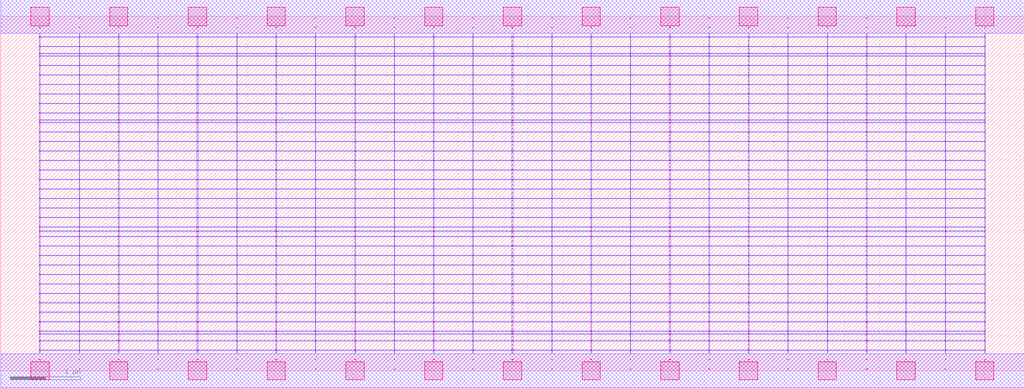
<source format=lef>
MACRO AOAAOAAOI211212_DEBUG
 CLASS CORE ;
 FOREIGN AOAAOAAOI211212_DEBUG 0 0 ;
 SIZE 14.56 BY 5.04 ;
 ORIGIN 0 0 ;
 SYMMETRY X Y R90 ;
 SITE unit ;

 OBS
    LAYER polycont ;
     RECT 7.27100000 2.58300000 7.28900000 2.59100000 ;
     RECT 7.27100000 2.71800000 7.28900000 2.72600000 ;
     RECT 7.27100000 2.85300000 7.28900000 2.86100000 ;
     RECT 7.27100000 2.98800000 7.28900000 2.99600000 ;
     RECT 10.63100000 2.58300000 10.64900000 2.59100000 ;
     RECT 10.63100000 2.71800000 10.64900000 2.72600000 ;
     RECT 10.63100000 2.85300000 10.64900000 2.86100000 ;
     RECT 10.63100000 2.98800000 10.64900000 2.99600000 ;
     RECT 12.31600000 3.79800000 12.32400000 3.80600000 ;
     RECT 12.87600000 3.79800000 12.88400000 3.80600000 ;
     RECT 13.43600000 3.79800000 13.44400000 3.80600000 ;
     RECT 13.99600000 3.79800000 14.00400000 3.80600000 ;
     RECT 12.31600000 3.93300000 12.32400000 3.94100000 ;
     RECT 12.87600000 3.93300000 12.88400000 3.94100000 ;
     RECT 13.43600000 3.93300000 13.44400000 3.94100000 ;
     RECT 13.99600000 3.93300000 14.00400000 3.94100000 ;
     RECT 12.31600000 4.06800000 12.32400000 4.07600000 ;
     RECT 12.87600000 4.06800000 12.88400000 4.07600000 ;
     RECT 13.43600000 4.06800000 13.44400000 4.07600000 ;
     RECT 13.99600000 4.06800000 14.00400000 4.07600000 ;
     RECT 12.31600000 4.20300000 12.32400000 4.21100000 ;
     RECT 12.87600000 4.20300000 12.88400000 4.21100000 ;
     RECT 13.43600000 4.20300000 13.44400000 4.21100000 ;
     RECT 13.99600000 4.20300000 14.00400000 4.21100000 ;
     RECT 12.31600000 4.33800000 12.32400000 4.34600000 ;
     RECT 12.87600000 4.33800000 12.88400000 4.34600000 ;
     RECT 13.43600000 4.33800000 13.44400000 4.34600000 ;
     RECT 13.99600000 4.33800000 14.00400000 4.34600000 ;
     RECT 12.31600000 4.47300000 12.32400000 4.48100000 ;
     RECT 12.87600000 4.47300000 12.88400000 4.48100000 ;
     RECT 13.43600000 4.47300000 13.44400000 4.48100000 ;
     RECT 13.99600000 4.47300000 14.00400000 4.48100000 ;
     RECT 12.31600000 4.51100000 12.32400000 4.51900000 ;
     RECT 12.87600000 4.51100000 12.88400000 4.51900000 ;
     RECT 13.43600000 4.51100000 13.44400000 4.51900000 ;
     RECT 13.99600000 4.51100000 14.00400000 4.51900000 ;
     RECT 12.31600000 4.60800000 12.32400000 4.61600000 ;
     RECT 12.87600000 4.60800000 12.88400000 4.61600000 ;
     RECT 13.43600000 4.60800000 13.44400000 4.61600000 ;
     RECT 13.99600000 4.60800000 14.00400000 4.61600000 ;
     RECT 12.31600000 4.74300000 12.32400000 4.75100000 ;
     RECT 12.87600000 4.74300000 12.88400000 4.75100000 ;
     RECT 13.43600000 4.74300000 13.44400000 4.75100000 ;
     RECT 13.99600000 4.74300000 14.00400000 4.75100000 ;
     RECT 12.31600000 4.87800000 12.32400000 4.88600000 ;
     RECT 12.87600000 4.87800000 12.88400000 4.88600000 ;
     RECT 13.43600000 4.87800000 13.44400000 4.88600000 ;
     RECT 13.99600000 4.87800000 14.00400000 4.88600000 ;
     RECT 7.83600000 2.71800000 7.84400000 2.72600000 ;
     RECT 8.39100000 2.71800000 8.40900000 2.72600000 ;
     RECT 8.95600000 2.71800000 8.96400000 2.72600000 ;
     RECT 9.51100000 2.71800000 9.52900000 2.72600000 ;
     RECT 10.07600000 2.71800000 10.08400000 2.72600000 ;
     RECT 10.07600000 2.58300000 10.08400000 2.59100000 ;
     RECT 8.39100000 2.58300000 8.40900000 2.59100000 ;
     RECT 7.83600000 2.85300000 7.84400000 2.86100000 ;
     RECT 8.39100000 2.85300000 8.40900000 2.86100000 ;
     RECT 8.95600000 2.85300000 8.96400000 2.86100000 ;
     RECT 9.51100000 2.85300000 9.52900000 2.86100000 ;
     RECT 10.07600000 2.85300000 10.08400000 2.86100000 ;
     RECT 9.51100000 2.58300000 9.52900000 2.59100000 ;
     RECT 8.95600000 2.58300000 8.96400000 2.59100000 ;
     RECT 7.83600000 2.98800000 7.84400000 2.99600000 ;
     RECT 8.39100000 2.98800000 8.40900000 2.99600000 ;
     RECT 8.95600000 2.98800000 8.96400000 2.99600000 ;
     RECT 9.51100000 2.98800000 9.52900000 2.99600000 ;
     RECT 10.07600000 2.98800000 10.08400000 2.99600000 ;
     RECT 7.83600000 2.58300000 7.84400000 2.59100000 ;
     RECT 12.31600000 3.56100000 12.32400000 3.56900000 ;
     RECT 12.87600000 3.56100000 12.88400000 3.56900000 ;
     RECT 13.43600000 3.56100000 13.44400000 3.56900000 ;
     RECT 13.99600000 3.56100000 14.00400000 3.56900000 ;
     RECT 12.31600000 3.66300000 12.32400000 3.67100000 ;
     RECT 12.87600000 3.66300000 12.88400000 3.67100000 ;
     RECT 13.43600000 3.66300000 13.44400000 3.67100000 ;
     RECT 13.99600000 3.66300000 14.00400000 3.67100000 ;
     RECT 12.87600000 2.58300000 12.88400000 2.59100000 ;
     RECT 13.43600000 2.58300000 13.44400000 2.59100000 ;
     RECT 13.99600000 2.58300000 14.00400000 2.59100000 ;
     RECT 11.19600000 2.58300000 11.20400000 2.59100000 ;
     RECT 11.19600000 2.71800000 11.20400000 2.72600000 ;
     RECT 11.19600000 2.85300000 11.20400000 2.86100000 ;
     RECT 11.75600000 2.85300000 11.76900000 2.86100000 ;
     RECT 12.31600000 2.85300000 12.32400000 2.86100000 ;
     RECT 12.87600000 2.85300000 12.88400000 2.86100000 ;
     RECT 13.43600000 2.85300000 13.44400000 2.86100000 ;
     RECT 13.99600000 2.85300000 14.00400000 2.86100000 ;
     RECT 11.75600000 2.71800000 11.76900000 2.72600000 ;
     RECT 12.31600000 2.71800000 12.32400000 2.72600000 ;
     RECT 12.87600000 2.71800000 12.88400000 2.72600000 ;
     RECT 13.43600000 2.71800000 13.44400000 2.72600000 ;
     RECT 13.99600000 2.71800000 14.00400000 2.72600000 ;
     RECT 11.75600000 2.58300000 11.76900000 2.59100000 ;
     RECT 12.31600000 2.58300000 12.32400000 2.59100000 ;
     RECT 11.19600000 2.98800000 11.20400000 2.99600000 ;
     RECT 11.75600000 2.98800000 11.76900000 2.99600000 ;
     RECT 12.31600000 2.98800000 12.32400000 2.99600000 ;
     RECT 12.87600000 2.98800000 12.88400000 2.99600000 ;
     RECT 13.43600000 2.98800000 13.44400000 2.99600000 ;
     RECT 13.99600000 2.98800000 14.00400000 2.99600000 ;
     RECT 12.31600000 3.12300000 12.32400000 3.13100000 ;
     RECT 12.87600000 3.12300000 12.88400000 3.13100000 ;
     RECT 13.43600000 3.12300000 13.44400000 3.13100000 ;
     RECT 13.99600000 3.12300000 14.00400000 3.13100000 ;
     RECT 12.31600000 3.25800000 12.32400000 3.26600000 ;
     RECT 12.87600000 3.25800000 12.88400000 3.26600000 ;
     RECT 13.43600000 3.25800000 13.44400000 3.26600000 ;
     RECT 13.99600000 3.25800000 14.00400000 3.26600000 ;
     RECT 12.31600000 3.39300000 12.32400000 3.40100000 ;
     RECT 12.87600000 3.39300000 12.88400000 3.40100000 ;
     RECT 13.43600000 3.39300000 13.44400000 3.40100000 ;
     RECT 13.99600000 3.39300000 14.00400000 3.40100000 ;
     RECT 12.31600000 3.52800000 12.32400000 3.53600000 ;
     RECT 12.87600000 3.52800000 12.88400000 3.53600000 ;
     RECT 13.43600000 3.52800000 13.44400000 3.53600000 ;
     RECT 13.99600000 3.52800000 14.00400000 3.53600000 ;
     RECT 2.23600000 2.71800000 2.24400000 2.72600000 ;
     RECT 2.79100000 2.71800000 2.80900000 2.72600000 ;
     RECT 3.35600000 2.71800000 3.36400000 2.72600000 ;
     RECT 3.91100000 2.71800000 3.92900000 2.72600000 ;
     RECT 5.59600000 3.56100000 5.60400000 3.56900000 ;
     RECT 4.47600000 2.71800000 4.48400000 2.72600000 ;
     RECT 5.03600000 2.71800000 5.04900000 2.72600000 ;
     RECT 5.59600000 2.71800000 5.60400000 2.72600000 ;
     RECT 6.15100000 2.71800000 6.16400000 2.72600000 ;
     RECT 5.59600000 3.66300000 5.60400000 3.67100000 ;
     RECT 6.71600000 2.71800000 6.72400000 2.72600000 ;
     RECT 1.11600000 2.58300000 1.12400000 2.59100000 ;
     RECT 1.67100000 2.58300000 1.68900000 2.59100000 ;
     RECT 0.55100000 2.98800000 0.56400000 2.99600000 ;
     RECT 5.59600000 3.79800000 5.60400000 3.80600000 ;
     RECT 1.11600000 2.98800000 1.12400000 2.99600000 ;
     RECT 1.67100000 2.98800000 1.68900000 2.99600000 ;
     RECT 2.23600000 2.98800000 2.24400000 2.99600000 ;
     RECT 2.79100000 2.98800000 2.80900000 2.99600000 ;
     RECT 5.59600000 3.93300000 5.60400000 3.94100000 ;
     RECT 3.35600000 2.98800000 3.36400000 2.99600000 ;
     RECT 3.91100000 2.98800000 3.92900000 2.99600000 ;
     RECT 4.47600000 2.98800000 4.48400000 2.99600000 ;
     RECT 5.03600000 2.98800000 5.04900000 2.99600000 ;
     RECT 5.59600000 4.06800000 5.60400000 4.07600000 ;
     RECT 5.59600000 2.98800000 5.60400000 2.99600000 ;
     RECT 6.15100000 2.98800000 6.16400000 2.99600000 ;
     RECT 6.71600000 2.98800000 6.72400000 2.99600000 ;
     RECT 2.23600000 2.58300000 2.24400000 2.59100000 ;
     RECT 5.59600000 4.20300000 5.60400000 4.21100000 ;
     RECT 2.79100000 2.58300000 2.80900000 2.59100000 ;
     RECT 3.35600000 2.58300000 3.36400000 2.59100000 ;
     RECT 3.91100000 2.58300000 3.92900000 2.59100000 ;
     RECT 4.47600000 2.58300000 4.48400000 2.59100000 ;
     RECT 5.59600000 4.33800000 5.60400000 4.34600000 ;
     RECT 5.03600000 2.58300000 5.04900000 2.59100000 ;
     RECT 5.59600000 2.58300000 5.60400000 2.59100000 ;
     RECT 6.15100000 2.58300000 6.16400000 2.59100000 ;
     RECT 6.71600000 2.58300000 6.72400000 2.59100000 ;
     RECT 5.59600000 4.47300000 5.60400000 4.48100000 ;
     RECT 0.55100000 2.58300000 0.56400000 2.59100000 ;
     RECT 0.55100000 2.71800000 0.56400000 2.72600000 ;
     RECT 0.55100000 2.85300000 0.56400000 2.86100000 ;
     RECT 1.11600000 2.85300000 1.12400000 2.86100000 ;
     RECT 5.59600000 4.51100000 5.60400000 4.51900000 ;
     RECT 5.59600000 3.12300000 5.60400000 3.13100000 ;
     RECT 1.67100000 2.85300000 1.68900000 2.86100000 ;
     RECT 2.23600000 2.85300000 2.24400000 2.86100000 ;
     RECT 2.79100000 2.85300000 2.80900000 2.86100000 ;
     RECT 5.59600000 4.60800000 5.60400000 4.61600000 ;
     RECT 3.35600000 2.85300000 3.36400000 2.86100000 ;
     RECT 5.59600000 3.25800000 5.60400000 3.26600000 ;
     RECT 3.91100000 2.85300000 3.92900000 2.86100000 ;
     RECT 4.47600000 2.85300000 4.48400000 2.86100000 ;
     RECT 5.59600000 4.74300000 5.60400000 4.75100000 ;
     RECT 5.03600000 2.85300000 5.04900000 2.86100000 ;
     RECT 5.59600000 2.85300000 5.60400000 2.86100000 ;
     RECT 5.59600000 3.39300000 5.60400000 3.40100000 ;
     RECT 6.15100000 2.85300000 6.16400000 2.86100000 ;
     RECT 5.59600000 4.87800000 5.60400000 4.88600000 ;
     RECT 6.71600000 2.85300000 6.72400000 2.86100000 ;
     RECT 1.11600000 2.71800000 1.12400000 2.72600000 ;
     RECT 1.67100000 2.71800000 1.68900000 2.72600000 ;
     RECT 5.59600000 3.52800000 5.60400000 3.53600000 ;
     RECT 3.35600000 1.36800000 3.36400000 1.37600000 ;
     RECT 6.71600000 1.36800000 6.72400000 1.37600000 ;
     RECT 3.35600000 1.50300000 3.36400000 1.51100000 ;
     RECT 6.71600000 1.50300000 6.72400000 1.51100000 ;
     RECT 3.35600000 1.63800000 3.36400000 1.64600000 ;
     RECT 6.71600000 1.63800000 6.72400000 1.64600000 ;
     RECT 3.35600000 1.77300000 3.36400000 1.78100000 ;
     RECT 6.71600000 1.77300000 6.72400000 1.78100000 ;
     RECT 3.35600000 1.90800000 3.36400000 1.91600000 ;
     RECT 6.71600000 1.90800000 6.72400000 1.91600000 ;
     RECT 3.35600000 1.98100000 3.36400000 1.98900000 ;
     RECT 6.71600000 1.98100000 6.72400000 1.98900000 ;
     RECT 3.35600000 2.04300000 3.36400000 2.05100000 ;
     RECT 6.71600000 2.04300000 6.72400000 2.05100000 ;
     RECT 3.35600000 2.17800000 3.36400000 2.18600000 ;
     RECT 6.71600000 2.17800000 6.72400000 2.18600000 ;
     RECT 3.35600000 2.31300000 3.36400000 2.32100000 ;
     RECT 6.71600000 2.31300000 6.72400000 2.32100000 ;
     RECT 3.35600000 2.44800000 3.36400000 2.45600000 ;
     RECT 6.71600000 2.44800000 6.72400000 2.45600000 ;
     RECT 3.35600000 0.15300000 3.36400000 0.16100000 ;
     RECT 6.71600000 0.15300000 6.72400000 0.16100000 ;
     RECT 3.35600000 0.28800000 3.36400000 0.29600000 ;
     RECT 6.71600000 0.28800000 6.72400000 0.29600000 ;
     RECT 3.35600000 0.42300000 3.36400000 0.43100000 ;
     RECT 6.71600000 0.42300000 6.72400000 0.43100000 ;
     RECT 3.35600000 0.52100000 3.36400000 0.52900000 ;
     RECT 6.71600000 0.52100000 6.72400000 0.52900000 ;
     RECT 3.35600000 0.55800000 3.36400000 0.56600000 ;
     RECT 6.71600000 0.55800000 6.72400000 0.56600000 ;
     RECT 3.35600000 0.69300000 3.36400000 0.70100000 ;
     RECT 6.71600000 0.69300000 6.72400000 0.70100000 ;
     RECT 3.35600000 0.82800000 3.36400000 0.83600000 ;
     RECT 6.71600000 0.82800000 6.72400000 0.83600000 ;
     RECT 3.35600000 0.96300000 3.36400000 0.97100000 ;
     RECT 6.71600000 0.96300000 6.72400000 0.97100000 ;
     RECT 3.35600000 1.09800000 3.36400000 1.10600000 ;
     RECT 6.71600000 1.09800000 6.72400000 1.10600000 ;
     RECT 3.35600000 1.23300000 3.36400000 1.24100000 ;
     RECT 6.71600000 1.23300000 6.72400000 1.24100000 ;
     RECT 11.19600000 0.42300000 11.20400000 0.43100000 ;
     RECT 11.19600000 1.77300000 11.20400000 1.78100000 ;
     RECT 11.19600000 0.15300000 11.20400000 0.16100000 ;
     RECT 11.19600000 1.23300000 11.20400000 1.24100000 ;
     RECT 11.19600000 1.90800000 11.20400000 1.91600000 ;
     RECT 11.19600000 0.82800000 11.20400000 0.83600000 ;
     RECT 11.19600000 0.55800000 11.20400000 0.56600000 ;
     RECT 11.19600000 1.98100000 11.20400000 1.98900000 ;
     RECT 11.19600000 1.36800000 11.20400000 1.37600000 ;
     RECT 11.19600000 0.28800000 11.20400000 0.29600000 ;
     RECT 11.19600000 2.04300000 11.20400000 2.05100000 ;
     RECT 11.19600000 0.96300000 11.20400000 0.97100000 ;
     RECT 11.19600000 1.50300000 11.20400000 1.51100000 ;
     RECT 11.19600000 2.17800000 11.20400000 2.18600000 ;
     RECT 11.19600000 0.52100000 11.20400000 0.52900000 ;
     RECT 11.19600000 0.69300000 11.20400000 0.70100000 ;
     RECT 11.19600000 2.31300000 11.20400000 2.32100000 ;
     RECT 11.19600000 1.63800000 11.20400000 1.64600000 ;
     RECT 11.19600000 1.09800000 11.20400000 1.10600000 ;
     RECT 11.19600000 2.44800000 11.20400000 2.45600000 ;

    LAYER pdiffc ;
     RECT 0.55100000 3.39300000 0.55900000 3.40100000 ;
     RECT 5.04100000 3.39300000 5.04900000 3.40100000 ;
     RECT 6.15100000 3.39300000 6.15900000 3.40100000 ;
     RECT 11.76100000 3.39300000 11.76900000 3.40100000 ;
     RECT 0.55100000 3.52800000 0.55900000 3.53600000 ;
     RECT 5.04100000 3.52800000 5.04900000 3.53600000 ;
     RECT 6.15100000 3.52800000 6.15900000 3.53600000 ;
     RECT 11.76100000 3.52800000 11.76900000 3.53600000 ;
     RECT 0.55100000 3.56100000 0.55900000 3.56900000 ;
     RECT 5.04100000 3.56100000 5.04900000 3.56900000 ;
     RECT 6.15100000 3.56100000 6.15900000 3.56900000 ;
     RECT 11.76100000 3.56100000 11.76900000 3.56900000 ;
     RECT 0.55100000 3.66300000 0.55900000 3.67100000 ;
     RECT 5.04100000 3.66300000 5.04900000 3.67100000 ;
     RECT 6.15100000 3.66300000 6.15900000 3.67100000 ;
     RECT 11.76100000 3.66300000 11.76900000 3.67100000 ;
     RECT 0.55100000 3.79800000 0.55900000 3.80600000 ;
     RECT 5.04100000 3.79800000 5.04900000 3.80600000 ;
     RECT 6.15100000 3.79800000 6.15900000 3.80600000 ;
     RECT 11.76100000 3.79800000 11.76900000 3.80600000 ;
     RECT 0.55100000 3.93300000 0.55900000 3.94100000 ;
     RECT 5.04100000 3.93300000 5.04900000 3.94100000 ;
     RECT 6.15100000 3.93300000 6.15900000 3.94100000 ;
     RECT 11.76100000 3.93300000 11.76900000 3.94100000 ;
     RECT 0.55100000 4.06800000 0.55900000 4.07600000 ;
     RECT 5.04100000 4.06800000 5.04900000 4.07600000 ;
     RECT 6.15100000 4.06800000 6.15900000 4.07600000 ;
     RECT 11.76100000 4.06800000 11.76900000 4.07600000 ;
     RECT 0.55100000 4.20300000 0.55900000 4.21100000 ;
     RECT 5.04100000 4.20300000 5.04900000 4.21100000 ;
     RECT 6.15100000 4.20300000 6.15900000 4.21100000 ;
     RECT 11.76100000 4.20300000 11.76900000 4.21100000 ;
     RECT 0.55100000 4.33800000 0.55900000 4.34600000 ;
     RECT 5.04100000 4.33800000 5.04900000 4.34600000 ;
     RECT 6.15100000 4.33800000 6.15900000 4.34600000 ;
     RECT 11.76100000 4.33800000 11.76900000 4.34600000 ;
     RECT 0.55100000 4.47300000 0.55900000 4.48100000 ;
     RECT 5.04100000 4.47300000 5.04900000 4.48100000 ;
     RECT 6.15100000 4.47300000 6.15900000 4.48100000 ;
     RECT 11.76100000 4.47300000 11.76900000 4.48100000 ;
     RECT 0.55100000 4.51100000 0.55900000 4.51900000 ;
     RECT 5.04100000 4.51100000 5.04900000 4.51900000 ;
     RECT 6.15100000 4.51100000 6.15900000 4.51900000 ;
     RECT 11.76100000 4.51100000 11.76900000 4.51900000 ;
     RECT 0.55100000 4.60800000 0.55900000 4.61600000 ;
     RECT 5.04100000 4.60800000 5.04900000 4.61600000 ;
     RECT 6.15100000 4.60800000 6.15900000 4.61600000 ;
     RECT 11.76100000 4.60800000 11.76900000 4.61600000 ;

    LAYER ndiffc ;
     RECT 7.27100000 0.42300000 7.28900000 0.43100000 ;
     RECT 7.27100000 0.52100000 7.28900000 0.52900000 ;
     RECT 7.27100000 0.55800000 7.28900000 0.56600000 ;
     RECT 7.27100000 0.69300000 7.28900000 0.70100000 ;
     RECT 7.27100000 0.82800000 7.28900000 0.83600000 ;
     RECT 7.27100000 0.96300000 7.28900000 0.97100000 ;
     RECT 7.27100000 1.09800000 7.28900000 1.10600000 ;
     RECT 7.27100000 1.23300000 7.28900000 1.24100000 ;
     RECT 7.27100000 1.36800000 7.28900000 1.37600000 ;
     RECT 7.27100000 1.50300000 7.28900000 1.51100000 ;
     RECT 7.27100000 1.63800000 7.28900000 1.64600000 ;
     RECT 7.27100000 1.77300000 7.28900000 1.78100000 ;
     RECT 7.27100000 1.90800000 7.28900000 1.91600000 ;
     RECT 7.27100000 1.98100000 7.28900000 1.98900000 ;
     RECT 7.27100000 2.04300000 7.28900000 2.05100000 ;
     RECT 8.39100000 0.55800000 8.40900000 0.56600000 ;
     RECT 9.51100000 0.55800000 9.52900000 0.56600000 ;
     RECT 10.63100000 0.55800000 10.64900000 0.56600000 ;
     RECT 11.75600000 0.55800000 11.76900000 0.56600000 ;
     RECT 12.87600000 0.55800000 12.88400000 0.56600000 ;
     RECT 13.99600000 0.55800000 14.00400000 0.56600000 ;
     RECT 10.63100000 0.42300000 10.64900000 0.43100000 ;
     RECT 8.39100000 0.69300000 8.40900000 0.70100000 ;
     RECT 9.51100000 0.69300000 9.52900000 0.70100000 ;
     RECT 10.63100000 0.69300000 10.64900000 0.70100000 ;
     RECT 11.75600000 0.69300000 11.76900000 0.70100000 ;
     RECT 12.87600000 0.69300000 12.88400000 0.70100000 ;
     RECT 13.99600000 0.69300000 14.00400000 0.70100000 ;
     RECT 11.75600000 0.42300000 11.76900000 0.43100000 ;
     RECT 8.39100000 0.82800000 8.40900000 0.83600000 ;
     RECT 9.51100000 0.82800000 9.52900000 0.83600000 ;
     RECT 10.63100000 0.82800000 10.64900000 0.83600000 ;
     RECT 11.75600000 0.82800000 11.76900000 0.83600000 ;
     RECT 12.87600000 0.82800000 12.88400000 0.83600000 ;
     RECT 13.99600000 0.82800000 14.00400000 0.83600000 ;
     RECT 12.87600000 0.42300000 12.88400000 0.43100000 ;
     RECT 8.39100000 0.96300000 8.40900000 0.97100000 ;
     RECT 9.51100000 0.96300000 9.52900000 0.97100000 ;
     RECT 10.63100000 0.96300000 10.64900000 0.97100000 ;
     RECT 11.75600000 0.96300000 11.76900000 0.97100000 ;
     RECT 12.87600000 0.96300000 12.88400000 0.97100000 ;
     RECT 13.99600000 0.96300000 14.00400000 0.97100000 ;
     RECT 13.99600000 0.42300000 14.00400000 0.43100000 ;
     RECT 8.39100000 1.09800000 8.40900000 1.10600000 ;
     RECT 9.51100000 1.09800000 9.52900000 1.10600000 ;
     RECT 10.63100000 1.09800000 10.64900000 1.10600000 ;
     RECT 11.75600000 1.09800000 11.76900000 1.10600000 ;
     RECT 12.87600000 1.09800000 12.88400000 1.10600000 ;
     RECT 13.99600000 1.09800000 14.00400000 1.10600000 ;
     RECT 8.39100000 0.42300000 8.40900000 0.43100000 ;
     RECT 8.39100000 1.23300000 8.40900000 1.24100000 ;
     RECT 9.51100000 1.23300000 9.52900000 1.24100000 ;
     RECT 10.63100000 1.23300000 10.64900000 1.24100000 ;
     RECT 11.75600000 1.23300000 11.76900000 1.24100000 ;
     RECT 12.87600000 1.23300000 12.88400000 1.24100000 ;
     RECT 13.99600000 1.23300000 14.00400000 1.24100000 ;
     RECT 8.39100000 0.52100000 8.40900000 0.52900000 ;
     RECT 8.39100000 1.36800000 8.40900000 1.37600000 ;
     RECT 9.51100000 1.36800000 9.52900000 1.37600000 ;
     RECT 10.63100000 1.36800000 10.64900000 1.37600000 ;
     RECT 11.75600000 1.36800000 11.76900000 1.37600000 ;
     RECT 12.87600000 1.36800000 12.88400000 1.37600000 ;
     RECT 13.99600000 1.36800000 14.00400000 1.37600000 ;
     RECT 9.51100000 0.52100000 9.52900000 0.52900000 ;
     RECT 8.39100000 1.50300000 8.40900000 1.51100000 ;
     RECT 9.51100000 1.50300000 9.52900000 1.51100000 ;
     RECT 10.63100000 1.50300000 10.64900000 1.51100000 ;
     RECT 11.75600000 1.50300000 11.76900000 1.51100000 ;
     RECT 12.87600000 1.50300000 12.88400000 1.51100000 ;
     RECT 13.99600000 1.50300000 14.00400000 1.51100000 ;
     RECT 10.63100000 0.52100000 10.64900000 0.52900000 ;
     RECT 8.39100000 1.63800000 8.40900000 1.64600000 ;
     RECT 9.51100000 1.63800000 9.52900000 1.64600000 ;
     RECT 10.63100000 1.63800000 10.64900000 1.64600000 ;
     RECT 11.75600000 1.63800000 11.76900000 1.64600000 ;
     RECT 12.87600000 1.63800000 12.88400000 1.64600000 ;
     RECT 13.99600000 1.63800000 14.00400000 1.64600000 ;
     RECT 11.75600000 0.52100000 11.76900000 0.52900000 ;
     RECT 8.39100000 1.77300000 8.40900000 1.78100000 ;
     RECT 9.51100000 1.77300000 9.52900000 1.78100000 ;
     RECT 10.63100000 1.77300000 10.64900000 1.78100000 ;
     RECT 11.75600000 1.77300000 11.76900000 1.78100000 ;
     RECT 12.87600000 1.77300000 12.88400000 1.78100000 ;
     RECT 13.99600000 1.77300000 14.00400000 1.78100000 ;
     RECT 12.87600000 0.52100000 12.88400000 0.52900000 ;
     RECT 8.39100000 1.90800000 8.40900000 1.91600000 ;
     RECT 9.51100000 1.90800000 9.52900000 1.91600000 ;
     RECT 10.63100000 1.90800000 10.64900000 1.91600000 ;
     RECT 11.75600000 1.90800000 11.76900000 1.91600000 ;
     RECT 12.87600000 1.90800000 12.88400000 1.91600000 ;
     RECT 13.99600000 1.90800000 14.00400000 1.91600000 ;
     RECT 13.99600000 0.52100000 14.00400000 0.52900000 ;
     RECT 8.39100000 1.98100000 8.40900000 1.98900000 ;
     RECT 9.51100000 1.98100000 9.52900000 1.98900000 ;
     RECT 10.63100000 1.98100000 10.64900000 1.98900000 ;
     RECT 11.75600000 1.98100000 11.76900000 1.98900000 ;
     RECT 12.87600000 1.98100000 12.88400000 1.98900000 ;
     RECT 13.99600000 1.98100000 14.00400000 1.98900000 ;
     RECT 9.51100000 0.42300000 9.52900000 0.43100000 ;
     RECT 8.39100000 2.04300000 8.40900000 2.05100000 ;
     RECT 9.51100000 2.04300000 9.52900000 2.05100000 ;
     RECT 10.63100000 2.04300000 10.64900000 2.05100000 ;
     RECT 11.75600000 2.04300000 11.76900000 2.05100000 ;
     RECT 12.87600000 2.04300000 12.88400000 2.05100000 ;
     RECT 13.99600000 2.04300000 14.00400000 2.05100000 ;
     RECT 1.67100000 1.36800000 1.68900000 1.37600000 ;
     RECT 2.79100000 1.36800000 2.80900000 1.37600000 ;
     RECT 3.91100000 1.36800000 3.92900000 1.37600000 ;
     RECT 5.03600000 1.36800000 5.04900000 1.37600000 ;
     RECT 6.15100000 1.36800000 6.16400000 1.37600000 ;
     RECT 5.03600000 0.82800000 5.04900000 0.83600000 ;
     RECT 6.15100000 0.82800000 6.16400000 0.83600000 ;
     RECT 2.79100000 0.55800000 2.80900000 0.56600000 ;
     RECT 3.91100000 0.55800000 3.92900000 0.56600000 ;
     RECT 5.03600000 0.55800000 5.04900000 0.56600000 ;
     RECT 6.15100000 0.55800000 6.16400000 0.56600000 ;
     RECT 1.67100000 0.52100000 1.68900000 0.52900000 ;
     RECT 0.55100000 1.50300000 0.56400000 1.51100000 ;
     RECT 1.67100000 1.50300000 1.68900000 1.51100000 ;
     RECT 2.79100000 1.50300000 2.80900000 1.51100000 ;
     RECT 3.91100000 1.50300000 3.92900000 1.51100000 ;
     RECT 5.03600000 1.50300000 5.04900000 1.51100000 ;
     RECT 6.15100000 1.50300000 6.16400000 1.51100000 ;
     RECT 2.79100000 0.52100000 2.80900000 0.52900000 ;
     RECT 3.91100000 0.52100000 3.92900000 0.52900000 ;
     RECT 0.55100000 0.96300000 0.56400000 0.97100000 ;
     RECT 1.67100000 0.96300000 1.68900000 0.97100000 ;
     RECT 2.79100000 0.96300000 2.80900000 0.97100000 ;
     RECT 3.91100000 0.96300000 3.92900000 0.97100000 ;
     RECT 5.03600000 0.96300000 5.04900000 0.97100000 ;
     RECT 0.55100000 1.63800000 0.56400000 1.64600000 ;
     RECT 1.67100000 1.63800000 1.68900000 1.64600000 ;
     RECT 2.79100000 1.63800000 2.80900000 1.64600000 ;
     RECT 3.91100000 1.63800000 3.92900000 1.64600000 ;
     RECT 5.03600000 1.63800000 5.04900000 1.64600000 ;
     RECT 6.15100000 1.63800000 6.16400000 1.64600000 ;
     RECT 6.15100000 0.96300000 6.16400000 0.97100000 ;
     RECT 5.03600000 0.52100000 5.04900000 0.52900000 ;
     RECT 6.15100000 0.52100000 6.16400000 0.52900000 ;
     RECT 1.67100000 0.42300000 1.68900000 0.43100000 ;
     RECT 2.79100000 0.42300000 2.80900000 0.43100000 ;
     RECT 0.55100000 0.69300000 0.56400000 0.70100000 ;
     RECT 1.67100000 0.69300000 1.68900000 0.70100000 ;
     RECT 0.55100000 1.77300000 0.56400000 1.78100000 ;
     RECT 1.67100000 1.77300000 1.68900000 1.78100000 ;
     RECT 2.79100000 1.77300000 2.80900000 1.78100000 ;
     RECT 3.91100000 1.77300000 3.92900000 1.78100000 ;
     RECT 5.03600000 1.77300000 5.04900000 1.78100000 ;
     RECT 6.15100000 1.77300000 6.16400000 1.78100000 ;
     RECT 2.79100000 0.69300000 2.80900000 0.70100000 ;
     RECT 0.55100000 1.09800000 0.56400000 1.10600000 ;
     RECT 1.67100000 1.09800000 1.68900000 1.10600000 ;
     RECT 2.79100000 1.09800000 2.80900000 1.10600000 ;
     RECT 3.91100000 1.09800000 3.92900000 1.10600000 ;
     RECT 5.03600000 1.09800000 5.04900000 1.10600000 ;
     RECT 6.15100000 1.09800000 6.16400000 1.10600000 ;
     RECT 0.55100000 1.90800000 0.56400000 1.91600000 ;
     RECT 1.67100000 1.90800000 1.68900000 1.91600000 ;
     RECT 2.79100000 1.90800000 2.80900000 1.91600000 ;
     RECT 3.91100000 1.90800000 3.92900000 1.91600000 ;
     RECT 5.03600000 1.90800000 5.04900000 1.91600000 ;
     RECT 6.15100000 1.90800000 6.16400000 1.91600000 ;
     RECT 3.91100000 0.69300000 3.92900000 0.70100000 ;
     RECT 5.03600000 0.69300000 5.04900000 0.70100000 ;
     RECT 6.15100000 0.69300000 6.16400000 0.70100000 ;
     RECT 3.91100000 0.42300000 3.92900000 0.43100000 ;
     RECT 5.03600000 0.42300000 5.04900000 0.43100000 ;
     RECT 6.15100000 0.42300000 6.16400000 0.43100000 ;
     RECT 0.55100000 0.42300000 0.56400000 0.43100000 ;
     RECT 0.55100000 1.98100000 0.56400000 1.98900000 ;
     RECT 1.67100000 1.98100000 1.68900000 1.98900000 ;
     RECT 2.79100000 1.98100000 2.80900000 1.98900000 ;
     RECT 3.91100000 1.98100000 3.92900000 1.98900000 ;
     RECT 5.03600000 1.98100000 5.04900000 1.98900000 ;
     RECT 6.15100000 1.98100000 6.16400000 1.98900000 ;
     RECT 0.55100000 1.23300000 0.56400000 1.24100000 ;
     RECT 1.67100000 1.23300000 1.68900000 1.24100000 ;
     RECT 2.79100000 1.23300000 2.80900000 1.24100000 ;
     RECT 3.91100000 1.23300000 3.92900000 1.24100000 ;
     RECT 5.03600000 1.23300000 5.04900000 1.24100000 ;
     RECT 6.15100000 1.23300000 6.16400000 1.24100000 ;
     RECT 0.55100000 0.52100000 0.56400000 0.52900000 ;
     RECT 0.55100000 2.04300000 0.56400000 2.05100000 ;
     RECT 1.67100000 2.04300000 1.68900000 2.05100000 ;
     RECT 2.79100000 2.04300000 2.80900000 2.05100000 ;
     RECT 3.91100000 2.04300000 3.92900000 2.05100000 ;
     RECT 5.03600000 2.04300000 5.04900000 2.05100000 ;
     RECT 6.15100000 2.04300000 6.16400000 2.05100000 ;
     RECT 0.55100000 0.55800000 0.56400000 0.56600000 ;
     RECT 1.67100000 0.55800000 1.68900000 0.56600000 ;
     RECT 0.55100000 0.82800000 0.56400000 0.83600000 ;
     RECT 1.67100000 0.82800000 1.68900000 0.83600000 ;
     RECT 2.79100000 0.82800000 2.80900000 0.83600000 ;
     RECT 3.91100000 0.82800000 3.92900000 0.83600000 ;
     RECT 0.55100000 1.36800000 0.56400000 1.37600000 ;

    LAYER met1 ;
     RECT 0.00000000 -0.24000000 14.56000000 0.24000000 ;
     RECT 7.27100000 0.24000000 7.28900000 0.28800000 ;
     RECT 0.55100000 0.28800000 14.00400000 0.29600000 ;
     RECT 7.27100000 0.29600000 7.28900000 0.42300000 ;
     RECT 0.55100000 0.42300000 14.00400000 0.43100000 ;
     RECT 7.27100000 0.43100000 7.28900000 0.52100000 ;
     RECT 0.55100000 0.52100000 14.00400000 0.52900000 ;
     RECT 7.27100000 0.52900000 7.28900000 0.55800000 ;
     RECT 0.55100000 0.55800000 14.00400000 0.56600000 ;
     RECT 7.27100000 0.56600000 7.28900000 0.69300000 ;
     RECT 0.55100000 0.69300000 14.00400000 0.70100000 ;
     RECT 7.27100000 0.70100000 7.28900000 0.82800000 ;
     RECT 0.55100000 0.82800000 14.00400000 0.83600000 ;
     RECT 7.27100000 0.83600000 7.28900000 0.96300000 ;
     RECT 0.55100000 0.96300000 14.00400000 0.97100000 ;
     RECT 7.27100000 0.97100000 7.28900000 1.09800000 ;
     RECT 0.55100000 1.09800000 14.00400000 1.10600000 ;
     RECT 7.27100000 1.10600000 7.28900000 1.23300000 ;
     RECT 0.55100000 1.23300000 14.00400000 1.24100000 ;
     RECT 7.27100000 1.24100000 7.28900000 1.36800000 ;
     RECT 0.55100000 1.36800000 14.00400000 1.37600000 ;
     RECT 7.27100000 1.37600000 7.28900000 1.50300000 ;
     RECT 0.55100000 1.50300000 14.00400000 1.51100000 ;
     RECT 7.27100000 1.51100000 7.28900000 1.63800000 ;
     RECT 0.55100000 1.63800000 14.00400000 1.64600000 ;
     RECT 7.27100000 1.64600000 7.28900000 1.77300000 ;
     RECT 0.55100000 1.77300000 14.00400000 1.78100000 ;
     RECT 7.27100000 1.78100000 7.28900000 1.90800000 ;
     RECT 0.55100000 1.90800000 14.00400000 1.91600000 ;
     RECT 7.27100000 1.91600000 7.28900000 1.98100000 ;
     RECT 0.55100000 1.98100000 14.00400000 1.98900000 ;
     RECT 7.27100000 1.98900000 7.28900000 2.04300000 ;
     RECT 0.55100000 2.04300000 14.00400000 2.05100000 ;
     RECT 7.27100000 2.05100000 7.28900000 2.17800000 ;
     RECT 0.55100000 2.17800000 14.00400000 2.18600000 ;
     RECT 7.27100000 2.18600000 7.28900000 2.31300000 ;
     RECT 0.55100000 2.31300000 14.00400000 2.32100000 ;
     RECT 7.27100000 2.32100000 7.28900000 2.44800000 ;
     RECT 0.55100000 2.44800000 14.00400000 2.45600000 ;
     RECT 0.55100000 2.45600000 0.56400000 2.58300000 ;
     RECT 1.11600000 2.45600000 1.12400000 2.58300000 ;
     RECT 1.67100000 2.45600000 1.68900000 2.58300000 ;
     RECT 2.23600000 2.45600000 2.24400000 2.58300000 ;
     RECT 2.79100000 2.45600000 2.80900000 2.58300000 ;
     RECT 3.35600000 2.45600000 3.36400000 2.58300000 ;
     RECT 3.91100000 2.45600000 3.92900000 2.58300000 ;
     RECT 4.47600000 2.45600000 4.48400000 2.58300000 ;
     RECT 5.03600000 2.45600000 5.04900000 2.58300000 ;
     RECT 5.59600000 2.45600000 5.60400000 2.58300000 ;
     RECT 6.15100000 2.45600000 6.16400000 2.58300000 ;
     RECT 6.71600000 2.45600000 6.72400000 2.58300000 ;
     RECT 7.27100000 2.45600000 7.28900000 2.58300000 ;
     RECT 7.83600000 2.45600000 7.84400000 2.58300000 ;
     RECT 8.39100000 2.45600000 8.40900000 2.58300000 ;
     RECT 8.95600000 2.45600000 8.96400000 2.58300000 ;
     RECT 9.51100000 2.45600000 9.52900000 2.58300000 ;
     RECT 10.07600000 2.45600000 10.08400000 2.58300000 ;
     RECT 10.63100000 2.45600000 10.64900000 2.58300000 ;
     RECT 11.19600000 2.45600000 11.20400000 2.58300000 ;
     RECT 11.75600000 2.45600000 11.76900000 2.58300000 ;
     RECT 12.31600000 2.45600000 12.32400000 2.58300000 ;
     RECT 12.87600000 2.45600000 12.88400000 2.58300000 ;
     RECT 13.43600000 2.45600000 13.44400000 2.58300000 ;
     RECT 13.99600000 2.45600000 14.00400000 2.58300000 ;
     RECT 0.55100000 2.58300000 14.00400000 2.59100000 ;
     RECT 7.27100000 2.59100000 7.28900000 2.71800000 ;
     RECT 0.55100000 2.71800000 14.00400000 2.72600000 ;
     RECT 7.27100000 2.72600000 7.28900000 2.85300000 ;
     RECT 0.55100000 2.85300000 14.00400000 2.86100000 ;
     RECT 7.27100000 2.86100000 7.28900000 2.98800000 ;
     RECT 0.55100000 2.98800000 14.00400000 2.99600000 ;
     RECT 7.27100000 2.99600000 7.28900000 3.12300000 ;
     RECT 0.55100000 3.12300000 14.00400000 3.13100000 ;
     RECT 7.27100000 3.13100000 7.28900000 3.25800000 ;
     RECT 0.55100000 3.25800000 14.00400000 3.26600000 ;
     RECT 7.27100000 3.26600000 7.28900000 3.39300000 ;
     RECT 0.55100000 3.39300000 14.00400000 3.40100000 ;
     RECT 7.27100000 3.40100000 7.28900000 3.52800000 ;
     RECT 0.55100000 3.52800000 14.00400000 3.53600000 ;
     RECT 7.27100000 3.53600000 7.28900000 3.56100000 ;
     RECT 0.55100000 3.56100000 14.00400000 3.56900000 ;
     RECT 7.27100000 3.56900000 7.28900000 3.66300000 ;
     RECT 0.55100000 3.66300000 14.00400000 3.67100000 ;
     RECT 7.27100000 3.67100000 7.28900000 3.79800000 ;
     RECT 0.55100000 3.79800000 14.00400000 3.80600000 ;
     RECT 7.27100000 3.80600000 7.28900000 3.93300000 ;
     RECT 0.55100000 3.93300000 14.00400000 3.94100000 ;
     RECT 7.27100000 3.94100000 7.28900000 4.06800000 ;
     RECT 0.55100000 4.06800000 14.00400000 4.07600000 ;
     RECT 7.27100000 4.07600000 7.28900000 4.20300000 ;
     RECT 0.55100000 4.20300000 14.00400000 4.21100000 ;
     RECT 7.27100000 4.21100000 7.28900000 4.33800000 ;
     RECT 0.55100000 4.33800000 14.00400000 4.34600000 ;
     RECT 7.27100000 4.34600000 7.28900000 4.47300000 ;
     RECT 0.55100000 4.47300000 14.00400000 4.48100000 ;
     RECT 7.27100000 4.48100000 7.28900000 4.51100000 ;
     RECT 0.55100000 4.51100000 14.00400000 4.51900000 ;
     RECT 7.27100000 4.51900000 7.28900000 4.60800000 ;
     RECT 0.55100000 4.60800000 14.00400000 4.61600000 ;
     RECT 7.27100000 4.61600000 7.28900000 4.74300000 ;
     RECT 0.55100000 4.74300000 14.00400000 4.75100000 ;
     RECT 7.27100000 4.75100000 7.28900000 4.80000000 ;
     RECT 0.00000000 4.80000000 14.56000000 5.28000000 ;
     RECT 7.83600000 3.80600000 7.84400000 3.93300000 ;
     RECT 8.39100000 3.80600000 8.40900000 3.93300000 ;
     RECT 8.95600000 3.80600000 8.96400000 3.93300000 ;
     RECT 9.51100000 3.80600000 9.52900000 3.93300000 ;
     RECT 10.07600000 3.80600000 10.08400000 3.93300000 ;
     RECT 10.63100000 3.80600000 10.64900000 3.93300000 ;
     RECT 11.19600000 3.80600000 11.20400000 3.93300000 ;
     RECT 11.75600000 3.80600000 11.76900000 3.93300000 ;
     RECT 12.31600000 3.80600000 12.32400000 3.93300000 ;
     RECT 12.87600000 3.80600000 12.88400000 3.93300000 ;
     RECT 13.43600000 3.80600000 13.44400000 3.93300000 ;
     RECT 13.99600000 3.80600000 14.00400000 3.93300000 ;
     RECT 11.19600000 3.94100000 11.20400000 4.06800000 ;
     RECT 11.75600000 3.94100000 11.76900000 4.06800000 ;
     RECT 12.31600000 3.94100000 12.32400000 4.06800000 ;
     RECT 12.87600000 3.94100000 12.88400000 4.06800000 ;
     RECT 13.43600000 3.94100000 13.44400000 4.06800000 ;
     RECT 13.99600000 3.94100000 14.00400000 4.06800000 ;
     RECT 11.19600000 4.07600000 11.20400000 4.20300000 ;
     RECT 11.75600000 4.07600000 11.76900000 4.20300000 ;
     RECT 12.31600000 4.07600000 12.32400000 4.20300000 ;
     RECT 12.87600000 4.07600000 12.88400000 4.20300000 ;
     RECT 13.43600000 4.07600000 13.44400000 4.20300000 ;
     RECT 13.99600000 4.07600000 14.00400000 4.20300000 ;
     RECT 11.19600000 4.21100000 11.20400000 4.33800000 ;
     RECT 11.75600000 4.21100000 11.76900000 4.33800000 ;
     RECT 12.31600000 4.21100000 12.32400000 4.33800000 ;
     RECT 12.87600000 4.21100000 12.88400000 4.33800000 ;
     RECT 13.43600000 4.21100000 13.44400000 4.33800000 ;
     RECT 13.99600000 4.21100000 14.00400000 4.33800000 ;
     RECT 11.19600000 4.34600000 11.20400000 4.47300000 ;
     RECT 11.75600000 4.34600000 11.76900000 4.47300000 ;
     RECT 12.31600000 4.34600000 12.32400000 4.47300000 ;
     RECT 12.87600000 4.34600000 12.88400000 4.47300000 ;
     RECT 13.43600000 4.34600000 13.44400000 4.47300000 ;
     RECT 13.99600000 4.34600000 14.00400000 4.47300000 ;
     RECT 11.19600000 4.48100000 11.20400000 4.51100000 ;
     RECT 11.75600000 4.48100000 11.76900000 4.51100000 ;
     RECT 12.31600000 4.48100000 12.32400000 4.51100000 ;
     RECT 12.87600000 4.48100000 12.88400000 4.51100000 ;
     RECT 13.43600000 4.48100000 13.44400000 4.51100000 ;
     RECT 13.99600000 4.48100000 14.00400000 4.51100000 ;
     RECT 11.19600000 4.51900000 11.20400000 4.60800000 ;
     RECT 11.75600000 4.51900000 11.76900000 4.60800000 ;
     RECT 12.31600000 4.51900000 12.32400000 4.60800000 ;
     RECT 12.87600000 4.51900000 12.88400000 4.60800000 ;
     RECT 13.43600000 4.51900000 13.44400000 4.60800000 ;
     RECT 13.99600000 4.51900000 14.00400000 4.60800000 ;
     RECT 11.19600000 4.61600000 11.20400000 4.74300000 ;
     RECT 11.75600000 4.61600000 11.76900000 4.74300000 ;
     RECT 12.31600000 4.61600000 12.32400000 4.74300000 ;
     RECT 12.87600000 4.61600000 12.88400000 4.74300000 ;
     RECT 13.43600000 4.61600000 13.44400000 4.74300000 ;
     RECT 13.99600000 4.61600000 14.00400000 4.74300000 ;
     RECT 11.19600000 4.75100000 11.20400000 4.80000000 ;
     RECT 11.75600000 4.75100000 11.76900000 4.80000000 ;
     RECT 12.31600000 4.75100000 12.32400000 4.80000000 ;
     RECT 12.87600000 4.75100000 12.88400000 4.80000000 ;
     RECT 13.43600000 4.75100000 13.44400000 4.80000000 ;
     RECT 13.99600000 4.75100000 14.00400000 4.80000000 ;
     RECT 7.83600000 4.48100000 7.84400000 4.51100000 ;
     RECT 8.39100000 4.48100000 8.40900000 4.51100000 ;
     RECT 8.95600000 4.48100000 8.96400000 4.51100000 ;
     RECT 9.51100000 4.48100000 9.52900000 4.51100000 ;
     RECT 10.07600000 4.48100000 10.08400000 4.51100000 ;
     RECT 10.63100000 4.48100000 10.64900000 4.51100000 ;
     RECT 7.83600000 4.21100000 7.84400000 4.33800000 ;
     RECT 8.39100000 4.21100000 8.40900000 4.33800000 ;
     RECT 8.95600000 4.21100000 8.96400000 4.33800000 ;
     RECT 9.51100000 4.21100000 9.52900000 4.33800000 ;
     RECT 10.07600000 4.21100000 10.08400000 4.33800000 ;
     RECT 10.63100000 4.21100000 10.64900000 4.33800000 ;
     RECT 7.83600000 4.51900000 7.84400000 4.60800000 ;
     RECT 8.39100000 4.51900000 8.40900000 4.60800000 ;
     RECT 8.95600000 4.51900000 8.96400000 4.60800000 ;
     RECT 9.51100000 4.51900000 9.52900000 4.60800000 ;
     RECT 10.07600000 4.51900000 10.08400000 4.60800000 ;
     RECT 10.63100000 4.51900000 10.64900000 4.60800000 ;
     RECT 7.83600000 4.07600000 7.84400000 4.20300000 ;
     RECT 8.39100000 4.07600000 8.40900000 4.20300000 ;
     RECT 8.95600000 4.07600000 8.96400000 4.20300000 ;
     RECT 9.51100000 4.07600000 9.52900000 4.20300000 ;
     RECT 10.07600000 4.07600000 10.08400000 4.20300000 ;
     RECT 10.63100000 4.07600000 10.64900000 4.20300000 ;
     RECT 7.83600000 4.61600000 7.84400000 4.74300000 ;
     RECT 8.39100000 4.61600000 8.40900000 4.74300000 ;
     RECT 8.95600000 4.61600000 8.96400000 4.74300000 ;
     RECT 9.51100000 4.61600000 9.52900000 4.74300000 ;
     RECT 10.07600000 4.61600000 10.08400000 4.74300000 ;
     RECT 10.63100000 4.61600000 10.64900000 4.74300000 ;
     RECT 7.83600000 4.34600000 7.84400000 4.47300000 ;
     RECT 8.39100000 4.34600000 8.40900000 4.47300000 ;
     RECT 8.95600000 4.34600000 8.96400000 4.47300000 ;
     RECT 9.51100000 4.34600000 9.52900000 4.47300000 ;
     RECT 10.07600000 4.34600000 10.08400000 4.47300000 ;
     RECT 10.63100000 4.34600000 10.64900000 4.47300000 ;
     RECT 7.83600000 4.75100000 7.84400000 4.80000000 ;
     RECT 8.39100000 4.75100000 8.40900000 4.80000000 ;
     RECT 8.95600000 4.75100000 8.96400000 4.80000000 ;
     RECT 9.51100000 4.75100000 9.52900000 4.80000000 ;
     RECT 10.07600000 4.75100000 10.08400000 4.80000000 ;
     RECT 10.63100000 4.75100000 10.64900000 4.80000000 ;
     RECT 7.83600000 3.94100000 7.84400000 4.06800000 ;
     RECT 8.39100000 3.94100000 8.40900000 4.06800000 ;
     RECT 8.95600000 3.94100000 8.96400000 4.06800000 ;
     RECT 9.51100000 3.94100000 9.52900000 4.06800000 ;
     RECT 10.07600000 3.94100000 10.08400000 4.06800000 ;
     RECT 10.63100000 3.94100000 10.64900000 4.06800000 ;
     RECT 7.83600000 2.99600000 7.84400000 3.12300000 ;
     RECT 8.39100000 2.99600000 8.40900000 3.12300000 ;
     RECT 8.95600000 2.99600000 8.96400000 3.12300000 ;
     RECT 9.51100000 2.99600000 9.52900000 3.12300000 ;
     RECT 10.07600000 2.99600000 10.08400000 3.12300000 ;
     RECT 10.63100000 2.99600000 10.64900000 3.12300000 ;
     RECT 7.83600000 2.86100000 7.84400000 2.98800000 ;
     RECT 8.39100000 2.86100000 8.40900000 2.98800000 ;
     RECT 7.83600000 3.13100000 7.84400000 3.25800000 ;
     RECT 8.39100000 3.13100000 8.40900000 3.25800000 ;
     RECT 8.95600000 3.13100000 8.96400000 3.25800000 ;
     RECT 9.51100000 3.13100000 9.52900000 3.25800000 ;
     RECT 10.07600000 3.13100000 10.08400000 3.25800000 ;
     RECT 10.63100000 3.13100000 10.64900000 3.25800000 ;
     RECT 7.83600000 3.26600000 7.84400000 3.39300000 ;
     RECT 8.39100000 3.26600000 8.40900000 3.39300000 ;
     RECT 8.95600000 3.26600000 8.96400000 3.39300000 ;
     RECT 9.51100000 3.26600000 9.52900000 3.39300000 ;
     RECT 10.07600000 3.26600000 10.08400000 3.39300000 ;
     RECT 10.63100000 3.26600000 10.64900000 3.39300000 ;
     RECT 8.95600000 2.86100000 8.96400000 2.98800000 ;
     RECT 9.51100000 2.86100000 9.52900000 2.98800000 ;
     RECT 7.83600000 3.40100000 7.84400000 3.52800000 ;
     RECT 8.39100000 3.40100000 8.40900000 3.52800000 ;
     RECT 8.95600000 3.40100000 8.96400000 3.52800000 ;
     RECT 9.51100000 3.40100000 9.52900000 3.52800000 ;
     RECT 10.07600000 3.40100000 10.08400000 3.52800000 ;
     RECT 10.63100000 3.40100000 10.64900000 3.52800000 ;
     RECT 7.83600000 2.59100000 7.84400000 2.71800000 ;
     RECT 8.39100000 2.59100000 8.40900000 2.71800000 ;
     RECT 7.83600000 3.53600000 7.84400000 3.56100000 ;
     RECT 8.39100000 3.53600000 8.40900000 3.56100000 ;
     RECT 8.95600000 3.53600000 8.96400000 3.56100000 ;
     RECT 9.51100000 3.53600000 9.52900000 3.56100000 ;
     RECT 10.07600000 2.86100000 10.08400000 2.98800000 ;
     RECT 10.63100000 2.86100000 10.64900000 2.98800000 ;
     RECT 10.07600000 3.53600000 10.08400000 3.56100000 ;
     RECT 10.63100000 3.53600000 10.64900000 3.56100000 ;
     RECT 7.83600000 2.72600000 7.84400000 2.85300000 ;
     RECT 8.39100000 2.72600000 8.40900000 2.85300000 ;
     RECT 7.83600000 3.56900000 7.84400000 3.66300000 ;
     RECT 8.39100000 3.56900000 8.40900000 3.66300000 ;
     RECT 8.95600000 3.56900000 8.96400000 3.66300000 ;
     RECT 9.51100000 3.56900000 9.52900000 3.66300000 ;
     RECT 10.07600000 3.56900000 10.08400000 3.66300000 ;
     RECT 10.63100000 3.56900000 10.64900000 3.66300000 ;
     RECT 8.95600000 2.72600000 8.96400000 2.85300000 ;
     RECT 9.51100000 2.72600000 9.52900000 2.85300000 ;
     RECT 7.83600000 3.67100000 7.84400000 3.79800000 ;
     RECT 8.39100000 3.67100000 8.40900000 3.79800000 ;
     RECT 8.95600000 3.67100000 8.96400000 3.79800000 ;
     RECT 9.51100000 3.67100000 9.52900000 3.79800000 ;
     RECT 8.95600000 2.59100000 8.96400000 2.71800000 ;
     RECT 9.51100000 2.59100000 9.52900000 2.71800000 ;
     RECT 10.07600000 3.67100000 10.08400000 3.79800000 ;
     RECT 10.63100000 3.67100000 10.64900000 3.79800000 ;
     RECT 10.07600000 2.72600000 10.08400000 2.85300000 ;
     RECT 10.63100000 2.72600000 10.64900000 2.85300000 ;
     RECT 10.07600000 2.59100000 10.08400000 2.71800000 ;
     RECT 10.63100000 2.59100000 10.64900000 2.71800000 ;
     RECT 12.31600000 3.13100000 12.32400000 3.25800000 ;
     RECT 12.87600000 3.13100000 12.88400000 3.25800000 ;
     RECT 13.43600000 3.13100000 13.44400000 3.25800000 ;
     RECT 13.99600000 3.13100000 14.00400000 3.25800000 ;
     RECT 11.19600000 2.72600000 11.20400000 2.85300000 ;
     RECT 11.75600000 2.72600000 11.76900000 2.85300000 ;
     RECT 12.31600000 2.59100000 12.32400000 2.71800000 ;
     RECT 12.87600000 2.59100000 12.88400000 2.71800000 ;
     RECT 12.87600000 2.99600000 12.88400000 3.12300000 ;
     RECT 11.19600000 3.53600000 11.20400000 3.56100000 ;
     RECT 11.75600000 3.53600000 11.76900000 3.56100000 ;
     RECT 12.31600000 3.53600000 12.32400000 3.56100000 ;
     RECT 12.87600000 3.53600000 12.88400000 3.56100000 ;
     RECT 13.43600000 3.53600000 13.44400000 3.56100000 ;
     RECT 13.99600000 3.53600000 14.00400000 3.56100000 ;
     RECT 13.43600000 2.99600000 13.44400000 3.12300000 ;
     RECT 13.99600000 2.99600000 14.00400000 3.12300000 ;
     RECT 11.19600000 2.59100000 11.20400000 2.71800000 ;
     RECT 12.31600000 2.72600000 12.32400000 2.85300000 ;
     RECT 12.87600000 2.72600000 12.88400000 2.85300000 ;
     RECT 11.75600000 2.59100000 11.76900000 2.71800000 ;
     RECT 13.99600000 2.86100000 14.00400000 2.98800000 ;
     RECT 11.19600000 3.26600000 11.20400000 3.39300000 ;
     RECT 11.75600000 3.26600000 11.76900000 3.39300000 ;
     RECT 12.31600000 3.26600000 12.32400000 3.39300000 ;
     RECT 11.19600000 3.56900000 11.20400000 3.66300000 ;
     RECT 11.75600000 3.56900000 11.76900000 3.66300000 ;
     RECT 12.31600000 3.56900000 12.32400000 3.66300000 ;
     RECT 12.87600000 3.56900000 12.88400000 3.66300000 ;
     RECT 13.43600000 3.56900000 13.44400000 3.66300000 ;
     RECT 13.99600000 3.56900000 14.00400000 3.66300000 ;
     RECT 12.87600000 3.26600000 12.88400000 3.39300000 ;
     RECT 13.43600000 2.72600000 13.44400000 2.85300000 ;
     RECT 13.99600000 2.72600000 14.00400000 2.85300000 ;
     RECT 13.43600000 3.26600000 13.44400000 3.39300000 ;
     RECT 13.99600000 3.26600000 14.00400000 3.39300000 ;
     RECT 13.43600000 2.59100000 13.44400000 2.71800000 ;
     RECT 13.99600000 2.59100000 14.00400000 2.71800000 ;
     RECT 12.87600000 2.86100000 12.88400000 2.98800000 ;
     RECT 13.43600000 2.86100000 13.44400000 2.98800000 ;
     RECT 11.19600000 2.99600000 11.20400000 3.12300000 ;
     RECT 11.19600000 3.67100000 11.20400000 3.79800000 ;
     RECT 11.75600000 3.67100000 11.76900000 3.79800000 ;
     RECT 12.31600000 3.67100000 12.32400000 3.79800000 ;
     RECT 12.87600000 3.67100000 12.88400000 3.79800000 ;
     RECT 11.19600000 2.86100000 11.20400000 2.98800000 ;
     RECT 11.75600000 2.86100000 11.76900000 2.98800000 ;
     RECT 13.43600000 3.67100000 13.44400000 3.79800000 ;
     RECT 13.99600000 3.67100000 14.00400000 3.79800000 ;
     RECT 11.75600000 2.99600000 11.76900000 3.12300000 ;
     RECT 12.31600000 2.99600000 12.32400000 3.12300000 ;
     RECT 11.19600000 3.13100000 11.20400000 3.25800000 ;
     RECT 11.19600000 3.40100000 11.20400000 3.52800000 ;
     RECT 11.75600000 3.40100000 11.76900000 3.52800000 ;
     RECT 12.31600000 3.40100000 12.32400000 3.52800000 ;
     RECT 12.87600000 3.40100000 12.88400000 3.52800000 ;
     RECT 13.43600000 3.40100000 13.44400000 3.52800000 ;
     RECT 13.99600000 3.40100000 14.00400000 3.52800000 ;
     RECT 11.75600000 3.13100000 11.76900000 3.25800000 ;
     RECT 12.31600000 2.86100000 12.32400000 2.98800000 ;
     RECT 3.91100000 3.80600000 3.92900000 3.93300000 ;
     RECT 4.47600000 3.80600000 4.48400000 3.93300000 ;
     RECT 5.03600000 3.80600000 5.04900000 3.93300000 ;
     RECT 5.59600000 3.80600000 5.60400000 3.93300000 ;
     RECT 6.15100000 3.80600000 6.16400000 3.93300000 ;
     RECT 6.71600000 3.80600000 6.72400000 3.93300000 ;
     RECT 0.55100000 3.80600000 0.56400000 3.93300000 ;
     RECT 1.11600000 3.80600000 1.12400000 3.93300000 ;
     RECT 1.67100000 3.80600000 1.68900000 3.93300000 ;
     RECT 2.23600000 3.80600000 2.24400000 3.93300000 ;
     RECT 2.79100000 3.80600000 2.80900000 3.93300000 ;
     RECT 3.35600000 3.80600000 3.36400000 3.93300000 ;
     RECT 3.91100000 4.07600000 3.92900000 4.20300000 ;
     RECT 4.47600000 4.07600000 4.48400000 4.20300000 ;
     RECT 5.03600000 4.07600000 5.04900000 4.20300000 ;
     RECT 5.59600000 4.07600000 5.60400000 4.20300000 ;
     RECT 6.15100000 4.07600000 6.16400000 4.20300000 ;
     RECT 6.71600000 4.07600000 6.72400000 4.20300000 ;
     RECT 3.91100000 4.21100000 3.92900000 4.33800000 ;
     RECT 4.47600000 4.21100000 4.48400000 4.33800000 ;
     RECT 5.03600000 4.21100000 5.04900000 4.33800000 ;
     RECT 5.59600000 4.21100000 5.60400000 4.33800000 ;
     RECT 6.15100000 4.21100000 6.16400000 4.33800000 ;
     RECT 6.71600000 4.21100000 6.72400000 4.33800000 ;
     RECT 3.91100000 4.34600000 3.92900000 4.47300000 ;
     RECT 4.47600000 4.34600000 4.48400000 4.47300000 ;
     RECT 5.03600000 4.34600000 5.04900000 4.47300000 ;
     RECT 5.59600000 4.34600000 5.60400000 4.47300000 ;
     RECT 6.15100000 4.34600000 6.16400000 4.47300000 ;
     RECT 6.71600000 4.34600000 6.72400000 4.47300000 ;
     RECT 3.91100000 4.48100000 3.92900000 4.51100000 ;
     RECT 4.47600000 4.48100000 4.48400000 4.51100000 ;
     RECT 5.03600000 4.48100000 5.04900000 4.51100000 ;
     RECT 5.59600000 4.48100000 5.60400000 4.51100000 ;
     RECT 6.15100000 4.48100000 6.16400000 4.51100000 ;
     RECT 6.71600000 4.48100000 6.72400000 4.51100000 ;
     RECT 3.91100000 4.51900000 3.92900000 4.60800000 ;
     RECT 4.47600000 4.51900000 4.48400000 4.60800000 ;
     RECT 5.03600000 4.51900000 5.04900000 4.60800000 ;
     RECT 5.59600000 4.51900000 5.60400000 4.60800000 ;
     RECT 6.15100000 4.51900000 6.16400000 4.60800000 ;
     RECT 6.71600000 4.51900000 6.72400000 4.60800000 ;
     RECT 3.91100000 4.61600000 3.92900000 4.74300000 ;
     RECT 4.47600000 4.61600000 4.48400000 4.74300000 ;
     RECT 5.03600000 4.61600000 5.04900000 4.74300000 ;
     RECT 5.59600000 4.61600000 5.60400000 4.74300000 ;
     RECT 6.15100000 4.61600000 6.16400000 4.74300000 ;
     RECT 6.71600000 4.61600000 6.72400000 4.74300000 ;
     RECT 3.91100000 4.75100000 3.92900000 4.80000000 ;
     RECT 4.47600000 4.75100000 4.48400000 4.80000000 ;
     RECT 5.03600000 4.75100000 5.04900000 4.80000000 ;
     RECT 5.59600000 4.75100000 5.60400000 4.80000000 ;
     RECT 6.15100000 4.75100000 6.16400000 4.80000000 ;
     RECT 6.71600000 4.75100000 6.72400000 4.80000000 ;
     RECT 3.91100000 3.94100000 3.92900000 4.06800000 ;
     RECT 4.47600000 3.94100000 4.48400000 4.06800000 ;
     RECT 5.03600000 3.94100000 5.04900000 4.06800000 ;
     RECT 5.59600000 3.94100000 5.60400000 4.06800000 ;
     RECT 6.15100000 3.94100000 6.16400000 4.06800000 ;
     RECT 6.71600000 3.94100000 6.72400000 4.06800000 ;
     RECT 0.55100000 4.21100000 0.56400000 4.33800000 ;
     RECT 1.11600000 4.21100000 1.12400000 4.33800000 ;
     RECT 1.67100000 4.21100000 1.68900000 4.33800000 ;
     RECT 2.23600000 4.21100000 2.24400000 4.33800000 ;
     RECT 2.79100000 4.21100000 2.80900000 4.33800000 ;
     RECT 3.35600000 4.21100000 3.36400000 4.33800000 ;
     RECT 0.55100000 4.51900000 0.56400000 4.60800000 ;
     RECT 1.11600000 4.51900000 1.12400000 4.60800000 ;
     RECT 1.67100000 4.51900000 1.68900000 4.60800000 ;
     RECT 2.23600000 4.51900000 2.24400000 4.60800000 ;
     RECT 2.79100000 4.51900000 2.80900000 4.60800000 ;
     RECT 3.35600000 4.51900000 3.36400000 4.60800000 ;
     RECT 0.55100000 4.07600000 0.56400000 4.20300000 ;
     RECT 1.11600000 4.07600000 1.12400000 4.20300000 ;
     RECT 1.67100000 4.07600000 1.68900000 4.20300000 ;
     RECT 2.23600000 4.07600000 2.24400000 4.20300000 ;
     RECT 2.79100000 4.07600000 2.80900000 4.20300000 ;
     RECT 3.35600000 4.07600000 3.36400000 4.20300000 ;
     RECT 0.55100000 4.61600000 0.56400000 4.74300000 ;
     RECT 1.11600000 4.61600000 1.12400000 4.74300000 ;
     RECT 1.67100000 4.61600000 1.68900000 4.74300000 ;
     RECT 2.23600000 4.61600000 2.24400000 4.74300000 ;
     RECT 2.79100000 4.61600000 2.80900000 4.74300000 ;
     RECT 3.35600000 4.61600000 3.36400000 4.74300000 ;
     RECT 0.55100000 4.34600000 0.56400000 4.47300000 ;
     RECT 1.11600000 4.34600000 1.12400000 4.47300000 ;
     RECT 1.67100000 4.34600000 1.68900000 4.47300000 ;
     RECT 2.23600000 4.34600000 2.24400000 4.47300000 ;
     RECT 2.79100000 4.34600000 2.80900000 4.47300000 ;
     RECT 3.35600000 4.34600000 3.36400000 4.47300000 ;
     RECT 0.55100000 4.75100000 0.56400000 4.80000000 ;
     RECT 1.11600000 4.75100000 1.12400000 4.80000000 ;
     RECT 1.67100000 4.75100000 1.68900000 4.80000000 ;
     RECT 2.23600000 4.75100000 2.24400000 4.80000000 ;
     RECT 2.79100000 4.75100000 2.80900000 4.80000000 ;
     RECT 3.35600000 4.75100000 3.36400000 4.80000000 ;
     RECT 0.55100000 3.94100000 0.56400000 4.06800000 ;
     RECT 1.11600000 3.94100000 1.12400000 4.06800000 ;
     RECT 1.67100000 3.94100000 1.68900000 4.06800000 ;
     RECT 2.23600000 3.94100000 2.24400000 4.06800000 ;
     RECT 2.79100000 3.94100000 2.80900000 4.06800000 ;
     RECT 3.35600000 3.94100000 3.36400000 4.06800000 ;
     RECT 0.55100000 4.48100000 0.56400000 4.51100000 ;
     RECT 1.11600000 4.48100000 1.12400000 4.51100000 ;
     RECT 1.67100000 4.48100000 1.68900000 4.51100000 ;
     RECT 2.23600000 4.48100000 2.24400000 4.51100000 ;
     RECT 2.79100000 4.48100000 2.80900000 4.51100000 ;
     RECT 3.35600000 4.48100000 3.36400000 4.51100000 ;
     RECT 0.55100000 2.72600000 0.56400000 2.85300000 ;
     RECT 1.11600000 2.72600000 1.12400000 2.85300000 ;
     RECT 2.79100000 2.99600000 2.80900000 3.12300000 ;
     RECT 3.35600000 2.99600000 3.36400000 3.12300000 ;
     RECT 0.55100000 3.40100000 0.56400000 3.52800000 ;
     RECT 1.11600000 3.40100000 1.12400000 3.52800000 ;
     RECT 0.55100000 2.59100000 0.56400000 2.71800000 ;
     RECT 1.11600000 2.59100000 1.12400000 2.71800000 ;
     RECT 1.67100000 3.40100000 1.68900000 3.52800000 ;
     RECT 2.23600000 3.40100000 2.24400000 3.52800000 ;
     RECT 2.79100000 3.40100000 2.80900000 3.52800000 ;
     RECT 3.35600000 3.40100000 3.36400000 3.52800000 ;
     RECT 2.79100000 2.86100000 2.80900000 2.98800000 ;
     RECT 3.35600000 2.86100000 3.36400000 2.98800000 ;
     RECT 1.67100000 2.72600000 1.68900000 2.85300000 ;
     RECT 2.23600000 2.72600000 2.24400000 2.85300000 ;
     RECT 0.55100000 3.67100000 0.56400000 3.79800000 ;
     RECT 1.11600000 3.67100000 1.12400000 3.79800000 ;
     RECT 1.67100000 3.67100000 1.68900000 3.79800000 ;
     RECT 2.23600000 3.67100000 2.24400000 3.79800000 ;
     RECT 0.55100000 2.99600000 0.56400000 3.12300000 ;
     RECT 1.11600000 2.99600000 1.12400000 3.12300000 ;
     RECT 0.55100000 2.86100000 0.56400000 2.98800000 ;
     RECT 1.11600000 2.86100000 1.12400000 2.98800000 ;
     RECT 1.67100000 2.86100000 1.68900000 2.98800000 ;
     RECT 2.23600000 2.86100000 2.24400000 2.98800000 ;
     RECT 0.55100000 3.13100000 0.56400000 3.25800000 ;
     RECT 1.11600000 3.13100000 1.12400000 3.25800000 ;
     RECT 1.67100000 3.13100000 1.68900000 3.25800000 ;
     RECT 2.23600000 3.13100000 2.24400000 3.25800000 ;
     RECT 2.79100000 3.13100000 2.80900000 3.25800000 ;
     RECT 3.35600000 3.13100000 3.36400000 3.25800000 ;
     RECT 2.79100000 3.67100000 2.80900000 3.79800000 ;
     RECT 3.35600000 3.67100000 3.36400000 3.79800000 ;
     RECT 2.79100000 2.72600000 2.80900000 2.85300000 ;
     RECT 3.35600000 2.72600000 3.36400000 2.85300000 ;
     RECT 0.55100000 3.26600000 0.56400000 3.39300000 ;
     RECT 1.11600000 3.26600000 1.12400000 3.39300000 ;
     RECT 0.55100000 3.56900000 0.56400000 3.66300000 ;
     RECT 1.11600000 3.56900000 1.12400000 3.66300000 ;
     RECT 1.67100000 2.99600000 1.68900000 3.12300000 ;
     RECT 2.23600000 2.99600000 2.24400000 3.12300000 ;
     RECT 1.67100000 2.59100000 1.68900000 2.71800000 ;
     RECT 2.23600000 2.59100000 2.24400000 2.71800000 ;
     RECT 2.79100000 2.59100000 2.80900000 2.71800000 ;
     RECT 3.35600000 2.59100000 3.36400000 2.71800000 ;
     RECT 0.55100000 3.53600000 0.56400000 3.56100000 ;
     RECT 1.11600000 3.53600000 1.12400000 3.56100000 ;
     RECT 1.67100000 3.53600000 1.68900000 3.56100000 ;
     RECT 2.23600000 3.53600000 2.24400000 3.56100000 ;
     RECT 1.67100000 3.26600000 1.68900000 3.39300000 ;
     RECT 2.23600000 3.26600000 2.24400000 3.39300000 ;
     RECT 2.79100000 3.26600000 2.80900000 3.39300000 ;
     RECT 3.35600000 3.26600000 3.36400000 3.39300000 ;
     RECT 2.79100000 3.53600000 2.80900000 3.56100000 ;
     RECT 3.35600000 3.53600000 3.36400000 3.56100000 ;
     RECT 1.67100000 3.56900000 1.68900000 3.66300000 ;
     RECT 2.23600000 3.56900000 2.24400000 3.66300000 ;
     RECT 2.79100000 3.56900000 2.80900000 3.66300000 ;
     RECT 3.35600000 3.56900000 3.36400000 3.66300000 ;
     RECT 6.15100000 2.86100000 6.16400000 2.98800000 ;
     RECT 6.71600000 2.86100000 6.72400000 2.98800000 ;
     RECT 3.91100000 3.53600000 3.92900000 3.56100000 ;
     RECT 4.47600000 3.53600000 4.48400000 3.56100000 ;
     RECT 5.03600000 3.53600000 5.04900000 3.56100000 ;
     RECT 5.59600000 3.53600000 5.60400000 3.56100000 ;
     RECT 6.15100000 3.53600000 6.16400000 3.56100000 ;
     RECT 6.71600000 3.53600000 6.72400000 3.56100000 ;
     RECT 5.03600000 2.59100000 5.04900000 2.71800000 ;
     RECT 5.59600000 2.59100000 5.60400000 2.71800000 ;
     RECT 6.15100000 2.59100000 6.16400000 2.71800000 ;
     RECT 6.71600000 2.59100000 6.72400000 2.71800000 ;
     RECT 6.15100000 2.72600000 6.16400000 2.85300000 ;
     RECT 6.71600000 2.72600000 6.72400000 2.85300000 ;
     RECT 6.15100000 3.26600000 6.16400000 3.39300000 ;
     RECT 6.71600000 3.26600000 6.72400000 3.39300000 ;
     RECT 5.03600000 2.72600000 5.04900000 2.85300000 ;
     RECT 5.59600000 2.72600000 5.60400000 2.85300000 ;
     RECT 3.91100000 3.40100000 3.92900000 3.52800000 ;
     RECT 4.47600000 3.40100000 4.48400000 3.52800000 ;
     RECT 3.91100000 3.56900000 3.92900000 3.66300000 ;
     RECT 4.47600000 3.56900000 4.48400000 3.66300000 ;
     RECT 3.91100000 3.67100000 3.92900000 3.79800000 ;
     RECT 4.47600000 3.67100000 4.48400000 3.79800000 ;
     RECT 5.03600000 3.67100000 5.04900000 3.79800000 ;
     RECT 5.59600000 3.67100000 5.60400000 3.79800000 ;
     RECT 6.15100000 3.67100000 6.16400000 3.79800000 ;
     RECT 6.71600000 3.67100000 6.72400000 3.79800000 ;
     RECT 5.03600000 3.56900000 5.04900000 3.66300000 ;
     RECT 5.59600000 3.56900000 5.60400000 3.66300000 ;
     RECT 3.91100000 2.72600000 3.92900000 2.85300000 ;
     RECT 4.47600000 2.72600000 4.48400000 2.85300000 ;
     RECT 6.15100000 3.56900000 6.16400000 3.66300000 ;
     RECT 6.71600000 3.56900000 6.72400000 3.66300000 ;
     RECT 5.03600000 3.13100000 5.04900000 3.25800000 ;
     RECT 5.59600000 3.13100000 5.60400000 3.25800000 ;
     RECT 6.15100000 3.13100000 6.16400000 3.25800000 ;
     RECT 6.71600000 3.13100000 6.72400000 3.25800000 ;
     RECT 5.03600000 3.40100000 5.04900000 3.52800000 ;
     RECT 5.59600000 3.40100000 5.60400000 3.52800000 ;
     RECT 6.15100000 3.40100000 6.16400000 3.52800000 ;
     RECT 6.71600000 3.40100000 6.72400000 3.52800000 ;
     RECT 3.91100000 2.99600000 3.92900000 3.12300000 ;
     RECT 4.47600000 2.99600000 4.48400000 3.12300000 ;
     RECT 5.03600000 2.99600000 5.04900000 3.12300000 ;
     RECT 5.59600000 2.99600000 5.60400000 3.12300000 ;
     RECT 6.15100000 2.99600000 6.16400000 3.12300000 ;
     RECT 6.71600000 2.99600000 6.72400000 3.12300000 ;
     RECT 3.91100000 2.59100000 3.92900000 2.71800000 ;
     RECT 4.47600000 2.59100000 4.48400000 2.71800000 ;
     RECT 3.91100000 3.26600000 3.92900000 3.39300000 ;
     RECT 4.47600000 3.26600000 4.48400000 3.39300000 ;
     RECT 5.03600000 3.26600000 5.04900000 3.39300000 ;
     RECT 5.59600000 3.26600000 5.60400000 3.39300000 ;
     RECT 3.91100000 3.13100000 3.92900000 3.25800000 ;
     RECT 4.47600000 3.13100000 4.48400000 3.25800000 ;
     RECT 3.91100000 2.86100000 3.92900000 2.98800000 ;
     RECT 4.47600000 2.86100000 4.48400000 2.98800000 ;
     RECT 5.03600000 2.86100000 5.04900000 2.98800000 ;
     RECT 5.59600000 2.86100000 5.60400000 2.98800000 ;
     RECT 0.55100000 1.10600000 0.56400000 1.23300000 ;
     RECT 1.11600000 1.10600000 1.12400000 1.23300000 ;
     RECT 1.67100000 1.10600000 1.68900000 1.23300000 ;
     RECT 2.23600000 1.10600000 2.24400000 1.23300000 ;
     RECT 2.79100000 1.10600000 2.80900000 1.23300000 ;
     RECT 3.35600000 1.10600000 3.36400000 1.23300000 ;
     RECT 3.91100000 1.10600000 3.92900000 1.23300000 ;
     RECT 4.47600000 1.10600000 4.48400000 1.23300000 ;
     RECT 5.03600000 1.10600000 5.04900000 1.23300000 ;
     RECT 5.59600000 1.10600000 5.60400000 1.23300000 ;
     RECT 6.15100000 1.10600000 6.16400000 1.23300000 ;
     RECT 6.71600000 1.10600000 6.72400000 1.23300000 ;
     RECT 3.91100000 1.24100000 3.92900000 1.36800000 ;
     RECT 4.47600000 1.24100000 4.48400000 1.36800000 ;
     RECT 5.03600000 1.24100000 5.04900000 1.36800000 ;
     RECT 5.59600000 1.24100000 5.60400000 1.36800000 ;
     RECT 6.15100000 1.24100000 6.16400000 1.36800000 ;
     RECT 6.71600000 1.24100000 6.72400000 1.36800000 ;
     RECT 3.91100000 1.37600000 3.92900000 1.50300000 ;
     RECT 4.47600000 1.37600000 4.48400000 1.50300000 ;
     RECT 5.03600000 1.37600000 5.04900000 1.50300000 ;
     RECT 5.59600000 1.37600000 5.60400000 1.50300000 ;
     RECT 6.15100000 1.37600000 6.16400000 1.50300000 ;
     RECT 6.71600000 1.37600000 6.72400000 1.50300000 ;
     RECT 3.91100000 1.51100000 3.92900000 1.63800000 ;
     RECT 4.47600000 1.51100000 4.48400000 1.63800000 ;
     RECT 5.03600000 1.51100000 5.04900000 1.63800000 ;
     RECT 5.59600000 1.51100000 5.60400000 1.63800000 ;
     RECT 6.15100000 1.51100000 6.16400000 1.63800000 ;
     RECT 6.71600000 1.51100000 6.72400000 1.63800000 ;
     RECT 3.91100000 1.64600000 3.92900000 1.77300000 ;
     RECT 4.47600000 1.64600000 4.48400000 1.77300000 ;
     RECT 5.03600000 1.64600000 5.04900000 1.77300000 ;
     RECT 5.59600000 1.64600000 5.60400000 1.77300000 ;
     RECT 6.15100000 1.64600000 6.16400000 1.77300000 ;
     RECT 6.71600000 1.64600000 6.72400000 1.77300000 ;
     RECT 3.91100000 1.78100000 3.92900000 1.90800000 ;
     RECT 4.47600000 1.78100000 4.48400000 1.90800000 ;
     RECT 5.03600000 1.78100000 5.04900000 1.90800000 ;
     RECT 5.59600000 1.78100000 5.60400000 1.90800000 ;
     RECT 6.15100000 1.78100000 6.16400000 1.90800000 ;
     RECT 6.71600000 1.78100000 6.72400000 1.90800000 ;
     RECT 3.91100000 1.91600000 3.92900000 1.98100000 ;
     RECT 4.47600000 1.91600000 4.48400000 1.98100000 ;
     RECT 5.03600000 1.91600000 5.04900000 1.98100000 ;
     RECT 5.59600000 1.91600000 5.60400000 1.98100000 ;
     RECT 6.15100000 1.91600000 6.16400000 1.98100000 ;
     RECT 6.71600000 1.91600000 6.72400000 1.98100000 ;
     RECT 3.91100000 1.98900000 3.92900000 2.04300000 ;
     RECT 4.47600000 1.98900000 4.48400000 2.04300000 ;
     RECT 5.03600000 1.98900000 5.04900000 2.04300000 ;
     RECT 5.59600000 1.98900000 5.60400000 2.04300000 ;
     RECT 6.15100000 1.98900000 6.16400000 2.04300000 ;
     RECT 6.71600000 1.98900000 6.72400000 2.04300000 ;
     RECT 3.91100000 2.05100000 3.92900000 2.17800000 ;
     RECT 4.47600000 2.05100000 4.48400000 2.17800000 ;
     RECT 5.03600000 2.05100000 5.04900000 2.17800000 ;
     RECT 5.59600000 2.05100000 5.60400000 2.17800000 ;
     RECT 6.15100000 2.05100000 6.16400000 2.17800000 ;
     RECT 6.71600000 2.05100000 6.72400000 2.17800000 ;
     RECT 3.91100000 2.18600000 3.92900000 2.31300000 ;
     RECT 4.47600000 2.18600000 4.48400000 2.31300000 ;
     RECT 5.03600000 2.18600000 5.04900000 2.31300000 ;
     RECT 5.59600000 2.18600000 5.60400000 2.31300000 ;
     RECT 6.15100000 2.18600000 6.16400000 2.31300000 ;
     RECT 6.71600000 2.18600000 6.72400000 2.31300000 ;
     RECT 3.91100000 2.32100000 3.92900000 2.44800000 ;
     RECT 4.47600000 2.32100000 4.48400000 2.44800000 ;
     RECT 5.03600000 2.32100000 5.04900000 2.44800000 ;
     RECT 5.59600000 2.32100000 5.60400000 2.44800000 ;
     RECT 6.15100000 2.32100000 6.16400000 2.44800000 ;
     RECT 6.71600000 2.32100000 6.72400000 2.44800000 ;
     RECT 0.55100000 1.91600000 0.56400000 1.98100000 ;
     RECT 1.11600000 1.91600000 1.12400000 1.98100000 ;
     RECT 1.67100000 1.91600000 1.68900000 1.98100000 ;
     RECT 2.23600000 1.91600000 2.24400000 1.98100000 ;
     RECT 2.79100000 1.91600000 2.80900000 1.98100000 ;
     RECT 3.35600000 1.91600000 3.36400000 1.98100000 ;
     RECT 0.55100000 1.37600000 0.56400000 1.50300000 ;
     RECT 1.11600000 1.37600000 1.12400000 1.50300000 ;
     RECT 1.67100000 1.37600000 1.68900000 1.50300000 ;
     RECT 2.23600000 1.37600000 2.24400000 1.50300000 ;
     RECT 2.79100000 1.37600000 2.80900000 1.50300000 ;
     RECT 3.35600000 1.37600000 3.36400000 1.50300000 ;
     RECT 0.55100000 1.98900000 0.56400000 2.04300000 ;
     RECT 1.11600000 1.98900000 1.12400000 2.04300000 ;
     RECT 1.67100000 1.98900000 1.68900000 2.04300000 ;
     RECT 2.23600000 1.98900000 2.24400000 2.04300000 ;
     RECT 2.79100000 1.98900000 2.80900000 2.04300000 ;
     RECT 3.35600000 1.98900000 3.36400000 2.04300000 ;
     RECT 0.55100000 1.64600000 0.56400000 1.77300000 ;
     RECT 1.11600000 1.64600000 1.12400000 1.77300000 ;
     RECT 1.67100000 1.64600000 1.68900000 1.77300000 ;
     RECT 2.23600000 1.64600000 2.24400000 1.77300000 ;
     RECT 2.79100000 1.64600000 2.80900000 1.77300000 ;
     RECT 3.35600000 1.64600000 3.36400000 1.77300000 ;
     RECT 0.55100000 2.05100000 0.56400000 2.17800000 ;
     RECT 1.11600000 2.05100000 1.12400000 2.17800000 ;
     RECT 1.67100000 2.05100000 1.68900000 2.17800000 ;
     RECT 2.23600000 2.05100000 2.24400000 2.17800000 ;
     RECT 2.79100000 2.05100000 2.80900000 2.17800000 ;
     RECT 3.35600000 2.05100000 3.36400000 2.17800000 ;
     RECT 0.55100000 1.24100000 0.56400000 1.36800000 ;
     RECT 1.11600000 1.24100000 1.12400000 1.36800000 ;
     RECT 1.67100000 1.24100000 1.68900000 1.36800000 ;
     RECT 2.23600000 1.24100000 2.24400000 1.36800000 ;
     RECT 2.79100000 1.24100000 2.80900000 1.36800000 ;
     RECT 3.35600000 1.24100000 3.36400000 1.36800000 ;
     RECT 0.55100000 2.18600000 0.56400000 2.31300000 ;
     RECT 1.11600000 2.18600000 1.12400000 2.31300000 ;
     RECT 1.67100000 2.18600000 1.68900000 2.31300000 ;
     RECT 2.23600000 2.18600000 2.24400000 2.31300000 ;
     RECT 2.79100000 2.18600000 2.80900000 2.31300000 ;
     RECT 3.35600000 2.18600000 3.36400000 2.31300000 ;
     RECT 0.55100000 1.78100000 0.56400000 1.90800000 ;
     RECT 1.11600000 1.78100000 1.12400000 1.90800000 ;
     RECT 1.67100000 1.78100000 1.68900000 1.90800000 ;
     RECT 2.23600000 1.78100000 2.24400000 1.90800000 ;
     RECT 2.79100000 1.78100000 2.80900000 1.90800000 ;
     RECT 3.35600000 1.78100000 3.36400000 1.90800000 ;
     RECT 0.55100000 2.32100000 0.56400000 2.44800000 ;
     RECT 1.11600000 2.32100000 1.12400000 2.44800000 ;
     RECT 1.67100000 2.32100000 1.68900000 2.44800000 ;
     RECT 2.23600000 2.32100000 2.24400000 2.44800000 ;
     RECT 2.79100000 2.32100000 2.80900000 2.44800000 ;
     RECT 3.35600000 2.32100000 3.36400000 2.44800000 ;
     RECT 0.55100000 1.51100000 0.56400000 1.63800000 ;
     RECT 1.11600000 1.51100000 1.12400000 1.63800000 ;
     RECT 1.67100000 1.51100000 1.68900000 1.63800000 ;
     RECT 2.23600000 1.51100000 2.24400000 1.63800000 ;
     RECT 2.79100000 1.51100000 2.80900000 1.63800000 ;
     RECT 3.35600000 1.51100000 3.36400000 1.63800000 ;
     RECT 1.67100000 0.24000000 1.68900000 0.28800000 ;
     RECT 2.23600000 0.24000000 2.24400000 0.28800000 ;
     RECT 2.79100000 0.97100000 2.80900000 1.09800000 ;
     RECT 3.35600000 0.97100000 3.36400000 1.09800000 ;
     RECT 0.55100000 0.43100000 0.56400000 0.52100000 ;
     RECT 1.11600000 0.43100000 1.12400000 0.52100000 ;
     RECT 2.79100000 0.43100000 2.80900000 0.52100000 ;
     RECT 3.35600000 0.43100000 3.36400000 0.52100000 ;
     RECT 1.67100000 0.43100000 1.68900000 0.52100000 ;
     RECT 2.23600000 0.43100000 2.24400000 0.52100000 ;
     RECT 0.55100000 0.29600000 0.56400000 0.42300000 ;
     RECT 1.11600000 0.29600000 1.12400000 0.42300000 ;
     RECT 1.67100000 0.29600000 1.68900000 0.42300000 ;
     RECT 2.23600000 0.29600000 2.24400000 0.42300000 ;
     RECT 2.79100000 0.29600000 2.80900000 0.42300000 ;
     RECT 3.35600000 0.29600000 3.36400000 0.42300000 ;
     RECT 2.79100000 0.24000000 2.80900000 0.28800000 ;
     RECT 3.35600000 0.24000000 3.36400000 0.28800000 ;
     RECT 0.55100000 0.52900000 0.56400000 0.55800000 ;
     RECT 1.11600000 0.52900000 1.12400000 0.55800000 ;
     RECT 1.67100000 0.52900000 1.68900000 0.55800000 ;
     RECT 2.23600000 0.52900000 2.24400000 0.55800000 ;
     RECT 2.79100000 0.52900000 2.80900000 0.55800000 ;
     RECT 3.35600000 0.52900000 3.36400000 0.55800000 ;
     RECT 0.55100000 0.56600000 0.56400000 0.69300000 ;
     RECT 1.11600000 0.56600000 1.12400000 0.69300000 ;
     RECT 1.67100000 0.56600000 1.68900000 0.69300000 ;
     RECT 2.23600000 0.56600000 2.24400000 0.69300000 ;
     RECT 2.79100000 0.56600000 2.80900000 0.69300000 ;
     RECT 3.35600000 0.56600000 3.36400000 0.69300000 ;
     RECT 0.55100000 0.70100000 0.56400000 0.82800000 ;
     RECT 1.11600000 0.70100000 1.12400000 0.82800000 ;
     RECT 1.67100000 0.70100000 1.68900000 0.82800000 ;
     RECT 2.23600000 0.70100000 2.24400000 0.82800000 ;
     RECT 2.79100000 0.70100000 2.80900000 0.82800000 ;
     RECT 3.35600000 0.70100000 3.36400000 0.82800000 ;
     RECT 0.55100000 0.83600000 0.56400000 0.96300000 ;
     RECT 1.11600000 0.83600000 1.12400000 0.96300000 ;
     RECT 1.67100000 0.83600000 1.68900000 0.96300000 ;
     RECT 2.23600000 0.83600000 2.24400000 0.96300000 ;
     RECT 2.79100000 0.83600000 2.80900000 0.96300000 ;
     RECT 3.35600000 0.83600000 3.36400000 0.96300000 ;
     RECT 0.55100000 0.24000000 0.56400000 0.28800000 ;
     RECT 1.11600000 0.24000000 1.12400000 0.28800000 ;
     RECT 0.55100000 0.97100000 0.56400000 1.09800000 ;
     RECT 1.11600000 0.97100000 1.12400000 1.09800000 ;
     RECT 1.67100000 0.97100000 1.68900000 1.09800000 ;
     RECT 2.23600000 0.97100000 2.24400000 1.09800000 ;
     RECT 3.91100000 0.24000000 3.92900000 0.28800000 ;
     RECT 4.47600000 0.24000000 4.48400000 0.28800000 ;
     RECT 3.91100000 0.97100000 3.92900000 1.09800000 ;
     RECT 4.47600000 0.97100000 4.48400000 1.09800000 ;
     RECT 5.03600000 0.97100000 5.04900000 1.09800000 ;
     RECT 5.59600000 0.97100000 5.60400000 1.09800000 ;
     RECT 5.03600000 0.29600000 5.04900000 0.42300000 ;
     RECT 5.59600000 0.29600000 5.60400000 0.42300000 ;
     RECT 3.91100000 0.56600000 3.92900000 0.69300000 ;
     RECT 4.47600000 0.56600000 4.48400000 0.69300000 ;
     RECT 5.03600000 0.56600000 5.04900000 0.69300000 ;
     RECT 5.59600000 0.56600000 5.60400000 0.69300000 ;
     RECT 6.15100000 0.56600000 6.16400000 0.69300000 ;
     RECT 6.71600000 0.56600000 6.72400000 0.69300000 ;
     RECT 5.03600000 0.24000000 5.04900000 0.28800000 ;
     RECT 5.59600000 0.24000000 5.60400000 0.28800000 ;
     RECT 5.03600000 0.43100000 5.04900000 0.52100000 ;
     RECT 5.59600000 0.43100000 5.60400000 0.52100000 ;
     RECT 6.15100000 0.43100000 6.16400000 0.52100000 ;
     RECT 6.71600000 0.43100000 6.72400000 0.52100000 ;
     RECT 3.91100000 0.43100000 3.92900000 0.52100000 ;
     RECT 4.47600000 0.43100000 4.48400000 0.52100000 ;
     RECT 3.91100000 0.70100000 3.92900000 0.82800000 ;
     RECT 4.47600000 0.70100000 4.48400000 0.82800000 ;
     RECT 5.03600000 0.70100000 5.04900000 0.82800000 ;
     RECT 5.59600000 0.70100000 5.60400000 0.82800000 ;
     RECT 6.15100000 0.70100000 6.16400000 0.82800000 ;
     RECT 6.71600000 0.70100000 6.72400000 0.82800000 ;
     RECT 6.15100000 0.24000000 6.16400000 0.28800000 ;
     RECT 6.71600000 0.24000000 6.72400000 0.28800000 ;
     RECT 6.15100000 0.97100000 6.16400000 1.09800000 ;
     RECT 6.71600000 0.97100000 6.72400000 1.09800000 ;
     RECT 6.15100000 0.29600000 6.16400000 0.42300000 ;
     RECT 6.71600000 0.29600000 6.72400000 0.42300000 ;
     RECT 3.91100000 0.29600000 3.92900000 0.42300000 ;
     RECT 4.47600000 0.29600000 4.48400000 0.42300000 ;
     RECT 3.91100000 0.83600000 3.92900000 0.96300000 ;
     RECT 4.47600000 0.83600000 4.48400000 0.96300000 ;
     RECT 5.03600000 0.83600000 5.04900000 0.96300000 ;
     RECT 5.59600000 0.83600000 5.60400000 0.96300000 ;
     RECT 6.15100000 0.83600000 6.16400000 0.96300000 ;
     RECT 6.71600000 0.83600000 6.72400000 0.96300000 ;
     RECT 3.91100000 0.52900000 3.92900000 0.55800000 ;
     RECT 4.47600000 0.52900000 4.48400000 0.55800000 ;
     RECT 5.03600000 0.52900000 5.04900000 0.55800000 ;
     RECT 5.59600000 0.52900000 5.60400000 0.55800000 ;
     RECT 6.15100000 0.52900000 6.16400000 0.55800000 ;
     RECT 6.71600000 0.52900000 6.72400000 0.55800000 ;
     RECT 7.83600000 1.10600000 7.84400000 1.23300000 ;
     RECT 8.39100000 1.10600000 8.40900000 1.23300000 ;
     RECT 8.95600000 1.10600000 8.96400000 1.23300000 ;
     RECT 9.51100000 1.10600000 9.52900000 1.23300000 ;
     RECT 10.07600000 1.10600000 10.08400000 1.23300000 ;
     RECT 10.63100000 1.10600000 10.64900000 1.23300000 ;
     RECT 11.19600000 1.10600000 11.20400000 1.23300000 ;
     RECT 11.75600000 1.10600000 11.76900000 1.23300000 ;
     RECT 12.31600000 1.10600000 12.32400000 1.23300000 ;
     RECT 12.87600000 1.10600000 12.88400000 1.23300000 ;
     RECT 13.43600000 1.10600000 13.44400000 1.23300000 ;
     RECT 13.99600000 1.10600000 14.00400000 1.23300000 ;
     RECT 11.19600000 1.91600000 11.20400000 1.98100000 ;
     RECT 11.75600000 1.91600000 11.76900000 1.98100000 ;
     RECT 12.31600000 1.91600000 12.32400000 1.98100000 ;
     RECT 12.87600000 1.91600000 12.88400000 1.98100000 ;
     RECT 13.43600000 1.91600000 13.44400000 1.98100000 ;
     RECT 13.99600000 1.91600000 14.00400000 1.98100000 ;
     RECT 11.19600000 1.64600000 11.20400000 1.77300000 ;
     RECT 11.75600000 1.64600000 11.76900000 1.77300000 ;
     RECT 11.19600000 1.98900000 11.20400000 2.04300000 ;
     RECT 11.75600000 1.98900000 11.76900000 2.04300000 ;
     RECT 12.31600000 1.98900000 12.32400000 2.04300000 ;
     RECT 12.87600000 1.98900000 12.88400000 2.04300000 ;
     RECT 13.43600000 1.98900000 13.44400000 2.04300000 ;
     RECT 13.99600000 1.98900000 14.00400000 2.04300000 ;
     RECT 12.31600000 1.64600000 12.32400000 1.77300000 ;
     RECT 12.87600000 1.64600000 12.88400000 1.77300000 ;
     RECT 13.43600000 1.64600000 13.44400000 1.77300000 ;
     RECT 13.99600000 1.64600000 14.00400000 1.77300000 ;
     RECT 11.19600000 1.78100000 11.20400000 1.90800000 ;
     RECT 11.75600000 1.78100000 11.76900000 1.90800000 ;
     RECT 12.31600000 1.78100000 12.32400000 1.90800000 ;
     RECT 12.87600000 1.78100000 12.88400000 1.90800000 ;
     RECT 13.43600000 1.78100000 13.44400000 1.90800000 ;
     RECT 13.99600000 1.78100000 14.00400000 1.90800000 ;
     RECT 11.19600000 2.05100000 11.20400000 2.17800000 ;
     RECT 11.75600000 2.05100000 11.76900000 2.17800000 ;
     RECT 12.31600000 2.05100000 12.32400000 2.17800000 ;
     RECT 12.87600000 2.05100000 12.88400000 2.17800000 ;
     RECT 13.43600000 2.05100000 13.44400000 2.17800000 ;
     RECT 13.99600000 2.05100000 14.00400000 2.17800000 ;
     RECT 11.19600000 2.18600000 11.20400000 2.31300000 ;
     RECT 11.75600000 2.18600000 11.76900000 2.31300000 ;
     RECT 12.31600000 2.18600000 12.32400000 2.31300000 ;
     RECT 12.87600000 2.18600000 12.88400000 2.31300000 ;
     RECT 13.43600000 2.18600000 13.44400000 2.31300000 ;
     RECT 13.99600000 2.18600000 14.00400000 2.31300000 ;
     RECT 11.19600000 1.24100000 11.20400000 1.36800000 ;
     RECT 11.75600000 1.24100000 11.76900000 1.36800000 ;
     RECT 12.31600000 1.24100000 12.32400000 1.36800000 ;
     RECT 12.87600000 1.24100000 12.88400000 1.36800000 ;
     RECT 13.43600000 1.24100000 13.44400000 1.36800000 ;
     RECT 13.99600000 1.24100000 14.00400000 1.36800000 ;
     RECT 11.19600000 2.32100000 11.20400000 2.44800000 ;
     RECT 11.75600000 2.32100000 11.76900000 2.44800000 ;
     RECT 12.31600000 2.32100000 12.32400000 2.44800000 ;
     RECT 12.87600000 2.32100000 12.88400000 2.44800000 ;
     RECT 13.43600000 2.32100000 13.44400000 2.44800000 ;
     RECT 13.99600000 2.32100000 14.00400000 2.44800000 ;
     RECT 11.19600000 1.37600000 11.20400000 1.50300000 ;
     RECT 11.75600000 1.37600000 11.76900000 1.50300000 ;
     RECT 12.31600000 1.37600000 12.32400000 1.50300000 ;
     RECT 12.87600000 1.37600000 12.88400000 1.50300000 ;
     RECT 13.43600000 1.37600000 13.44400000 1.50300000 ;
     RECT 13.99600000 1.37600000 14.00400000 1.50300000 ;
     RECT 11.19600000 1.51100000 11.20400000 1.63800000 ;
     RECT 11.75600000 1.51100000 11.76900000 1.63800000 ;
     RECT 12.31600000 1.51100000 12.32400000 1.63800000 ;
     RECT 12.87600000 1.51100000 12.88400000 1.63800000 ;
     RECT 13.43600000 1.51100000 13.44400000 1.63800000 ;
     RECT 13.99600000 1.51100000 14.00400000 1.63800000 ;
     RECT 8.39100000 2.18600000 8.40900000 2.31300000 ;
     RECT 8.95600000 2.18600000 8.96400000 2.31300000 ;
     RECT 9.51100000 2.18600000 9.52900000 2.31300000 ;
     RECT 10.07600000 2.18600000 10.08400000 2.31300000 ;
     RECT 10.63100000 2.18600000 10.64900000 2.31300000 ;
     RECT 10.07600000 1.91600000 10.08400000 1.98100000 ;
     RECT 10.63100000 1.91600000 10.64900000 1.98100000 ;
     RECT 10.63100000 1.78100000 10.64900000 1.90800000 ;
     RECT 10.63100000 1.64600000 10.64900000 1.77300000 ;
     RECT 7.83600000 1.78100000 7.84400000 1.90800000 ;
     RECT 8.39100000 1.78100000 8.40900000 1.90800000 ;
     RECT 10.07600000 1.24100000 10.08400000 1.36800000 ;
     RECT 10.63100000 1.24100000 10.64900000 1.36800000 ;
     RECT 8.95600000 1.78100000 8.96400000 1.90800000 ;
     RECT 9.51100000 1.78100000 9.52900000 1.90800000 ;
     RECT 10.07600000 1.78100000 10.08400000 1.90800000 ;
     RECT 7.83600000 1.91600000 7.84400000 1.98100000 ;
     RECT 7.83600000 1.98900000 7.84400000 2.04300000 ;
     RECT 8.39100000 1.98900000 8.40900000 2.04300000 ;
     RECT 7.83600000 2.32100000 7.84400000 2.44800000 ;
     RECT 8.39100000 2.32100000 8.40900000 2.44800000 ;
     RECT 8.95600000 2.32100000 8.96400000 2.44800000 ;
     RECT 9.51100000 2.32100000 9.52900000 2.44800000 ;
     RECT 10.07600000 2.32100000 10.08400000 2.44800000 ;
     RECT 10.63100000 2.32100000 10.64900000 2.44800000 ;
     RECT 8.95600000 1.98900000 8.96400000 2.04300000 ;
     RECT 7.83600000 2.05100000 7.84400000 2.17800000 ;
     RECT 8.39100000 2.05100000 8.40900000 2.17800000 ;
     RECT 8.95600000 2.05100000 8.96400000 2.17800000 ;
     RECT 9.51100000 2.05100000 9.52900000 2.17800000 ;
     RECT 10.07600000 2.05100000 10.08400000 2.17800000 ;
     RECT 7.83600000 1.37600000 7.84400000 1.50300000 ;
     RECT 8.39100000 1.37600000 8.40900000 1.50300000 ;
     RECT 8.95600000 1.37600000 8.96400000 1.50300000 ;
     RECT 9.51100000 1.37600000 9.52900000 1.50300000 ;
     RECT 10.07600000 1.37600000 10.08400000 1.50300000 ;
     RECT 10.63100000 1.37600000 10.64900000 1.50300000 ;
     RECT 10.63100000 2.05100000 10.64900000 2.17800000 ;
     RECT 9.51100000 1.98900000 9.52900000 2.04300000 ;
     RECT 10.07600000 1.98900000 10.08400000 2.04300000 ;
     RECT 10.63100000 1.98900000 10.64900000 2.04300000 ;
     RECT 8.39100000 1.91600000 8.40900000 1.98100000 ;
     RECT 8.95600000 1.91600000 8.96400000 1.98100000 ;
     RECT 7.83600000 1.51100000 7.84400000 1.63800000 ;
     RECT 8.39100000 1.51100000 8.40900000 1.63800000 ;
     RECT 8.95600000 1.51100000 8.96400000 1.63800000 ;
     RECT 9.51100000 1.51100000 9.52900000 1.63800000 ;
     RECT 10.07600000 1.51100000 10.08400000 1.63800000 ;
     RECT 10.63100000 1.51100000 10.64900000 1.63800000 ;
     RECT 9.51100000 1.91600000 9.52900000 1.98100000 ;
     RECT 7.83600000 1.24100000 7.84400000 1.36800000 ;
     RECT 8.39100000 1.24100000 8.40900000 1.36800000 ;
     RECT 8.95600000 1.24100000 8.96400000 1.36800000 ;
     RECT 9.51100000 1.24100000 9.52900000 1.36800000 ;
     RECT 7.83600000 2.18600000 7.84400000 2.31300000 ;
     RECT 7.83600000 1.64600000 7.84400000 1.77300000 ;
     RECT 8.39100000 1.64600000 8.40900000 1.77300000 ;
     RECT 8.95600000 1.64600000 8.96400000 1.77300000 ;
     RECT 9.51100000 1.64600000 9.52900000 1.77300000 ;
     RECT 10.07600000 1.64600000 10.08400000 1.77300000 ;
     RECT 9.51100000 0.70100000 9.52900000 0.82800000 ;
     RECT 10.07600000 0.70100000 10.08400000 0.82800000 ;
     RECT 10.63100000 0.70100000 10.64900000 0.82800000 ;
     RECT 7.83600000 0.24000000 7.84400000 0.28800000 ;
     RECT 8.39100000 0.24000000 8.40900000 0.28800000 ;
     RECT 7.83600000 0.43100000 7.84400000 0.52100000 ;
     RECT 8.39100000 0.43100000 8.40900000 0.52100000 ;
     RECT 8.95600000 0.43100000 8.96400000 0.52100000 ;
     RECT 9.51100000 0.43100000 9.52900000 0.52100000 ;
     RECT 7.83600000 0.56600000 7.84400000 0.69300000 ;
     RECT 8.39100000 0.56600000 8.40900000 0.69300000 ;
     RECT 10.07600000 0.43100000 10.08400000 0.52100000 ;
     RECT 10.63100000 0.43100000 10.64900000 0.52100000 ;
     RECT 8.95600000 0.29600000 8.96400000 0.42300000 ;
     RECT 9.51100000 0.29600000 9.52900000 0.42300000 ;
     RECT 8.95600000 0.24000000 8.96400000 0.28800000 ;
     RECT 9.51100000 0.24000000 9.52900000 0.28800000 ;
     RECT 10.07600000 0.24000000 10.08400000 0.28800000 ;
     RECT 10.63100000 0.24000000 10.64900000 0.28800000 ;
     RECT 7.83600000 0.52900000 7.84400000 0.55800000 ;
     RECT 8.39100000 0.52900000 8.40900000 0.55800000 ;
     RECT 8.95600000 0.52900000 8.96400000 0.55800000 ;
     RECT 9.51100000 0.52900000 9.52900000 0.55800000 ;
     RECT 10.07600000 0.29600000 10.08400000 0.42300000 ;
     RECT 10.63100000 0.29600000 10.64900000 0.42300000 ;
     RECT 7.83600000 0.70100000 7.84400000 0.82800000 ;
     RECT 8.39100000 0.70100000 8.40900000 0.82800000 ;
     RECT 8.95600000 0.56600000 8.96400000 0.69300000 ;
     RECT 9.51100000 0.56600000 9.52900000 0.69300000 ;
     RECT 10.07600000 0.56600000 10.08400000 0.69300000 ;
     RECT 10.63100000 0.56600000 10.64900000 0.69300000 ;
     RECT 7.83600000 0.97100000 7.84400000 1.09800000 ;
     RECT 8.39100000 0.97100000 8.40900000 1.09800000 ;
     RECT 8.95600000 0.97100000 8.96400000 1.09800000 ;
     RECT 9.51100000 0.97100000 9.52900000 1.09800000 ;
     RECT 10.07600000 0.52900000 10.08400000 0.55800000 ;
     RECT 10.63100000 0.52900000 10.64900000 0.55800000 ;
     RECT 7.83600000 0.83600000 7.84400000 0.96300000 ;
     RECT 8.39100000 0.83600000 8.40900000 0.96300000 ;
     RECT 8.95600000 0.83600000 8.96400000 0.96300000 ;
     RECT 9.51100000 0.83600000 9.52900000 0.96300000 ;
     RECT 10.07600000 0.83600000 10.08400000 0.96300000 ;
     RECT 10.63100000 0.83600000 10.64900000 0.96300000 ;
     RECT 10.07600000 0.97100000 10.08400000 1.09800000 ;
     RECT 10.63100000 0.97100000 10.64900000 1.09800000 ;
     RECT 7.83600000 0.29600000 7.84400000 0.42300000 ;
     RECT 8.39100000 0.29600000 8.40900000 0.42300000 ;
     RECT 8.95600000 0.70100000 8.96400000 0.82800000 ;
     RECT 11.75600000 0.43100000 11.76900000 0.52100000 ;
     RECT 12.31600000 0.43100000 12.32400000 0.52100000 ;
     RECT 12.87600000 0.43100000 12.88400000 0.52100000 ;
     RECT 13.43600000 0.70100000 13.44400000 0.82800000 ;
     RECT 13.99600000 0.70100000 14.00400000 0.82800000 ;
     RECT 12.31600000 0.29600000 12.32400000 0.42300000 ;
     RECT 12.87600000 0.29600000 12.88400000 0.42300000 ;
     RECT 13.43600000 0.29600000 13.44400000 0.42300000 ;
     RECT 13.99600000 0.29600000 14.00400000 0.42300000 ;
     RECT 11.19600000 0.29600000 11.20400000 0.42300000 ;
     RECT 11.75600000 0.29600000 11.76900000 0.42300000 ;
     RECT 13.43600000 0.43100000 13.44400000 0.52100000 ;
     RECT 13.99600000 0.43100000 14.00400000 0.52100000 ;
     RECT 11.19600000 0.56600000 11.20400000 0.69300000 ;
     RECT 11.75600000 0.56600000 11.76900000 0.69300000 ;
     RECT 12.31600000 0.52900000 12.32400000 0.55800000 ;
     RECT 12.87600000 0.52900000 12.88400000 0.55800000 ;
     RECT 13.43600000 0.52900000 13.44400000 0.55800000 ;
     RECT 13.99600000 0.52900000 14.00400000 0.55800000 ;
     RECT 12.31600000 0.56600000 12.32400000 0.69300000 ;
     RECT 12.87600000 0.56600000 12.88400000 0.69300000 ;
     RECT 13.43600000 0.56600000 13.44400000 0.69300000 ;
     RECT 13.99600000 0.56600000 14.00400000 0.69300000 ;
     RECT 11.19600000 0.24000000 11.20400000 0.28800000 ;
     RECT 11.75600000 0.24000000 11.76900000 0.28800000 ;
     RECT 11.19600000 0.97100000 11.20400000 1.09800000 ;
     RECT 11.75600000 0.97100000 11.76900000 1.09800000 ;
     RECT 12.31600000 0.97100000 12.32400000 1.09800000 ;
     RECT 12.87600000 0.97100000 12.88400000 1.09800000 ;
     RECT 11.19600000 0.70100000 11.20400000 0.82800000 ;
     RECT 11.75600000 0.70100000 11.76900000 0.82800000 ;
     RECT 12.31600000 0.70100000 12.32400000 0.82800000 ;
     RECT 12.87600000 0.70100000 12.88400000 0.82800000 ;
     RECT 13.43600000 0.97100000 13.44400000 1.09800000 ;
     RECT 13.99600000 0.97100000 14.00400000 1.09800000 ;
     RECT 12.31600000 0.24000000 12.32400000 0.28800000 ;
     RECT 12.87600000 0.24000000 12.88400000 0.28800000 ;
     RECT 11.19600000 0.83600000 11.20400000 0.96300000 ;
     RECT 11.75600000 0.83600000 11.76900000 0.96300000 ;
     RECT 12.31600000 0.83600000 12.32400000 0.96300000 ;
     RECT 12.87600000 0.83600000 12.88400000 0.96300000 ;
     RECT 13.43600000 0.83600000 13.44400000 0.96300000 ;
     RECT 13.99600000 0.83600000 14.00400000 0.96300000 ;
     RECT 13.43600000 0.24000000 13.44400000 0.28800000 ;
     RECT 13.99600000 0.24000000 14.00400000 0.28800000 ;
     RECT 11.19600000 0.52900000 11.20400000 0.55800000 ;
     RECT 11.75600000 0.52900000 11.76900000 0.55800000 ;
     RECT 11.19600000 0.43100000 11.20400000 0.52100000 ;

    LAYER via1 ;
     RECT 7.15000000 -0.13000000 7.41000000 0.13000000 ;
     RECT 7.27100000 0.15300000 7.28900000 0.16100000 ;
     RECT 7.27100000 0.28800000 7.28900000 0.29600000 ;
     RECT 7.27100000 0.42300000 7.28900000 0.43100000 ;
     RECT 7.27100000 0.52100000 7.28900000 0.52900000 ;
     RECT 7.27100000 0.55800000 7.28900000 0.56600000 ;
     RECT 7.27100000 0.69300000 7.28900000 0.70100000 ;
     RECT 7.27100000 0.82800000 7.28900000 0.83600000 ;
     RECT 7.27100000 0.96300000 7.28900000 0.97100000 ;
     RECT 7.27100000 1.09800000 7.28900000 1.10600000 ;
     RECT 7.27100000 1.23300000 7.28900000 1.24100000 ;
     RECT 7.27100000 1.36800000 7.28900000 1.37600000 ;
     RECT 7.27100000 1.50300000 7.28900000 1.51100000 ;
     RECT 7.27100000 1.63800000 7.28900000 1.64600000 ;
     RECT 7.27100000 1.77300000 7.28900000 1.78100000 ;
     RECT 7.27100000 1.90800000 7.28900000 1.91600000 ;
     RECT 7.27100000 1.98100000 7.28900000 1.98900000 ;
     RECT 7.27100000 2.04300000 7.28900000 2.05100000 ;
     RECT 7.27100000 2.17800000 7.28900000 2.18600000 ;
     RECT 7.27100000 2.31300000 7.28900000 2.32100000 ;
     RECT 7.27100000 2.44800000 7.28900000 2.45600000 ;
     RECT 7.27100000 2.58300000 7.28900000 2.59100000 ;
     RECT 7.27100000 2.71800000 7.28900000 2.72600000 ;
     RECT 7.27100000 2.85300000 7.28900000 2.86100000 ;
     RECT 7.27100000 2.98800000 7.28900000 2.99600000 ;
     RECT 7.27100000 3.12300000 7.28900000 3.13100000 ;
     RECT 7.27100000 3.25800000 7.28900000 3.26600000 ;
     RECT 7.27100000 3.39300000 7.28900000 3.40100000 ;
     RECT 7.27100000 3.52800000 7.28900000 3.53600000 ;
     RECT 7.27100000 3.56100000 7.28900000 3.56900000 ;
     RECT 7.27100000 3.66300000 7.28900000 3.67100000 ;
     RECT 7.27100000 3.79800000 7.28900000 3.80600000 ;
     RECT 7.27100000 3.93300000 7.28900000 3.94100000 ;
     RECT 7.27100000 4.06800000 7.28900000 4.07600000 ;
     RECT 7.27100000 4.20300000 7.28900000 4.21100000 ;
     RECT 7.27100000 4.33800000 7.28900000 4.34600000 ;
     RECT 7.27100000 4.47300000 7.28900000 4.48100000 ;
     RECT 7.27100000 4.51100000 7.28900000 4.51900000 ;
     RECT 7.27100000 4.60800000 7.28900000 4.61600000 ;
     RECT 7.27100000 4.74300000 7.28900000 4.75100000 ;
     RECT 7.27100000 4.87800000 7.28900000 4.88600000 ;
     RECT 7.15000000 4.91000000 7.41000000 5.17000000 ;
     RECT 10.51000000 4.91000000 10.77000000 5.17000000 ;
     RECT 11.75600000 3.93300000 11.76900000 3.94100000 ;
     RECT 12.31600000 3.93300000 12.32400000 3.94100000 ;
     RECT 12.87600000 3.93300000 12.88400000 3.94100000 ;
     RECT 13.43600000 3.93300000 13.44400000 3.94100000 ;
     RECT 13.99600000 3.93300000 14.00400000 3.94100000 ;
     RECT 11.19600000 4.06800000 11.20400000 4.07600000 ;
     RECT 11.75600000 4.06800000 11.76900000 4.07600000 ;
     RECT 12.31600000 4.06800000 12.32400000 4.07600000 ;
     RECT 12.87600000 4.06800000 12.88400000 4.07600000 ;
     RECT 13.43600000 4.06800000 13.44400000 4.07600000 ;
     RECT 13.99600000 4.06800000 14.00400000 4.07600000 ;
     RECT 11.19600000 4.20300000 11.20400000 4.21100000 ;
     RECT 11.75600000 4.20300000 11.76900000 4.21100000 ;
     RECT 12.31600000 4.20300000 12.32400000 4.21100000 ;
     RECT 12.87600000 4.20300000 12.88400000 4.21100000 ;
     RECT 13.43600000 4.20300000 13.44400000 4.21100000 ;
     RECT 13.99600000 4.20300000 14.00400000 4.21100000 ;
     RECT 11.19600000 4.33800000 11.20400000 4.34600000 ;
     RECT 11.75600000 4.33800000 11.76900000 4.34600000 ;
     RECT 12.31600000 4.33800000 12.32400000 4.34600000 ;
     RECT 12.87600000 4.33800000 12.88400000 4.34600000 ;
     RECT 13.43600000 4.33800000 13.44400000 4.34600000 ;
     RECT 13.99600000 4.33800000 14.00400000 4.34600000 ;
     RECT 11.19600000 4.47300000 11.20400000 4.48100000 ;
     RECT 11.75600000 4.47300000 11.76900000 4.48100000 ;
     RECT 12.31600000 4.47300000 12.32400000 4.48100000 ;
     RECT 12.87600000 4.47300000 12.88400000 4.48100000 ;
     RECT 13.43600000 4.47300000 13.44400000 4.48100000 ;
     RECT 13.99600000 4.47300000 14.00400000 4.48100000 ;
     RECT 11.19600000 4.51100000 11.20400000 4.51900000 ;
     RECT 11.75600000 4.51100000 11.76900000 4.51900000 ;
     RECT 12.31600000 4.51100000 12.32400000 4.51900000 ;
     RECT 12.87600000 4.51100000 12.88400000 4.51900000 ;
     RECT 13.43600000 4.51100000 13.44400000 4.51900000 ;
     RECT 13.99600000 4.51100000 14.00400000 4.51900000 ;
     RECT 11.19600000 4.60800000 11.20400000 4.61600000 ;
     RECT 11.75600000 4.60800000 11.76900000 4.61600000 ;
     RECT 12.31600000 4.60800000 12.32400000 4.61600000 ;
     RECT 12.87600000 4.60800000 12.88400000 4.61600000 ;
     RECT 13.43600000 4.60800000 13.44400000 4.61600000 ;
     RECT 13.99600000 4.60800000 14.00400000 4.61600000 ;
     RECT 11.19600000 4.74300000 11.20400000 4.75100000 ;
     RECT 11.75600000 4.74300000 11.76900000 4.75100000 ;
     RECT 12.31600000 4.74300000 12.32400000 4.75100000 ;
     RECT 12.87600000 4.74300000 12.88400000 4.75100000 ;
     RECT 13.43600000 4.74300000 13.44400000 4.75100000 ;
     RECT 13.99600000 4.74300000 14.00400000 4.75100000 ;
     RECT 11.19600000 4.87800000 11.20400000 4.88600000 ;
     RECT 11.75600000 4.87800000 11.76900000 4.88600000 ;
     RECT 12.31600000 4.87800000 12.32400000 4.88600000 ;
     RECT 12.87600000 4.87800000 12.88400000 4.88600000 ;
     RECT 13.43600000 4.87800000 13.44400000 4.88600000 ;
     RECT 13.99600000 4.87800000 14.00400000 4.88600000 ;
     RECT 11.19600000 5.01300000 11.20400000 5.02100000 ;
     RECT 12.31600000 5.01300000 12.32400000 5.02100000 ;
     RECT 13.43600000 5.01300000 13.44400000 5.02100000 ;
     RECT 11.19600000 3.93300000 11.20400000 3.94100000 ;
     RECT 11.63000000 4.91000000 11.89000000 5.17000000 ;
     RECT 12.75000000 4.91000000 13.01000000 5.17000000 ;
     RECT 13.87000000 4.91000000 14.13000000 5.17000000 ;
     RECT 8.39100000 4.51100000 8.40900000 4.51900000 ;
     RECT 8.95600000 4.51100000 8.96400000 4.51900000 ;
     RECT 9.51100000 4.51100000 9.52900000 4.51900000 ;
     RECT 10.07600000 4.51100000 10.08400000 4.51900000 ;
     RECT 10.63100000 4.51100000 10.64900000 4.51900000 ;
     RECT 7.83600000 4.06800000 7.84400000 4.07600000 ;
     RECT 8.39100000 4.06800000 8.40900000 4.07600000 ;
     RECT 8.95600000 4.06800000 8.96400000 4.07600000 ;
     RECT 9.51100000 4.06800000 9.52900000 4.07600000 ;
     RECT 10.07600000 4.06800000 10.08400000 4.07600000 ;
     RECT 10.63100000 4.06800000 10.64900000 4.07600000 ;
     RECT 7.83600000 4.60800000 7.84400000 4.61600000 ;
     RECT 8.39100000 4.60800000 8.40900000 4.61600000 ;
     RECT 8.95600000 4.60800000 8.96400000 4.61600000 ;
     RECT 9.51100000 4.60800000 9.52900000 4.61600000 ;
     RECT 10.07600000 4.60800000 10.08400000 4.61600000 ;
     RECT 10.63100000 4.60800000 10.64900000 4.61600000 ;
     RECT 7.83600000 4.33800000 7.84400000 4.34600000 ;
     RECT 8.39100000 4.33800000 8.40900000 4.34600000 ;
     RECT 8.95600000 4.33800000 8.96400000 4.34600000 ;
     RECT 9.51100000 4.33800000 9.52900000 4.34600000 ;
     RECT 10.07600000 4.33800000 10.08400000 4.34600000 ;
     RECT 10.63100000 4.33800000 10.64900000 4.34600000 ;
     RECT 7.83600000 4.74300000 7.84400000 4.75100000 ;
     RECT 8.39100000 4.74300000 8.40900000 4.75100000 ;
     RECT 8.95600000 4.74300000 8.96400000 4.75100000 ;
     RECT 9.51100000 4.74300000 9.52900000 4.75100000 ;
     RECT 10.07600000 4.74300000 10.08400000 4.75100000 ;
     RECT 10.63100000 4.74300000 10.64900000 4.75100000 ;
     RECT 7.83600000 3.93300000 7.84400000 3.94100000 ;
     RECT 8.39100000 3.93300000 8.40900000 3.94100000 ;
     RECT 8.95600000 3.93300000 8.96400000 3.94100000 ;
     RECT 9.51100000 3.93300000 9.52900000 3.94100000 ;
     RECT 10.07600000 3.93300000 10.08400000 3.94100000 ;
     RECT 10.63100000 3.93300000 10.64900000 3.94100000 ;
     RECT 7.83600000 4.87800000 7.84400000 4.88600000 ;
     RECT 8.39100000 4.87800000 8.40900000 4.88600000 ;
     RECT 8.95600000 4.87800000 8.96400000 4.88600000 ;
     RECT 9.51100000 4.87800000 9.52900000 4.88600000 ;
     RECT 10.07600000 4.87800000 10.08400000 4.88600000 ;
     RECT 10.63100000 4.87800000 10.64900000 4.88600000 ;
     RECT 7.83600000 4.47300000 7.84400000 4.48100000 ;
     RECT 8.39100000 4.47300000 8.40900000 4.48100000 ;
     RECT 8.95600000 4.47300000 8.96400000 4.48100000 ;
     RECT 9.51100000 4.47300000 9.52900000 4.48100000 ;
     RECT 10.07600000 4.47300000 10.08400000 4.48100000 ;
     RECT 10.63100000 4.47300000 10.64900000 4.48100000 ;
     RECT 7.83600000 5.01300000 7.84400000 5.02100000 ;
     RECT 8.95600000 5.01300000 8.96400000 5.02100000 ;
     RECT 10.07600000 5.01300000 10.08400000 5.02100000 ;
     RECT 7.83600000 4.20300000 7.84400000 4.21100000 ;
     RECT 8.39100000 4.20300000 8.40900000 4.21100000 ;
     RECT 8.95600000 4.20300000 8.96400000 4.21100000 ;
     RECT 8.27000000 4.91000000 8.53000000 5.17000000 ;
     RECT 9.39000000 4.91000000 9.65000000 5.17000000 ;
     RECT 9.51100000 4.20300000 9.52900000 4.21100000 ;
     RECT 10.07600000 4.20300000 10.08400000 4.21100000 ;
     RECT 10.63100000 4.20300000 10.64900000 4.21100000 ;
     RECT 7.83600000 4.51100000 7.84400000 4.51900000 ;
     RECT 10.63100000 3.79800000 10.64900000 3.80600000 ;
     RECT 8.39100000 2.58300000 8.40900000 2.59100000 ;
     RECT 8.95600000 2.71800000 8.96400000 2.72600000 ;
     RECT 7.83600000 2.85300000 7.84400000 2.86100000 ;
     RECT 8.39100000 2.85300000 8.40900000 2.86100000 ;
     RECT 8.95600000 2.85300000 8.96400000 2.86100000 ;
     RECT 9.51100000 2.85300000 9.52900000 2.86100000 ;
     RECT 10.07600000 2.85300000 10.08400000 2.86100000 ;
     RECT 10.63100000 2.85300000 10.64900000 2.86100000 ;
     RECT 8.95600000 2.58300000 8.96400000 2.59100000 ;
     RECT 7.83600000 2.98800000 7.84400000 2.99600000 ;
     RECT 8.39100000 2.98800000 8.40900000 2.99600000 ;
     RECT 8.95600000 2.98800000 8.96400000 2.99600000 ;
     RECT 9.51100000 2.98800000 9.52900000 2.99600000 ;
     RECT 10.07600000 2.98800000 10.08400000 2.99600000 ;
     RECT 9.51100000 2.71800000 9.52900000 2.72600000 ;
     RECT 10.63100000 2.98800000 10.64900000 2.99600000 ;
     RECT 9.51100000 2.58300000 9.52900000 2.59100000 ;
     RECT 7.83600000 3.12300000 7.84400000 3.13100000 ;
     RECT 8.39100000 3.12300000 8.40900000 3.13100000 ;
     RECT 8.95600000 3.12300000 8.96400000 3.13100000 ;
     RECT 9.51100000 3.12300000 9.52900000 3.13100000 ;
     RECT 10.07600000 3.12300000 10.08400000 3.13100000 ;
     RECT 10.63100000 3.12300000 10.64900000 3.13100000 ;
     RECT 10.07600000 2.58300000 10.08400000 2.59100000 ;
     RECT 7.83600000 3.25800000 7.84400000 3.26600000 ;
     RECT 8.39100000 3.25800000 8.40900000 3.26600000 ;
     RECT 7.83600000 2.58300000 7.84400000 2.59100000 ;
     RECT 10.07600000 2.71800000 10.08400000 2.72600000 ;
     RECT 8.95600000 3.25800000 8.96400000 3.26600000 ;
     RECT 9.51100000 3.25800000 9.52900000 3.26600000 ;
     RECT 10.07600000 3.25800000 10.08400000 3.26600000 ;
     RECT 10.63100000 3.25800000 10.64900000 3.26600000 ;
     RECT 10.63100000 2.58300000 10.64900000 2.59100000 ;
     RECT 7.83600000 3.39300000 7.84400000 3.40100000 ;
     RECT 8.39100000 3.39300000 8.40900000 3.40100000 ;
     RECT 8.95600000 3.39300000 8.96400000 3.40100000 ;
     RECT 9.51100000 3.39300000 9.52900000 3.40100000 ;
     RECT 10.07600000 3.39300000 10.08400000 3.40100000 ;
     RECT 10.63100000 3.39300000 10.64900000 3.40100000 ;
     RECT 7.83600000 3.52800000 7.84400000 3.53600000 ;
     RECT 10.63100000 2.71800000 10.64900000 2.72600000 ;
     RECT 7.83600000 2.71800000 7.84400000 2.72600000 ;
     RECT 8.39100000 3.52800000 8.40900000 3.53600000 ;
     RECT 8.95600000 3.52800000 8.96400000 3.53600000 ;
     RECT 9.51100000 3.52800000 9.52900000 3.53600000 ;
     RECT 10.07600000 3.52800000 10.08400000 3.53600000 ;
     RECT 10.63100000 3.52800000 10.64900000 3.53600000 ;
     RECT 7.83600000 3.56100000 7.84400000 3.56900000 ;
     RECT 8.39100000 3.56100000 8.40900000 3.56900000 ;
     RECT 8.95600000 3.56100000 8.96400000 3.56900000 ;
     RECT 9.51100000 3.56100000 9.52900000 3.56900000 ;
     RECT 10.07600000 3.56100000 10.08400000 3.56900000 ;
     RECT 10.63100000 3.56100000 10.64900000 3.56900000 ;
     RECT 7.83600000 3.66300000 7.84400000 3.67100000 ;
     RECT 8.39100000 2.71800000 8.40900000 2.72600000 ;
     RECT 8.39100000 3.66300000 8.40900000 3.67100000 ;
     RECT 8.95600000 3.66300000 8.96400000 3.67100000 ;
     RECT 9.51100000 3.66300000 9.52900000 3.67100000 ;
     RECT 10.07600000 3.66300000 10.08400000 3.67100000 ;
     RECT 10.63100000 3.66300000 10.64900000 3.67100000 ;
     RECT 7.83600000 3.79800000 7.84400000 3.80600000 ;
     RECT 8.39100000 3.79800000 8.40900000 3.80600000 ;
     RECT 8.95600000 3.79800000 8.96400000 3.80600000 ;
     RECT 9.51100000 3.79800000 9.52900000 3.80600000 ;
     RECT 10.07600000 3.79800000 10.08400000 3.80600000 ;
     RECT 13.99600000 3.79800000 14.00400000 3.80600000 ;
     RECT 13.43600000 2.58300000 13.44400000 2.59100000 ;
     RECT 13.99600000 2.98800000 14.00400000 2.99600000 ;
     RECT 12.31600000 2.85300000 12.32400000 2.86100000 ;
     RECT 12.87600000 2.85300000 12.88400000 2.86100000 ;
     RECT 13.43600000 2.85300000 13.44400000 2.86100000 ;
     RECT 13.99600000 2.85300000 14.00400000 2.86100000 ;
     RECT 11.19600000 3.39300000 11.20400000 3.40100000 ;
     RECT 11.75600000 3.39300000 11.76900000 3.40100000 ;
     RECT 12.31600000 3.39300000 12.32400000 3.40100000 ;
     RECT 12.87600000 3.39300000 12.88400000 3.40100000 ;
     RECT 13.43600000 3.39300000 13.44400000 3.40100000 ;
     RECT 13.99600000 3.39300000 14.00400000 3.40100000 ;
     RECT 11.19600000 2.58300000 11.20400000 2.59100000 ;
     RECT 13.99600000 2.58300000 14.00400000 2.59100000 ;
     RECT 12.87600000 2.71800000 12.88400000 2.72600000 ;
     RECT 13.43600000 2.71800000 13.44400000 2.72600000 ;
     RECT 13.99600000 2.71800000 14.00400000 2.72600000 ;
     RECT 11.19600000 3.12300000 11.20400000 3.13100000 ;
     RECT 11.75600000 3.12300000 11.76900000 3.13100000 ;
     RECT 12.31600000 3.12300000 12.32400000 3.13100000 ;
     RECT 11.19600000 3.52800000 11.20400000 3.53600000 ;
     RECT 11.75600000 3.52800000 11.76900000 3.53600000 ;
     RECT 12.31600000 3.52800000 12.32400000 3.53600000 ;
     RECT 12.87600000 3.52800000 12.88400000 3.53600000 ;
     RECT 13.43600000 3.52800000 13.44400000 3.53600000 ;
     RECT 13.99600000 3.52800000 14.00400000 3.53600000 ;
     RECT 11.75600000 2.58300000 11.76900000 2.59100000 ;
     RECT 12.87600000 3.12300000 12.88400000 3.13100000 ;
     RECT 13.43600000 3.12300000 13.44400000 3.13100000 ;
     RECT 13.99600000 3.12300000 14.00400000 3.13100000 ;
     RECT 11.75600000 2.71800000 11.76900000 2.72600000 ;
     RECT 12.31600000 2.71800000 12.32400000 2.72600000 ;
     RECT 11.19600000 2.85300000 11.20400000 2.86100000 ;
     RECT 11.19600000 3.56100000 11.20400000 3.56900000 ;
     RECT 11.75600000 3.56100000 11.76900000 3.56900000 ;
     RECT 12.31600000 3.56100000 12.32400000 3.56900000 ;
     RECT 12.87600000 3.56100000 12.88400000 3.56900000 ;
     RECT 13.43600000 3.56100000 13.44400000 3.56900000 ;
     RECT 13.99600000 3.56100000 14.00400000 3.56900000 ;
     RECT 12.31600000 2.58300000 12.32400000 2.59100000 ;
     RECT 11.75600000 2.85300000 11.76900000 2.86100000 ;
     RECT 11.19600000 2.98800000 11.20400000 2.99600000 ;
     RECT 11.75600000 2.98800000 11.76900000 2.99600000 ;
     RECT 12.31600000 2.98800000 12.32400000 2.99600000 ;
     RECT 11.19600000 3.25800000 11.20400000 3.26600000 ;
     RECT 11.75600000 3.25800000 11.76900000 3.26600000 ;
     RECT 11.19600000 3.66300000 11.20400000 3.67100000 ;
     RECT 11.75600000 3.66300000 11.76900000 3.67100000 ;
     RECT 12.31600000 3.66300000 12.32400000 3.67100000 ;
     RECT 12.87600000 3.66300000 12.88400000 3.67100000 ;
     RECT 13.43600000 3.66300000 13.44400000 3.67100000 ;
     RECT 13.99600000 3.66300000 14.00400000 3.67100000 ;
     RECT 12.87600000 2.58300000 12.88400000 2.59100000 ;
     RECT 12.31600000 3.25800000 12.32400000 3.26600000 ;
     RECT 12.87600000 3.25800000 12.88400000 3.26600000 ;
     RECT 13.43600000 3.25800000 13.44400000 3.26600000 ;
     RECT 13.99600000 3.25800000 14.00400000 3.26600000 ;
     RECT 12.87600000 2.98800000 12.88400000 2.99600000 ;
     RECT 11.19600000 2.71800000 11.20400000 2.72600000 ;
     RECT 13.43600000 2.98800000 13.44400000 2.99600000 ;
     RECT 11.19600000 3.79800000 11.20400000 3.80600000 ;
     RECT 11.75600000 3.79800000 11.76900000 3.80600000 ;
     RECT 12.31600000 3.79800000 12.32400000 3.80600000 ;
     RECT 12.87600000 3.79800000 12.88400000 3.80600000 ;
     RECT 13.43600000 3.79800000 13.44400000 3.80600000 ;
     RECT 3.79000000 4.91000000 4.05000000 5.17000000 ;
     RECT 4.47600000 3.93300000 4.48400000 3.94100000 ;
     RECT 5.03600000 3.93300000 5.04900000 3.94100000 ;
     RECT 5.59600000 3.93300000 5.60400000 3.94100000 ;
     RECT 6.15100000 3.93300000 6.16400000 3.94100000 ;
     RECT 6.71600000 3.93300000 6.72400000 3.94100000 ;
     RECT 3.91100000 4.06800000 3.92900000 4.07600000 ;
     RECT 4.47600000 4.06800000 4.48400000 4.07600000 ;
     RECT 5.03600000 4.06800000 5.04900000 4.07600000 ;
     RECT 5.59600000 4.06800000 5.60400000 4.07600000 ;
     RECT 6.15100000 4.06800000 6.16400000 4.07600000 ;
     RECT 6.71600000 4.06800000 6.72400000 4.07600000 ;
     RECT 3.91100000 4.20300000 3.92900000 4.21100000 ;
     RECT 4.47600000 4.20300000 4.48400000 4.21100000 ;
     RECT 5.03600000 4.20300000 5.04900000 4.21100000 ;
     RECT 5.59600000 4.20300000 5.60400000 4.21100000 ;
     RECT 6.15100000 4.20300000 6.16400000 4.21100000 ;
     RECT 6.71600000 4.20300000 6.72400000 4.21100000 ;
     RECT 3.91100000 4.33800000 3.92900000 4.34600000 ;
     RECT 4.47600000 4.33800000 4.48400000 4.34600000 ;
     RECT 5.03600000 4.33800000 5.04900000 4.34600000 ;
     RECT 5.59600000 4.33800000 5.60400000 4.34600000 ;
     RECT 6.15100000 4.33800000 6.16400000 4.34600000 ;
     RECT 6.71600000 4.33800000 6.72400000 4.34600000 ;
     RECT 3.91100000 4.47300000 3.92900000 4.48100000 ;
     RECT 4.47600000 4.47300000 4.48400000 4.48100000 ;
     RECT 5.03600000 4.47300000 5.04900000 4.48100000 ;
     RECT 5.59600000 4.47300000 5.60400000 4.48100000 ;
     RECT 6.15100000 4.47300000 6.16400000 4.48100000 ;
     RECT 6.71600000 4.47300000 6.72400000 4.48100000 ;
     RECT 3.91100000 4.51100000 3.92900000 4.51900000 ;
     RECT 4.47600000 4.51100000 4.48400000 4.51900000 ;
     RECT 5.03600000 4.51100000 5.04900000 4.51900000 ;
     RECT 5.59600000 4.51100000 5.60400000 4.51900000 ;
     RECT 6.15100000 4.51100000 6.16400000 4.51900000 ;
     RECT 6.71600000 4.51100000 6.72400000 4.51900000 ;
     RECT 3.91100000 4.60800000 3.92900000 4.61600000 ;
     RECT 4.47600000 4.60800000 4.48400000 4.61600000 ;
     RECT 5.03600000 4.60800000 5.04900000 4.61600000 ;
     RECT 5.59600000 4.60800000 5.60400000 4.61600000 ;
     RECT 6.15100000 4.60800000 6.16400000 4.61600000 ;
     RECT 6.71600000 4.60800000 6.72400000 4.61600000 ;
     RECT 3.91100000 4.74300000 3.92900000 4.75100000 ;
     RECT 4.47600000 4.74300000 4.48400000 4.75100000 ;
     RECT 5.03600000 4.74300000 5.04900000 4.75100000 ;
     RECT 5.59600000 4.74300000 5.60400000 4.75100000 ;
     RECT 6.15100000 4.74300000 6.16400000 4.75100000 ;
     RECT 6.71600000 4.74300000 6.72400000 4.75100000 ;
     RECT 3.91100000 4.87800000 3.92900000 4.88600000 ;
     RECT 4.47600000 4.87800000 4.48400000 4.88600000 ;
     RECT 5.03600000 4.87800000 5.04900000 4.88600000 ;
     RECT 5.59600000 4.87800000 5.60400000 4.88600000 ;
     RECT 6.15100000 4.87800000 6.16400000 4.88600000 ;
     RECT 6.71600000 4.87800000 6.72400000 4.88600000 ;
     RECT 4.47600000 5.01300000 4.48400000 5.02100000 ;
     RECT 5.59600000 5.01300000 5.60400000 5.02100000 ;
     RECT 6.71600000 5.01300000 6.72400000 5.02100000 ;
     RECT 3.91100000 3.93300000 3.92900000 3.94100000 ;
     RECT 4.91000000 4.91000000 5.17000000 5.17000000 ;
     RECT 6.03000000 4.91000000 6.29000000 5.17000000 ;
     RECT 0.55100000 4.51100000 0.56400000 4.51900000 ;
     RECT 1.11600000 4.51100000 1.12400000 4.51900000 ;
     RECT 1.67100000 4.51100000 1.68900000 4.51900000 ;
     RECT 2.23600000 4.51100000 2.24400000 4.51900000 ;
     RECT 2.79100000 4.51100000 2.80900000 4.51900000 ;
     RECT 3.35600000 4.51100000 3.36400000 4.51900000 ;
     RECT 0.55100000 4.06800000 0.56400000 4.07600000 ;
     RECT 1.11600000 4.06800000 1.12400000 4.07600000 ;
     RECT 1.67100000 4.06800000 1.68900000 4.07600000 ;
     RECT 2.23600000 4.06800000 2.24400000 4.07600000 ;
     RECT 2.79100000 4.06800000 2.80900000 4.07600000 ;
     RECT 3.35600000 4.06800000 3.36400000 4.07600000 ;
     RECT 0.55100000 4.60800000 0.56400000 4.61600000 ;
     RECT 1.11600000 4.60800000 1.12400000 4.61600000 ;
     RECT 1.67100000 4.60800000 1.68900000 4.61600000 ;
     RECT 2.23600000 4.60800000 2.24400000 4.61600000 ;
     RECT 2.79100000 4.60800000 2.80900000 4.61600000 ;
     RECT 3.35600000 4.60800000 3.36400000 4.61600000 ;
     RECT 0.55100000 4.33800000 0.56400000 4.34600000 ;
     RECT 1.11600000 4.33800000 1.12400000 4.34600000 ;
     RECT 1.67100000 4.33800000 1.68900000 4.34600000 ;
     RECT 2.23600000 4.33800000 2.24400000 4.34600000 ;
     RECT 2.79100000 4.33800000 2.80900000 4.34600000 ;
     RECT 3.35600000 4.33800000 3.36400000 4.34600000 ;
     RECT 0.55100000 4.74300000 0.56400000 4.75100000 ;
     RECT 1.11600000 4.74300000 1.12400000 4.75100000 ;
     RECT 1.67100000 4.74300000 1.68900000 4.75100000 ;
     RECT 2.23600000 4.74300000 2.24400000 4.75100000 ;
     RECT 2.79100000 4.74300000 2.80900000 4.75100000 ;
     RECT 3.35600000 4.74300000 3.36400000 4.75100000 ;
     RECT 0.55100000 3.93300000 0.56400000 3.94100000 ;
     RECT 1.11600000 3.93300000 1.12400000 3.94100000 ;
     RECT 1.67100000 3.93300000 1.68900000 3.94100000 ;
     RECT 2.23600000 3.93300000 2.24400000 3.94100000 ;
     RECT 2.79100000 3.93300000 2.80900000 3.94100000 ;
     RECT 3.35600000 3.93300000 3.36400000 3.94100000 ;
     RECT 0.55100000 4.87800000 0.56400000 4.88600000 ;
     RECT 1.11600000 4.87800000 1.12400000 4.88600000 ;
     RECT 1.67100000 4.87800000 1.68900000 4.88600000 ;
     RECT 2.23600000 4.87800000 2.24400000 4.88600000 ;
     RECT 2.79100000 4.87800000 2.80900000 4.88600000 ;
     RECT 3.35600000 4.87800000 3.36400000 4.88600000 ;
     RECT 0.55100000 4.47300000 0.56400000 4.48100000 ;
     RECT 1.11600000 4.47300000 1.12400000 4.48100000 ;
     RECT 1.67100000 4.47300000 1.68900000 4.48100000 ;
     RECT 2.23600000 4.47300000 2.24400000 4.48100000 ;
     RECT 2.79100000 4.47300000 2.80900000 4.48100000 ;
     RECT 3.35600000 4.47300000 3.36400000 4.48100000 ;
     RECT 1.11600000 5.01300000 1.12400000 5.02100000 ;
     RECT 2.23600000 5.01300000 2.24400000 5.02100000 ;
     RECT 3.35600000 5.01300000 3.36400000 5.02100000 ;
     RECT 0.55100000 4.20300000 0.56400000 4.21100000 ;
     RECT 1.11600000 4.20300000 1.12400000 4.21100000 ;
     RECT 1.67100000 4.20300000 1.68900000 4.21100000 ;
     RECT 0.43000000 4.91000000 0.69000000 5.17000000 ;
     RECT 1.55000000 4.91000000 1.81000000 5.17000000 ;
     RECT 2.67000000 4.91000000 2.93000000 5.17000000 ;
     RECT 2.23600000 4.20300000 2.24400000 4.21100000 ;
     RECT 2.79100000 4.20300000 2.80900000 4.21100000 ;
     RECT 3.35600000 4.20300000 3.36400000 4.21100000 ;
     RECT 1.11600000 3.52800000 1.12400000 3.53600000 ;
     RECT 1.67100000 3.52800000 1.68900000 3.53600000 ;
     RECT 2.23600000 3.52800000 2.24400000 3.53600000 ;
     RECT 2.79100000 3.52800000 2.80900000 3.53600000 ;
     RECT 2.23600000 2.85300000 2.24400000 2.86100000 ;
     RECT 2.79100000 2.85300000 2.80900000 2.86100000 ;
     RECT 3.35600000 2.85300000 3.36400000 2.86100000 ;
     RECT 0.55100000 3.66300000 0.56400000 3.67100000 ;
     RECT 1.11600000 3.66300000 1.12400000 3.67100000 ;
     RECT 1.67100000 3.66300000 1.68900000 3.67100000 ;
     RECT 2.23600000 3.66300000 2.24400000 3.67100000 ;
     RECT 2.79100000 3.66300000 2.80900000 3.67100000 ;
     RECT 3.35600000 3.66300000 3.36400000 3.67100000 ;
     RECT 3.35600000 3.52800000 3.36400000 3.53600000 ;
     RECT 2.79100000 2.98800000 2.80900000 2.99600000 ;
     RECT 1.11600000 2.85300000 1.12400000 2.86100000 ;
     RECT 0.55100000 3.12300000 0.56400000 3.13100000 ;
     RECT 1.11600000 3.12300000 1.12400000 3.13100000 ;
     RECT 1.67100000 3.12300000 1.68900000 3.13100000 ;
     RECT 2.23600000 3.12300000 2.24400000 3.13100000 ;
     RECT 0.55100000 3.56100000 0.56400000 3.56900000 ;
     RECT 1.11600000 3.56100000 1.12400000 3.56900000 ;
     RECT 1.67100000 3.56100000 1.68900000 3.56900000 ;
     RECT 2.23600000 3.56100000 2.24400000 3.56900000 ;
     RECT 2.79100000 3.56100000 2.80900000 3.56900000 ;
     RECT 1.11600000 2.71800000 1.12400000 2.72600000 ;
     RECT 1.67100000 2.71800000 1.68900000 2.72600000 ;
     RECT 2.23600000 2.71800000 2.24400000 2.72600000 ;
     RECT 0.55100000 3.25800000 0.56400000 3.26600000 ;
     RECT 1.11600000 3.25800000 1.12400000 3.26600000 ;
     RECT 3.35600000 3.56100000 3.36400000 3.56900000 ;
     RECT 3.35600000 2.98800000 3.36400000 2.99600000 ;
     RECT 1.67100000 2.58300000 1.68900000 2.59100000 ;
     RECT 0.55100000 2.98800000 0.56400000 2.99600000 ;
     RECT 1.11600000 2.98800000 1.12400000 2.99600000 ;
     RECT 1.67100000 2.98800000 1.68900000 2.99600000 ;
     RECT 0.55100000 3.39300000 0.56400000 3.40100000 ;
     RECT 1.11600000 3.39300000 1.12400000 3.40100000 ;
     RECT 1.67100000 3.39300000 1.68900000 3.40100000 ;
     RECT 2.23600000 3.39300000 2.24400000 3.40100000 ;
     RECT 2.79100000 3.39300000 2.80900000 3.40100000 ;
     RECT 3.35600000 3.39300000 3.36400000 3.40100000 ;
     RECT 1.67100000 3.25800000 1.68900000 3.26600000 ;
     RECT 2.23600000 3.25800000 2.24400000 3.26600000 ;
     RECT 2.79100000 3.25800000 2.80900000 3.26600000 ;
     RECT 0.55100000 3.79800000 0.56400000 3.80600000 ;
     RECT 1.11600000 3.79800000 1.12400000 3.80600000 ;
     RECT 1.67100000 3.79800000 1.68900000 3.80600000 ;
     RECT 2.23600000 3.79800000 2.24400000 3.80600000 ;
     RECT 2.79100000 3.79800000 2.80900000 3.80600000 ;
     RECT 3.35600000 3.79800000 3.36400000 3.80600000 ;
     RECT 0.55100000 2.58300000 0.56400000 2.59100000 ;
     RECT 2.79100000 3.12300000 2.80900000 3.13100000 ;
     RECT 3.35600000 3.12300000 3.36400000 3.13100000 ;
     RECT 1.67100000 2.85300000 1.68900000 2.86100000 ;
     RECT 0.55100000 2.71800000 0.56400000 2.72600000 ;
     RECT 0.55100000 2.85300000 0.56400000 2.86100000 ;
     RECT 3.35600000 3.25800000 3.36400000 3.26600000 ;
     RECT 1.11600000 2.58300000 1.12400000 2.59100000 ;
     RECT 2.23600000 2.98800000 2.24400000 2.99600000 ;
     RECT 2.23600000 2.58300000 2.24400000 2.59100000 ;
     RECT 2.79100000 2.58300000 2.80900000 2.59100000 ;
     RECT 3.35600000 2.58300000 3.36400000 2.59100000 ;
     RECT 0.55100000 3.52800000 0.56400000 3.53600000 ;
     RECT 2.79100000 2.71800000 2.80900000 2.72600000 ;
     RECT 3.35600000 2.71800000 3.36400000 2.72600000 ;
     RECT 6.71600000 3.56100000 6.72400000 3.56900000 ;
     RECT 4.47600000 2.98800000 4.48400000 2.99600000 ;
     RECT 6.15100000 2.98800000 6.16400000 2.99600000 ;
     RECT 5.59600000 3.66300000 5.60400000 3.67100000 ;
     RECT 6.15100000 3.66300000 6.16400000 3.67100000 ;
     RECT 6.71600000 3.66300000 6.72400000 3.67100000 ;
     RECT 4.47600000 2.85300000 4.48400000 2.86100000 ;
     RECT 5.03600000 2.85300000 5.04900000 2.86100000 ;
     RECT 5.59600000 2.85300000 5.60400000 2.86100000 ;
     RECT 6.15100000 2.85300000 6.16400000 2.86100000 ;
     RECT 6.71600000 2.85300000 6.72400000 2.86100000 ;
     RECT 3.91100000 3.12300000 3.92900000 3.13100000 ;
     RECT 4.47600000 3.12300000 4.48400000 3.13100000 ;
     RECT 5.03600000 3.12300000 5.04900000 3.13100000 ;
     RECT 5.59600000 3.12300000 5.60400000 3.13100000 ;
     RECT 6.15100000 3.12300000 6.16400000 3.13100000 ;
     RECT 6.71600000 3.12300000 6.72400000 3.13100000 ;
     RECT 6.71600000 2.98800000 6.72400000 2.99600000 ;
     RECT 5.03600000 2.98800000 5.04900000 2.99600000 ;
     RECT 5.59600000 2.98800000 5.60400000 2.99600000 ;
     RECT 6.15100000 2.71800000 6.16400000 2.72600000 ;
     RECT 3.91100000 2.58300000 3.92900000 2.59100000 ;
     RECT 3.91100000 3.39300000 3.92900000 3.40100000 ;
     RECT 4.47600000 3.52800000 4.48400000 3.53600000 ;
     RECT 5.03600000 3.52800000 5.04900000 3.53600000 ;
     RECT 5.59600000 3.52800000 5.60400000 3.53600000 ;
     RECT 6.15100000 3.52800000 6.16400000 3.53600000 ;
     RECT 6.71600000 3.52800000 6.72400000 3.53600000 ;
     RECT 4.47600000 2.58300000 4.48400000 2.59100000 ;
     RECT 5.03600000 2.58300000 5.04900000 2.59100000 ;
     RECT 5.59600000 2.58300000 5.60400000 2.59100000 ;
     RECT 3.91100000 3.56100000 3.92900000 3.56900000 ;
     RECT 4.47600000 3.56100000 4.48400000 3.56900000 ;
     RECT 3.91100000 2.85300000 3.92900000 2.86100000 ;
     RECT 6.15100000 2.58300000 6.16400000 2.59100000 ;
     RECT 6.71600000 2.58300000 6.72400000 2.59100000 ;
     RECT 4.47600000 3.39300000 4.48400000 3.40100000 ;
     RECT 3.91100000 3.79800000 3.92900000 3.80600000 ;
     RECT 4.47600000 3.79800000 4.48400000 3.80600000 ;
     RECT 5.03600000 3.79800000 5.04900000 3.80600000 ;
     RECT 5.59600000 3.79800000 5.60400000 3.80600000 ;
     RECT 5.03600000 3.39300000 5.04900000 3.40100000 ;
     RECT 5.59600000 3.39300000 5.60400000 3.40100000 ;
     RECT 6.15100000 3.39300000 6.16400000 3.40100000 ;
     RECT 3.91100000 3.66300000 3.92900000 3.67100000 ;
     RECT 4.47600000 3.66300000 4.48400000 3.67100000 ;
     RECT 5.03600000 3.66300000 5.04900000 3.67100000 ;
     RECT 6.15100000 3.79800000 6.16400000 3.80600000 ;
     RECT 6.71600000 3.79800000 6.72400000 3.80600000 ;
     RECT 6.71600000 3.39300000 6.72400000 3.40100000 ;
     RECT 3.91100000 3.25800000 3.92900000 3.26600000 ;
     RECT 4.47600000 3.25800000 4.48400000 3.26600000 ;
     RECT 5.03600000 3.25800000 5.04900000 3.26600000 ;
     RECT 3.91100000 3.52800000 3.92900000 3.53600000 ;
     RECT 6.71600000 2.71800000 6.72400000 2.72600000 ;
     RECT 5.03600000 2.71800000 5.04900000 2.72600000 ;
     RECT 5.59600000 2.71800000 5.60400000 2.72600000 ;
     RECT 3.91100000 2.98800000 3.92900000 2.99600000 ;
     RECT 5.03600000 3.56100000 5.04900000 3.56900000 ;
     RECT 5.59600000 3.25800000 5.60400000 3.26600000 ;
     RECT 6.15100000 3.25800000 6.16400000 3.26600000 ;
     RECT 6.71600000 3.25800000 6.72400000 3.26600000 ;
     RECT 5.59600000 3.56100000 5.60400000 3.56900000 ;
     RECT 6.15100000 3.56100000 6.16400000 3.56900000 ;
     RECT 3.91100000 2.71800000 3.92900000 2.72600000 ;
     RECT 4.47600000 2.71800000 4.48400000 2.72600000 ;
     RECT 3.79000000 -0.13000000 4.05000000 0.13000000 ;
     RECT 3.91100000 1.23300000 3.92900000 1.24100000 ;
     RECT 4.47600000 1.23300000 4.48400000 1.24100000 ;
     RECT 5.03600000 1.23300000 5.04900000 1.24100000 ;
     RECT 5.59600000 1.23300000 5.60400000 1.24100000 ;
     RECT 6.15100000 1.23300000 6.16400000 1.24100000 ;
     RECT 6.71600000 1.23300000 6.72400000 1.24100000 ;
     RECT 3.91100000 1.36800000 3.92900000 1.37600000 ;
     RECT 4.47600000 1.36800000 4.48400000 1.37600000 ;
     RECT 5.03600000 1.36800000 5.04900000 1.37600000 ;
     RECT 5.59600000 1.36800000 5.60400000 1.37600000 ;
     RECT 6.15100000 1.36800000 6.16400000 1.37600000 ;
     RECT 6.71600000 1.36800000 6.72400000 1.37600000 ;
     RECT 3.91100000 1.50300000 3.92900000 1.51100000 ;
     RECT 4.47600000 1.50300000 4.48400000 1.51100000 ;
     RECT 5.03600000 1.50300000 5.04900000 1.51100000 ;
     RECT 5.59600000 1.50300000 5.60400000 1.51100000 ;
     RECT 6.15100000 1.50300000 6.16400000 1.51100000 ;
     RECT 6.71600000 1.50300000 6.72400000 1.51100000 ;
     RECT 3.91100000 1.63800000 3.92900000 1.64600000 ;
     RECT 4.47600000 1.63800000 4.48400000 1.64600000 ;
     RECT 5.03600000 1.63800000 5.04900000 1.64600000 ;
     RECT 5.59600000 1.63800000 5.60400000 1.64600000 ;
     RECT 6.15100000 1.63800000 6.16400000 1.64600000 ;
     RECT 6.71600000 1.63800000 6.72400000 1.64600000 ;
     RECT 3.91100000 1.77300000 3.92900000 1.78100000 ;
     RECT 4.47600000 1.77300000 4.48400000 1.78100000 ;
     RECT 5.03600000 1.77300000 5.04900000 1.78100000 ;
     RECT 5.59600000 1.77300000 5.60400000 1.78100000 ;
     RECT 6.15100000 1.77300000 6.16400000 1.78100000 ;
     RECT 6.71600000 1.77300000 6.72400000 1.78100000 ;
     RECT 3.91100000 1.90800000 3.92900000 1.91600000 ;
     RECT 4.47600000 1.90800000 4.48400000 1.91600000 ;
     RECT 5.03600000 1.90800000 5.04900000 1.91600000 ;
     RECT 5.59600000 1.90800000 5.60400000 1.91600000 ;
     RECT 6.15100000 1.90800000 6.16400000 1.91600000 ;
     RECT 6.71600000 1.90800000 6.72400000 1.91600000 ;
     RECT 3.91100000 1.98100000 3.92900000 1.98900000 ;
     RECT 4.47600000 1.98100000 4.48400000 1.98900000 ;
     RECT 5.03600000 1.98100000 5.04900000 1.98900000 ;
     RECT 5.59600000 1.98100000 5.60400000 1.98900000 ;
     RECT 6.15100000 1.98100000 6.16400000 1.98900000 ;
     RECT 6.71600000 1.98100000 6.72400000 1.98900000 ;
     RECT 3.91100000 2.04300000 3.92900000 2.05100000 ;
     RECT 4.47600000 2.04300000 4.48400000 2.05100000 ;
     RECT 5.03600000 2.04300000 5.04900000 2.05100000 ;
     RECT 5.59600000 2.04300000 5.60400000 2.05100000 ;
     RECT 6.15100000 2.04300000 6.16400000 2.05100000 ;
     RECT 6.71600000 2.04300000 6.72400000 2.05100000 ;
     RECT 3.91100000 2.17800000 3.92900000 2.18600000 ;
     RECT 4.47600000 2.17800000 4.48400000 2.18600000 ;
     RECT 5.03600000 2.17800000 5.04900000 2.18600000 ;
     RECT 5.59600000 2.17800000 5.60400000 2.18600000 ;
     RECT 6.15100000 2.17800000 6.16400000 2.18600000 ;
     RECT 6.71600000 2.17800000 6.72400000 2.18600000 ;
     RECT 3.91100000 2.31300000 3.92900000 2.32100000 ;
     RECT 4.47600000 2.31300000 4.48400000 2.32100000 ;
     RECT 5.03600000 2.31300000 5.04900000 2.32100000 ;
     RECT 5.59600000 2.31300000 5.60400000 2.32100000 ;
     RECT 6.15100000 2.31300000 6.16400000 2.32100000 ;
     RECT 6.71600000 2.31300000 6.72400000 2.32100000 ;
     RECT 3.91100000 2.44800000 3.92900000 2.45600000 ;
     RECT 4.47600000 2.44800000 4.48400000 2.45600000 ;
     RECT 5.03600000 2.44800000 5.04900000 2.45600000 ;
     RECT 5.59600000 2.44800000 5.60400000 2.45600000 ;
     RECT 6.15100000 2.44800000 6.16400000 2.45600000 ;
     RECT 6.71600000 2.44800000 6.72400000 2.45600000 ;
     RECT 0.55100000 1.36800000 0.56400000 1.37600000 ;
     RECT 1.11600000 1.36800000 1.12400000 1.37600000 ;
     RECT 1.67100000 1.36800000 1.68900000 1.37600000 ;
     RECT 2.23600000 1.36800000 2.24400000 1.37600000 ;
     RECT 2.79100000 1.36800000 2.80900000 1.37600000 ;
     RECT 3.35600000 1.36800000 3.36400000 1.37600000 ;
     RECT 0.55100000 1.98100000 0.56400000 1.98900000 ;
     RECT 1.11600000 1.98100000 1.12400000 1.98900000 ;
     RECT 1.67100000 1.98100000 1.68900000 1.98900000 ;
     RECT 2.23600000 1.98100000 2.24400000 1.98900000 ;
     RECT 2.79100000 1.98100000 2.80900000 1.98900000 ;
     RECT 3.35600000 1.98100000 3.36400000 1.98900000 ;
     RECT 0.55100000 1.63800000 0.56400000 1.64600000 ;
     RECT 1.11600000 1.63800000 1.12400000 1.64600000 ;
     RECT 1.67100000 1.63800000 1.68900000 1.64600000 ;
     RECT 2.23600000 1.63800000 2.24400000 1.64600000 ;
     RECT 2.79100000 1.63800000 2.80900000 1.64600000 ;
     RECT 3.35600000 1.63800000 3.36400000 1.64600000 ;
     RECT 0.55100000 2.04300000 0.56400000 2.05100000 ;
     RECT 1.11600000 2.04300000 1.12400000 2.05100000 ;
     RECT 1.67100000 2.04300000 1.68900000 2.05100000 ;
     RECT 2.23600000 2.04300000 2.24400000 2.05100000 ;
     RECT 2.79100000 2.04300000 2.80900000 2.05100000 ;
     RECT 3.35600000 2.04300000 3.36400000 2.05100000 ;
     RECT 0.55100000 1.23300000 0.56400000 1.24100000 ;
     RECT 1.11600000 1.23300000 1.12400000 1.24100000 ;
     RECT 1.67100000 1.23300000 1.68900000 1.24100000 ;
     RECT 2.23600000 1.23300000 2.24400000 1.24100000 ;
     RECT 2.79100000 1.23300000 2.80900000 1.24100000 ;
     RECT 3.35600000 1.23300000 3.36400000 1.24100000 ;
     RECT 0.55100000 2.17800000 0.56400000 2.18600000 ;
     RECT 1.11600000 2.17800000 1.12400000 2.18600000 ;
     RECT 1.67100000 2.17800000 1.68900000 2.18600000 ;
     RECT 2.23600000 2.17800000 2.24400000 2.18600000 ;
     RECT 2.79100000 2.17800000 2.80900000 2.18600000 ;
     RECT 3.35600000 2.17800000 3.36400000 2.18600000 ;
     RECT 0.55100000 1.77300000 0.56400000 1.78100000 ;
     RECT 1.11600000 1.77300000 1.12400000 1.78100000 ;
     RECT 1.67100000 1.77300000 1.68900000 1.78100000 ;
     RECT 2.23600000 1.77300000 2.24400000 1.78100000 ;
     RECT 2.79100000 1.77300000 2.80900000 1.78100000 ;
     RECT 3.35600000 1.77300000 3.36400000 1.78100000 ;
     RECT 0.55100000 2.31300000 0.56400000 2.32100000 ;
     RECT 1.11600000 2.31300000 1.12400000 2.32100000 ;
     RECT 1.67100000 2.31300000 1.68900000 2.32100000 ;
     RECT 2.23600000 2.31300000 2.24400000 2.32100000 ;
     RECT 2.79100000 2.31300000 2.80900000 2.32100000 ;
     RECT 3.35600000 2.31300000 3.36400000 2.32100000 ;
     RECT 0.55100000 1.50300000 0.56400000 1.51100000 ;
     RECT 1.11600000 1.50300000 1.12400000 1.51100000 ;
     RECT 1.67100000 1.50300000 1.68900000 1.51100000 ;
     RECT 2.23600000 1.50300000 2.24400000 1.51100000 ;
     RECT 2.79100000 1.50300000 2.80900000 1.51100000 ;
     RECT 3.35600000 1.50300000 3.36400000 1.51100000 ;
     RECT 0.55100000 2.44800000 0.56400000 2.45600000 ;
     RECT 1.11600000 2.44800000 1.12400000 2.45600000 ;
     RECT 1.67100000 2.44800000 1.68900000 2.45600000 ;
     RECT 2.23600000 2.44800000 2.24400000 2.45600000 ;
     RECT 2.79100000 2.44800000 2.80900000 2.45600000 ;
     RECT 3.35600000 2.44800000 3.36400000 2.45600000 ;
     RECT 0.55100000 1.90800000 0.56400000 1.91600000 ;
     RECT 1.11600000 1.90800000 1.12400000 1.91600000 ;
     RECT 1.67100000 1.90800000 1.68900000 1.91600000 ;
     RECT 2.23600000 1.90800000 2.24400000 1.91600000 ;
     RECT 2.79100000 1.90800000 2.80900000 1.91600000 ;
     RECT 3.35600000 1.90800000 3.36400000 1.91600000 ;
     RECT 2.79100000 0.42300000 2.80900000 0.43100000 ;
     RECT 3.35600000 0.42300000 3.36400000 0.43100000 ;
     RECT 0.55100000 0.52100000 0.56400000 0.52900000 ;
     RECT 1.11600000 0.52100000 1.12400000 0.52900000 ;
     RECT 1.67100000 0.52100000 1.68900000 0.52900000 ;
     RECT 2.23600000 0.52100000 2.24400000 0.52900000 ;
     RECT 0.55100000 0.15300000 0.56400000 0.16100000 ;
     RECT 2.79100000 0.52100000 2.80900000 0.52900000 ;
     RECT 3.35600000 0.52100000 3.36400000 0.52900000 ;
     RECT 0.55100000 0.55800000 0.56400000 0.56600000 ;
     RECT 1.11600000 0.55800000 1.12400000 0.56600000 ;
     RECT 2.79100000 0.15300000 2.80900000 0.16100000 ;
     RECT 1.67100000 0.55800000 1.68900000 0.56600000 ;
     RECT 2.23600000 0.55800000 2.24400000 0.56600000 ;
     RECT 2.79100000 0.55800000 2.80900000 0.56600000 ;
     RECT 3.35600000 0.55800000 3.36400000 0.56600000 ;
     RECT 0.55100000 0.69300000 0.56400000 0.70100000 ;
     RECT 1.11600000 0.69300000 1.12400000 0.70100000 ;
     RECT 1.67100000 0.69300000 1.68900000 0.70100000 ;
     RECT 2.23600000 0.69300000 2.24400000 0.70100000 ;
     RECT 1.11600000 0.15300000 1.12400000 0.16100000 ;
     RECT 2.79100000 0.69300000 2.80900000 0.70100000 ;
     RECT 3.35600000 0.69300000 3.36400000 0.70100000 ;
     RECT 0.43000000 -0.13000000 0.69000000 0.13000000 ;
     RECT 3.35600000 0.15300000 3.36400000 0.16100000 ;
     RECT 0.55100000 0.82800000 0.56400000 0.83600000 ;
     RECT 1.11600000 0.82800000 1.12400000 0.83600000 ;
     RECT 1.67100000 0.82800000 1.68900000 0.83600000 ;
     RECT 2.23600000 0.82800000 2.24400000 0.83600000 ;
     RECT 2.79100000 0.82800000 2.80900000 0.83600000 ;
     RECT 3.35600000 0.82800000 3.36400000 0.83600000 ;
     RECT 1.55000000 -0.13000000 1.81000000 0.13000000 ;
     RECT 0.55100000 0.96300000 0.56400000 0.97100000 ;
     RECT 1.11600000 0.96300000 1.12400000 0.97100000 ;
     RECT 1.67100000 0.15300000 1.68900000 0.16100000 ;
     RECT 1.67100000 0.96300000 1.68900000 0.97100000 ;
     RECT 2.23600000 0.96300000 2.24400000 0.97100000 ;
     RECT 2.79100000 0.96300000 2.80900000 0.97100000 ;
     RECT 3.35600000 0.96300000 3.36400000 0.97100000 ;
     RECT 2.67000000 -0.13000000 2.93000000 0.13000000 ;
     RECT 0.55100000 1.09800000 0.56400000 1.10600000 ;
     RECT 1.11600000 0.01800000 1.12400000 0.02600000 ;
     RECT 1.11600000 1.09800000 1.12400000 1.10600000 ;
     RECT 1.67100000 1.09800000 1.68900000 1.10600000 ;
     RECT 2.23600000 1.09800000 2.24400000 1.10600000 ;
     RECT 2.79100000 1.09800000 2.80900000 1.10600000 ;
     RECT 3.35600000 1.09800000 3.36400000 1.10600000 ;
     RECT 2.23600000 0.15300000 2.24400000 0.16100000 ;
     RECT 2.23600000 0.42300000 2.24400000 0.43100000 ;
     RECT 2.23600000 0.01800000 2.24400000 0.02600000 ;
     RECT 0.55100000 0.28800000 0.56400000 0.29600000 ;
     RECT 1.11600000 0.28800000 1.12400000 0.29600000 ;
     RECT 1.67100000 0.28800000 1.68900000 0.29600000 ;
     RECT 2.23600000 0.28800000 2.24400000 0.29600000 ;
     RECT 2.79100000 0.28800000 2.80900000 0.29600000 ;
     RECT 3.35600000 0.28800000 3.36400000 0.29600000 ;
     RECT 3.35600000 0.01800000 3.36400000 0.02600000 ;
     RECT 0.55100000 0.42300000 0.56400000 0.43100000 ;
     RECT 1.11600000 0.42300000 1.12400000 0.43100000 ;
     RECT 1.67100000 0.42300000 1.68900000 0.43100000 ;
     RECT 5.59600000 0.42300000 5.60400000 0.43100000 ;
     RECT 4.91000000 -0.13000000 5.17000000 0.13000000 ;
     RECT 3.91100000 0.82800000 3.92900000 0.83600000 ;
     RECT 4.47600000 0.82800000 4.48400000 0.83600000 ;
     RECT 5.03600000 0.82800000 5.04900000 0.83600000 ;
     RECT 5.59600000 0.82800000 5.60400000 0.83600000 ;
     RECT 6.15100000 0.82800000 6.16400000 0.83600000 ;
     RECT 6.71600000 0.82800000 6.72400000 0.83600000 ;
     RECT 6.15100000 0.42300000 6.16400000 0.43100000 ;
     RECT 3.91100000 0.55800000 3.92900000 0.56600000 ;
     RECT 4.47600000 0.55800000 4.48400000 0.56600000 ;
     RECT 5.03600000 0.55800000 5.04900000 0.56600000 ;
     RECT 5.59600000 0.55800000 5.60400000 0.56600000 ;
     RECT 6.15100000 0.55800000 6.16400000 0.56600000 ;
     RECT 6.03000000 -0.13000000 6.29000000 0.13000000 ;
     RECT 6.71600000 0.55800000 6.72400000 0.56600000 ;
     RECT 3.91100000 0.96300000 3.92900000 0.97100000 ;
     RECT 4.47600000 0.96300000 4.48400000 0.97100000 ;
     RECT 5.03600000 0.96300000 5.04900000 0.97100000 ;
     RECT 5.59600000 0.96300000 5.60400000 0.97100000 ;
     RECT 6.15100000 0.96300000 6.16400000 0.97100000 ;
     RECT 6.71600000 0.96300000 6.72400000 0.97100000 ;
     RECT 6.71600000 0.01800000 6.72400000 0.02600000 ;
     RECT 6.71600000 0.42300000 6.72400000 0.43100000 ;
     RECT 3.91100000 0.15300000 3.92900000 0.16100000 ;
     RECT 3.91100000 0.52100000 3.92900000 0.52900000 ;
     RECT 4.47600000 0.52100000 4.48400000 0.52900000 ;
     RECT 5.03600000 0.52100000 5.04900000 0.52900000 ;
     RECT 5.59600000 0.52100000 5.60400000 0.52900000 ;
     RECT 6.15100000 0.52100000 6.16400000 0.52900000 ;
     RECT 3.91100000 1.09800000 3.92900000 1.10600000 ;
     RECT 4.47600000 1.09800000 4.48400000 1.10600000 ;
     RECT 5.03600000 1.09800000 5.04900000 1.10600000 ;
     RECT 5.59600000 1.09800000 5.60400000 1.10600000 ;
     RECT 6.15100000 1.09800000 6.16400000 1.10600000 ;
     RECT 6.71600000 1.09800000 6.72400000 1.10600000 ;
     RECT 3.91100000 0.69300000 3.92900000 0.70100000 ;
     RECT 4.47600000 0.15300000 4.48400000 0.16100000 ;
     RECT 5.03600000 0.15300000 5.04900000 0.16100000 ;
     RECT 5.59600000 0.15300000 5.60400000 0.16100000 ;
     RECT 6.15100000 0.15300000 6.16400000 0.16100000 ;
     RECT 6.71600000 0.15300000 6.72400000 0.16100000 ;
     RECT 4.47600000 0.69300000 4.48400000 0.70100000 ;
     RECT 5.03600000 0.69300000 5.04900000 0.70100000 ;
     RECT 5.59600000 0.69300000 5.60400000 0.70100000 ;
     RECT 6.15100000 0.69300000 6.16400000 0.70100000 ;
     RECT 6.71600000 0.69300000 6.72400000 0.70100000 ;
     RECT 6.71600000 0.52100000 6.72400000 0.52900000 ;
     RECT 5.59600000 0.01800000 5.60400000 0.02600000 ;
     RECT 3.91100000 0.28800000 3.92900000 0.29600000 ;
     RECT 4.47600000 0.28800000 4.48400000 0.29600000 ;
     RECT 5.03600000 0.28800000 5.04900000 0.29600000 ;
     RECT 5.59600000 0.28800000 5.60400000 0.29600000 ;
     RECT 6.15100000 0.28800000 6.16400000 0.29600000 ;
     RECT 6.71600000 0.28800000 6.72400000 0.29600000 ;
     RECT 4.47600000 0.01800000 4.48400000 0.02600000 ;
     RECT 3.91100000 0.42300000 3.92900000 0.43100000 ;
     RECT 4.47600000 0.42300000 4.48400000 0.43100000 ;
     RECT 5.03600000 0.42300000 5.04900000 0.43100000 ;
     RECT 10.51000000 -0.13000000 10.77000000 0.13000000 ;
     RECT 11.75600000 1.36800000 11.76900000 1.37600000 ;
     RECT 12.31600000 1.36800000 12.32400000 1.37600000 ;
     RECT 12.87600000 1.36800000 12.88400000 1.37600000 ;
     RECT 13.43600000 1.36800000 13.44400000 1.37600000 ;
     RECT 13.99600000 1.36800000 14.00400000 1.37600000 ;
     RECT 11.19600000 1.50300000 11.20400000 1.51100000 ;
     RECT 11.75600000 1.50300000 11.76900000 1.51100000 ;
     RECT 12.31600000 1.50300000 12.32400000 1.51100000 ;
     RECT 12.87600000 1.50300000 12.88400000 1.51100000 ;
     RECT 13.43600000 1.50300000 13.44400000 1.51100000 ;
     RECT 13.99600000 1.50300000 14.00400000 1.51100000 ;
     RECT 11.19600000 1.63800000 11.20400000 1.64600000 ;
     RECT 11.75600000 1.63800000 11.76900000 1.64600000 ;
     RECT 12.31600000 1.63800000 12.32400000 1.64600000 ;
     RECT 12.87600000 1.63800000 12.88400000 1.64600000 ;
     RECT 13.43600000 1.63800000 13.44400000 1.64600000 ;
     RECT 13.99600000 1.63800000 14.00400000 1.64600000 ;
     RECT 11.19600000 1.77300000 11.20400000 1.78100000 ;
     RECT 11.75600000 1.77300000 11.76900000 1.78100000 ;
     RECT 12.31600000 1.77300000 12.32400000 1.78100000 ;
     RECT 12.87600000 1.77300000 12.88400000 1.78100000 ;
     RECT 13.43600000 1.77300000 13.44400000 1.78100000 ;
     RECT 13.99600000 1.77300000 14.00400000 1.78100000 ;
     RECT 11.19600000 1.36800000 11.20400000 1.37600000 ;
     RECT 11.19600000 1.90800000 11.20400000 1.91600000 ;
     RECT 11.75600000 1.90800000 11.76900000 1.91600000 ;
     RECT 12.31600000 1.90800000 12.32400000 1.91600000 ;
     RECT 12.87600000 1.90800000 12.88400000 1.91600000 ;
     RECT 13.43600000 1.90800000 13.44400000 1.91600000 ;
     RECT 13.99600000 1.90800000 14.00400000 1.91600000 ;
     RECT 11.19600000 1.98100000 11.20400000 1.98900000 ;
     RECT 11.75600000 1.98100000 11.76900000 1.98900000 ;
     RECT 12.31600000 1.98100000 12.32400000 1.98900000 ;
     RECT 12.87600000 1.98100000 12.88400000 1.98900000 ;
     RECT 13.43600000 1.98100000 13.44400000 1.98900000 ;
     RECT 13.99600000 1.98100000 14.00400000 1.98900000 ;
     RECT 11.19600000 2.04300000 11.20400000 2.05100000 ;
     RECT 11.75600000 2.04300000 11.76900000 2.05100000 ;
     RECT 12.31600000 2.04300000 12.32400000 2.05100000 ;
     RECT 12.87600000 2.04300000 12.88400000 2.05100000 ;
     RECT 13.43600000 2.04300000 13.44400000 2.05100000 ;
     RECT 13.99600000 2.04300000 14.00400000 2.05100000 ;
     RECT 11.19600000 2.17800000 11.20400000 2.18600000 ;
     RECT 11.75600000 2.17800000 11.76900000 2.18600000 ;
     RECT 12.31600000 2.17800000 12.32400000 2.18600000 ;
     RECT 12.87600000 2.17800000 12.88400000 2.18600000 ;
     RECT 13.43600000 2.17800000 13.44400000 2.18600000 ;
     RECT 13.99600000 2.17800000 14.00400000 2.18600000 ;
     RECT 11.19600000 2.31300000 11.20400000 2.32100000 ;
     RECT 11.75600000 2.31300000 11.76900000 2.32100000 ;
     RECT 12.31600000 2.31300000 12.32400000 2.32100000 ;
     RECT 12.87600000 2.31300000 12.88400000 2.32100000 ;
     RECT 13.43600000 2.31300000 13.44400000 2.32100000 ;
     RECT 13.99600000 2.31300000 14.00400000 2.32100000 ;
     RECT 11.19600000 1.23300000 11.20400000 1.24100000 ;
     RECT 11.75600000 1.23300000 11.76900000 1.24100000 ;
     RECT 12.31600000 1.23300000 12.32400000 1.24100000 ;
     RECT 12.87600000 1.23300000 12.88400000 1.24100000 ;
     RECT 11.19600000 2.44800000 11.20400000 2.45600000 ;
     RECT 11.75600000 2.44800000 11.76900000 2.45600000 ;
     RECT 12.31600000 2.44800000 12.32400000 2.45600000 ;
     RECT 12.87600000 2.44800000 12.88400000 2.45600000 ;
     RECT 13.43600000 2.44800000 13.44400000 2.45600000 ;
     RECT 13.99600000 2.44800000 14.00400000 2.45600000 ;
     RECT 13.43600000 1.23300000 13.44400000 1.24100000 ;
     RECT 13.99600000 1.23300000 14.00400000 1.24100000 ;
     RECT 7.83600000 2.04300000 7.84400000 2.05100000 ;
     RECT 8.39100000 2.04300000 8.40900000 2.05100000 ;
     RECT 8.95600000 2.04300000 8.96400000 2.05100000 ;
     RECT 9.51100000 2.04300000 9.52900000 2.05100000 ;
     RECT 10.07600000 2.04300000 10.08400000 2.05100000 ;
     RECT 10.63100000 2.04300000 10.64900000 2.05100000 ;
     RECT 8.39100000 1.63800000 8.40900000 1.64600000 ;
     RECT 8.95600000 1.63800000 8.96400000 1.64600000 ;
     RECT 9.51100000 1.63800000 9.52900000 1.64600000 ;
     RECT 10.07600000 1.63800000 10.08400000 1.64600000 ;
     RECT 10.63100000 1.63800000 10.64900000 1.64600000 ;
     RECT 7.83600000 1.50300000 7.84400000 1.51100000 ;
     RECT 7.83600000 2.17800000 7.84400000 2.18600000 ;
     RECT 8.39100000 2.17800000 8.40900000 2.18600000 ;
     RECT 8.95600000 2.17800000 8.96400000 2.18600000 ;
     RECT 9.51100000 2.17800000 9.52900000 2.18600000 ;
     RECT 10.07600000 2.17800000 10.08400000 2.18600000 ;
     RECT 10.63100000 2.17800000 10.64900000 2.18600000 ;
     RECT 7.83600000 1.90800000 7.84400000 1.91600000 ;
     RECT 8.39100000 1.90800000 8.40900000 1.91600000 ;
     RECT 8.95600000 1.90800000 8.96400000 1.91600000 ;
     RECT 9.51100000 1.90800000 9.52900000 1.91600000 ;
     RECT 10.07600000 1.90800000 10.08400000 1.91600000 ;
     RECT 10.63100000 1.90800000 10.64900000 1.91600000 ;
     RECT 7.83600000 2.31300000 7.84400000 2.32100000 ;
     RECT 8.39100000 2.31300000 8.40900000 2.32100000 ;
     RECT 8.95600000 2.31300000 8.96400000 2.32100000 ;
     RECT 9.51100000 2.31300000 9.52900000 2.32100000 ;
     RECT 10.07600000 2.31300000 10.08400000 2.32100000 ;
     RECT 10.63100000 2.31300000 10.64900000 2.32100000 ;
     RECT 8.39100000 1.50300000 8.40900000 1.51100000 ;
     RECT 8.95600000 1.50300000 8.96400000 1.51100000 ;
     RECT 9.51100000 1.50300000 9.52900000 1.51100000 ;
     RECT 10.07600000 1.50300000 10.08400000 1.51100000 ;
     RECT 10.63100000 1.50300000 10.64900000 1.51100000 ;
     RECT 7.83600000 1.77300000 7.84400000 1.78100000 ;
     RECT 7.83600000 1.23300000 7.84400000 1.24100000 ;
     RECT 8.39100000 1.23300000 8.40900000 1.24100000 ;
     RECT 8.95600000 1.23300000 8.96400000 1.24100000 ;
     RECT 9.51100000 1.23300000 9.52900000 1.24100000 ;
     RECT 10.07600000 1.23300000 10.08400000 1.24100000 ;
     RECT 10.63100000 1.23300000 10.64900000 1.24100000 ;
     RECT 7.83600000 1.98100000 7.84400000 1.98900000 ;
     RECT 8.39100000 1.98100000 8.40900000 1.98900000 ;
     RECT 8.95600000 1.98100000 8.96400000 1.98900000 ;
     RECT 9.51100000 1.98100000 9.52900000 1.98900000 ;
     RECT 7.83600000 2.44800000 7.84400000 2.45600000 ;
     RECT 8.39100000 2.44800000 8.40900000 2.45600000 ;
     RECT 8.95600000 2.44800000 8.96400000 2.45600000 ;
     RECT 9.51100000 2.44800000 9.52900000 2.45600000 ;
     RECT 10.07600000 2.44800000 10.08400000 2.45600000 ;
     RECT 10.63100000 2.44800000 10.64900000 2.45600000 ;
     RECT 10.07600000 1.98100000 10.08400000 1.98900000 ;
     RECT 10.63100000 1.98100000 10.64900000 1.98900000 ;
     RECT 8.39100000 1.77300000 8.40900000 1.78100000 ;
     RECT 8.95600000 1.77300000 8.96400000 1.78100000 ;
     RECT 9.51100000 1.77300000 9.52900000 1.78100000 ;
     RECT 10.07600000 1.77300000 10.08400000 1.78100000 ;
     RECT 10.63100000 1.77300000 10.64900000 1.78100000 ;
     RECT 7.83600000 1.63800000 7.84400000 1.64600000 ;
     RECT 7.83600000 1.36800000 7.84400000 1.37600000 ;
     RECT 8.39100000 1.36800000 8.40900000 1.37600000 ;
     RECT 8.95600000 1.36800000 8.96400000 1.37600000 ;
     RECT 9.51100000 1.36800000 9.52900000 1.37600000 ;
     RECT 10.07600000 1.36800000 10.08400000 1.37600000 ;
     RECT 10.63100000 1.36800000 10.64900000 1.37600000 ;
     RECT 7.83600000 0.96300000 7.84400000 0.97100000 ;
     RECT 8.39100000 0.96300000 8.40900000 0.97100000 ;
     RECT 8.95600000 0.96300000 8.96400000 0.97100000 ;
     RECT 9.51100000 0.96300000 9.52900000 0.97100000 ;
     RECT 10.07600000 0.96300000 10.08400000 0.97100000 ;
     RECT 10.63100000 0.96300000 10.64900000 0.97100000 ;
     RECT 8.39100000 0.15300000 8.40900000 0.16100000 ;
     RECT 8.95600000 0.15300000 8.96400000 0.16100000 ;
     RECT 9.51100000 0.15300000 9.52900000 0.16100000 ;
     RECT 7.83600000 0.55800000 7.84400000 0.56600000 ;
     RECT 8.39100000 0.55800000 8.40900000 0.56600000 ;
     RECT 8.39100000 0.69300000 8.40900000 0.70100000 ;
     RECT 8.95600000 0.69300000 8.96400000 0.70100000 ;
     RECT 9.51100000 0.69300000 9.52900000 0.70100000 ;
     RECT 10.07600000 0.69300000 10.08400000 0.70100000 ;
     RECT 10.63100000 0.69300000 10.64900000 0.70100000 ;
     RECT 10.07600000 0.01800000 10.08400000 0.02600000 ;
     RECT 7.83600000 0.42300000 7.84400000 0.43100000 ;
     RECT 9.51100000 0.42300000 9.52900000 0.43100000 ;
     RECT 9.39000000 -0.13000000 9.65000000 0.13000000 ;
     RECT 10.07600000 0.42300000 10.08400000 0.43100000 ;
     RECT 8.95600000 0.01800000 8.96400000 0.02600000 ;
     RECT 7.83600000 0.15300000 7.84400000 0.16100000 ;
     RECT 8.95600000 0.55800000 8.96400000 0.56600000 ;
     RECT 9.51100000 0.55800000 9.52900000 0.56600000 ;
     RECT 10.07600000 0.55800000 10.08400000 0.56600000 ;
     RECT 10.07600000 0.52100000 10.08400000 0.52900000 ;
     RECT 10.63100000 0.52100000 10.64900000 0.52900000 ;
     RECT 8.95600000 0.28800000 8.96400000 0.29600000 ;
     RECT 7.83600000 0.28800000 7.84400000 0.29600000 ;
     RECT 7.83600000 0.01800000 7.84400000 0.02600000 ;
     RECT 8.27000000 -0.13000000 8.53000000 0.13000000 ;
     RECT 7.83600000 0.82800000 7.84400000 0.83600000 ;
     RECT 8.39100000 0.82800000 8.40900000 0.83600000 ;
     RECT 8.95600000 0.82800000 8.96400000 0.83600000 ;
     RECT 9.51100000 0.82800000 9.52900000 0.83600000 ;
     RECT 10.07600000 0.82800000 10.08400000 0.83600000 ;
     RECT 10.63100000 0.82800000 10.64900000 0.83600000 ;
     RECT 10.63100000 0.42300000 10.64900000 0.43100000 ;
     RECT 8.39100000 0.42300000 8.40900000 0.43100000 ;
     RECT 8.95600000 0.42300000 8.96400000 0.43100000 ;
     RECT 9.51100000 0.28800000 9.52900000 0.29600000 ;
     RECT 10.07600000 0.28800000 10.08400000 0.29600000 ;
     RECT 10.63100000 0.28800000 10.64900000 0.29600000 ;
     RECT 7.83600000 1.09800000 7.84400000 1.10600000 ;
     RECT 8.39100000 1.09800000 8.40900000 1.10600000 ;
     RECT 8.95600000 1.09800000 8.96400000 1.10600000 ;
     RECT 9.51100000 1.09800000 9.52900000 1.10600000 ;
     RECT 10.07600000 1.09800000 10.08400000 1.10600000 ;
     RECT 10.63100000 1.09800000 10.64900000 1.10600000 ;
     RECT 10.63100000 0.55800000 10.64900000 0.56600000 ;
     RECT 10.07600000 0.15300000 10.08400000 0.16100000 ;
     RECT 10.63100000 0.15300000 10.64900000 0.16100000 ;
     RECT 7.83600000 0.69300000 7.84400000 0.70100000 ;
     RECT 8.39100000 0.28800000 8.40900000 0.29600000 ;
     RECT 7.83600000 0.52100000 7.84400000 0.52900000 ;
     RECT 8.39100000 0.52100000 8.40900000 0.52900000 ;
     RECT 8.95600000 0.52100000 8.96400000 0.52900000 ;
     RECT 9.51100000 0.52100000 9.52900000 0.52900000 ;
     RECT 13.99600000 0.52100000 14.00400000 0.52900000 ;
     RECT 11.19600000 0.69300000 11.20400000 0.70100000 ;
     RECT 11.75600000 0.69300000 11.76900000 0.70100000 ;
     RECT 11.75600000 0.82800000 11.76900000 0.83600000 ;
     RECT 12.31600000 0.82800000 12.32400000 0.83600000 ;
     RECT 12.87600000 0.82800000 12.88400000 0.83600000 ;
     RECT 13.43600000 0.82800000 13.44400000 0.83600000 ;
     RECT 13.99600000 0.82800000 14.00400000 0.83600000 ;
     RECT 12.31600000 0.69300000 12.32400000 0.70100000 ;
     RECT 12.87600000 0.69300000 12.88400000 0.70100000 ;
     RECT 11.63000000 -0.13000000 11.89000000 0.13000000 ;
     RECT 12.75000000 -0.13000000 13.01000000 0.13000000 ;
     RECT 13.87000000 -0.13000000 14.13000000 0.13000000 ;
     RECT 11.19600000 0.96300000 11.20400000 0.97100000 ;
     RECT 11.75600000 0.96300000 11.76900000 0.97100000 ;
     RECT 13.43600000 0.69300000 13.44400000 0.70100000 ;
     RECT 13.99600000 0.69300000 14.00400000 0.70100000 ;
     RECT 11.19600000 0.28800000 11.20400000 0.29600000 ;
     RECT 13.99600000 0.15300000 14.00400000 0.16100000 ;
     RECT 11.19600000 0.82800000 11.20400000 0.83600000 ;
     RECT 13.43600000 0.15300000 13.44400000 0.16100000 ;
     RECT 11.19600000 0.01800000 11.20400000 0.02600000 ;
     RECT 11.19600000 0.42300000 11.20400000 0.43100000 ;
     RECT 11.75600000 0.42300000 11.76900000 0.43100000 ;
     RECT 11.19600000 1.09800000 11.20400000 1.10600000 ;
     RECT 11.75600000 1.09800000 11.76900000 1.10600000 ;
     RECT 12.31600000 1.09800000 12.32400000 1.10600000 ;
     RECT 12.31600000 0.42300000 12.32400000 0.43100000 ;
     RECT 13.43600000 0.42300000 13.44400000 0.43100000 ;
     RECT 13.99600000 0.42300000 14.00400000 0.43100000 ;
     RECT 12.31600000 0.01800000 12.32400000 0.02600000 ;
     RECT 12.31600000 0.96300000 12.32400000 0.97100000 ;
     RECT 12.87600000 0.96300000 12.88400000 0.97100000 ;
     RECT 13.43600000 0.96300000 13.44400000 0.97100000 ;
     RECT 13.99600000 0.96300000 14.00400000 0.97100000 ;
     RECT 13.43600000 0.01800000 13.44400000 0.02600000 ;
     RECT 12.87600000 0.42300000 12.88400000 0.43100000 ;
     RECT 11.19600000 0.52100000 11.20400000 0.52900000 ;
     RECT 11.75600000 0.52100000 11.76900000 0.52900000 ;
     RECT 12.87600000 1.09800000 12.88400000 1.10600000 ;
     RECT 13.43600000 1.09800000 13.44400000 1.10600000 ;
     RECT 13.99600000 1.09800000 14.00400000 1.10600000 ;
     RECT 11.19600000 0.55800000 11.20400000 0.56600000 ;
     RECT 11.75600000 0.55800000 11.76900000 0.56600000 ;
     RECT 12.31600000 0.55800000 12.32400000 0.56600000 ;
     RECT 12.87600000 0.55800000 12.88400000 0.56600000 ;
     RECT 13.43600000 0.55800000 13.44400000 0.56600000 ;
     RECT 13.99600000 0.55800000 14.00400000 0.56600000 ;
     RECT 11.75600000 0.28800000 11.76900000 0.29600000 ;
     RECT 12.31600000 0.28800000 12.32400000 0.29600000 ;
     RECT 11.19600000 0.15300000 11.20400000 0.16100000 ;
     RECT 11.75600000 0.15300000 11.76900000 0.16100000 ;
     RECT 12.31600000 0.15300000 12.32400000 0.16100000 ;
     RECT 12.87600000 0.15300000 12.88400000 0.16100000 ;
     RECT 12.87600000 0.28800000 12.88400000 0.29600000 ;
     RECT 13.43600000 0.28800000 13.44400000 0.29600000 ;
     RECT 13.99600000 0.28800000 14.00400000 0.29600000 ;
     RECT 12.31600000 0.52100000 12.32400000 0.52900000 ;
     RECT 12.87600000 0.52100000 12.88400000 0.52900000 ;
     RECT 13.43600000 0.52100000 13.44400000 0.52900000 ;

    LAYER met2 ;
     RECT 0.00000000 -0.24000000 14.56000000 0.24000000 ;
     RECT 7.27100000 0.24000000 7.28900000 0.28800000 ;
     RECT 0.55100000 0.28800000 14.00400000 0.29600000 ;
     RECT 7.27100000 0.29600000 7.28900000 0.42300000 ;
     RECT 0.55100000 0.42300000 14.00400000 0.43100000 ;
     RECT 7.27100000 0.43100000 7.28900000 0.52100000 ;
     RECT 0.55100000 0.52100000 14.00400000 0.52900000 ;
     RECT 7.27100000 0.52900000 7.28900000 0.55800000 ;
     RECT 0.55100000 0.55800000 14.00400000 0.56600000 ;
     RECT 7.27100000 0.56600000 7.28900000 0.69300000 ;
     RECT 0.55100000 0.69300000 14.00400000 0.70100000 ;
     RECT 7.27100000 0.70100000 7.28900000 0.82800000 ;
     RECT 0.55100000 0.82800000 14.00400000 0.83600000 ;
     RECT 7.27100000 0.83600000 7.28900000 0.96300000 ;
     RECT 0.55100000 0.96300000 14.00400000 0.97100000 ;
     RECT 7.27100000 0.97100000 7.28900000 1.09800000 ;
     RECT 0.55100000 1.09800000 14.00400000 1.10600000 ;
     RECT 7.27100000 1.10600000 7.28900000 1.23300000 ;
     RECT 0.55100000 1.23300000 14.00400000 1.24100000 ;
     RECT 7.27100000 1.24100000 7.28900000 1.36800000 ;
     RECT 0.55100000 1.36800000 14.00400000 1.37600000 ;
     RECT 7.27100000 1.37600000 7.28900000 1.50300000 ;
     RECT 0.55100000 1.50300000 14.00400000 1.51100000 ;
     RECT 7.27100000 1.51100000 7.28900000 1.63800000 ;
     RECT 0.55100000 1.63800000 14.00400000 1.64600000 ;
     RECT 7.27100000 1.64600000 7.28900000 1.77300000 ;
     RECT 0.55100000 1.77300000 14.00400000 1.78100000 ;
     RECT 7.27100000 1.78100000 7.28900000 1.90800000 ;
     RECT 0.55100000 1.90800000 14.00400000 1.91600000 ;
     RECT 7.27100000 1.91600000 7.28900000 1.98100000 ;
     RECT 0.55100000 1.98100000 14.00400000 1.98900000 ;
     RECT 7.27100000 1.98900000 7.28900000 2.04300000 ;
     RECT 0.55100000 2.04300000 14.00400000 2.05100000 ;
     RECT 7.27100000 2.05100000 7.28900000 2.17800000 ;
     RECT 0.55100000 2.17800000 14.00400000 2.18600000 ;
     RECT 7.27100000 2.18600000 7.28900000 2.31300000 ;
     RECT 0.55100000 2.31300000 14.00400000 2.32100000 ;
     RECT 7.27100000 2.32100000 7.28900000 2.44800000 ;
     RECT 0.55100000 2.44800000 14.00400000 2.45600000 ;
     RECT 0.55100000 2.45600000 0.56400000 2.58300000 ;
     RECT 1.11600000 2.45600000 1.12400000 2.58300000 ;
     RECT 1.67100000 2.45600000 1.68900000 2.58300000 ;
     RECT 2.23600000 2.45600000 2.24400000 2.58300000 ;
     RECT 2.79100000 2.45600000 2.80900000 2.58300000 ;
     RECT 3.35600000 2.45600000 3.36400000 2.58300000 ;
     RECT 3.91100000 2.45600000 3.92900000 2.58300000 ;
     RECT 4.47600000 2.45600000 4.48400000 2.58300000 ;
     RECT 5.03600000 2.45600000 5.04900000 2.58300000 ;
     RECT 5.59600000 2.45600000 5.60400000 2.58300000 ;
     RECT 6.15100000 2.45600000 6.16400000 2.58300000 ;
     RECT 6.71600000 2.45600000 6.72400000 2.58300000 ;
     RECT 7.27100000 2.45600000 7.28900000 2.58300000 ;
     RECT 7.83600000 2.45600000 7.84400000 2.58300000 ;
     RECT 8.39100000 2.45600000 8.40900000 2.58300000 ;
     RECT 8.95600000 2.45600000 8.96400000 2.58300000 ;
     RECT 9.51100000 2.45600000 9.52900000 2.58300000 ;
     RECT 10.07600000 2.45600000 10.08400000 2.58300000 ;
     RECT 10.63100000 2.45600000 10.64900000 2.58300000 ;
     RECT 11.19600000 2.45600000 11.20400000 2.58300000 ;
     RECT 11.75600000 2.45600000 11.76900000 2.58300000 ;
     RECT 12.31600000 2.45600000 12.32400000 2.58300000 ;
     RECT 12.87600000 2.45600000 12.88400000 2.58300000 ;
     RECT 13.43600000 2.45600000 13.44400000 2.58300000 ;
     RECT 13.99600000 2.45600000 14.00400000 2.58300000 ;
     RECT 0.55100000 2.58300000 14.00400000 2.59100000 ;
     RECT 7.27100000 2.59100000 7.28900000 2.71800000 ;
     RECT 0.55100000 2.71800000 14.00400000 2.72600000 ;
     RECT 7.27100000 2.72600000 7.28900000 2.85300000 ;
     RECT 0.55100000 2.85300000 14.00400000 2.86100000 ;
     RECT 7.27100000 2.86100000 7.28900000 2.98800000 ;
     RECT 0.55100000 2.98800000 14.00400000 2.99600000 ;
     RECT 7.27100000 2.99600000 7.28900000 3.12300000 ;
     RECT 0.55100000 3.12300000 14.00400000 3.13100000 ;
     RECT 7.27100000 3.13100000 7.28900000 3.25800000 ;
     RECT 0.55100000 3.25800000 14.00400000 3.26600000 ;
     RECT 7.27100000 3.26600000 7.28900000 3.39300000 ;
     RECT 0.55100000 3.39300000 14.00400000 3.40100000 ;
     RECT 7.27100000 3.40100000 7.28900000 3.52800000 ;
     RECT 0.55100000 3.52800000 14.00400000 3.53600000 ;
     RECT 7.27100000 3.53600000 7.28900000 3.56100000 ;
     RECT 0.55100000 3.56100000 14.00400000 3.56900000 ;
     RECT 7.27100000 3.56900000 7.28900000 3.66300000 ;
     RECT 0.55100000 3.66300000 14.00400000 3.67100000 ;
     RECT 7.27100000 3.67100000 7.28900000 3.79800000 ;
     RECT 0.55100000 3.79800000 14.00400000 3.80600000 ;
     RECT 7.27100000 3.80600000 7.28900000 3.93300000 ;
     RECT 0.55100000 3.93300000 14.00400000 3.94100000 ;
     RECT 7.27100000 3.94100000 7.28900000 4.06800000 ;
     RECT 0.55100000 4.06800000 14.00400000 4.07600000 ;
     RECT 7.27100000 4.07600000 7.28900000 4.20300000 ;
     RECT 0.55100000 4.20300000 14.00400000 4.21100000 ;
     RECT 7.27100000 4.21100000 7.28900000 4.33800000 ;
     RECT 0.55100000 4.33800000 14.00400000 4.34600000 ;
     RECT 7.27100000 4.34600000 7.28900000 4.47300000 ;
     RECT 0.55100000 4.47300000 14.00400000 4.48100000 ;
     RECT 7.27100000 4.48100000 7.28900000 4.51100000 ;
     RECT 0.55100000 4.51100000 14.00400000 4.51900000 ;
     RECT 7.27100000 4.51900000 7.28900000 4.60800000 ;
     RECT 0.55100000 4.60800000 14.00400000 4.61600000 ;
     RECT 7.27100000 4.61600000 7.28900000 4.74300000 ;
     RECT 0.55100000 4.74300000 14.00400000 4.75100000 ;
     RECT 7.27100000 4.75100000 7.28900000 4.80000000 ;
     RECT 0.00000000 4.80000000 14.56000000 5.28000000 ;
     RECT 7.83600000 3.80600000 7.84400000 3.93300000 ;
     RECT 8.39100000 3.80600000 8.40900000 3.93300000 ;
     RECT 8.95600000 3.80600000 8.96400000 3.93300000 ;
     RECT 9.51100000 3.80600000 9.52900000 3.93300000 ;
     RECT 10.07600000 3.80600000 10.08400000 3.93300000 ;
     RECT 10.63100000 3.80600000 10.64900000 3.93300000 ;
     RECT 11.19600000 3.80600000 11.20400000 3.93300000 ;
     RECT 11.75600000 3.80600000 11.76900000 3.93300000 ;
     RECT 12.31600000 3.80600000 12.32400000 3.93300000 ;
     RECT 12.87600000 3.80600000 12.88400000 3.93300000 ;
     RECT 13.43600000 3.80600000 13.44400000 3.93300000 ;
     RECT 13.99600000 3.80600000 14.00400000 3.93300000 ;
     RECT 11.19600000 3.94100000 11.20400000 4.06800000 ;
     RECT 11.75600000 3.94100000 11.76900000 4.06800000 ;
     RECT 12.31600000 3.94100000 12.32400000 4.06800000 ;
     RECT 12.87600000 3.94100000 12.88400000 4.06800000 ;
     RECT 13.43600000 3.94100000 13.44400000 4.06800000 ;
     RECT 13.99600000 3.94100000 14.00400000 4.06800000 ;
     RECT 11.19600000 4.07600000 11.20400000 4.20300000 ;
     RECT 11.75600000 4.07600000 11.76900000 4.20300000 ;
     RECT 12.31600000 4.07600000 12.32400000 4.20300000 ;
     RECT 12.87600000 4.07600000 12.88400000 4.20300000 ;
     RECT 13.43600000 4.07600000 13.44400000 4.20300000 ;
     RECT 13.99600000 4.07600000 14.00400000 4.20300000 ;
     RECT 11.19600000 4.21100000 11.20400000 4.33800000 ;
     RECT 11.75600000 4.21100000 11.76900000 4.33800000 ;
     RECT 12.31600000 4.21100000 12.32400000 4.33800000 ;
     RECT 12.87600000 4.21100000 12.88400000 4.33800000 ;
     RECT 13.43600000 4.21100000 13.44400000 4.33800000 ;
     RECT 13.99600000 4.21100000 14.00400000 4.33800000 ;
     RECT 11.19600000 4.34600000 11.20400000 4.47300000 ;
     RECT 11.75600000 4.34600000 11.76900000 4.47300000 ;
     RECT 12.31600000 4.34600000 12.32400000 4.47300000 ;
     RECT 12.87600000 4.34600000 12.88400000 4.47300000 ;
     RECT 13.43600000 4.34600000 13.44400000 4.47300000 ;
     RECT 13.99600000 4.34600000 14.00400000 4.47300000 ;
     RECT 11.19600000 4.48100000 11.20400000 4.51100000 ;
     RECT 11.75600000 4.48100000 11.76900000 4.51100000 ;
     RECT 12.31600000 4.48100000 12.32400000 4.51100000 ;
     RECT 12.87600000 4.48100000 12.88400000 4.51100000 ;
     RECT 13.43600000 4.48100000 13.44400000 4.51100000 ;
     RECT 13.99600000 4.48100000 14.00400000 4.51100000 ;
     RECT 11.19600000 4.51900000 11.20400000 4.60800000 ;
     RECT 11.75600000 4.51900000 11.76900000 4.60800000 ;
     RECT 12.31600000 4.51900000 12.32400000 4.60800000 ;
     RECT 12.87600000 4.51900000 12.88400000 4.60800000 ;
     RECT 13.43600000 4.51900000 13.44400000 4.60800000 ;
     RECT 13.99600000 4.51900000 14.00400000 4.60800000 ;
     RECT 11.19600000 4.61600000 11.20400000 4.74300000 ;
     RECT 11.75600000 4.61600000 11.76900000 4.74300000 ;
     RECT 12.31600000 4.61600000 12.32400000 4.74300000 ;
     RECT 12.87600000 4.61600000 12.88400000 4.74300000 ;
     RECT 13.43600000 4.61600000 13.44400000 4.74300000 ;
     RECT 13.99600000 4.61600000 14.00400000 4.74300000 ;
     RECT 11.19600000 4.75100000 11.20400000 4.80000000 ;
     RECT 11.75600000 4.75100000 11.76900000 4.80000000 ;
     RECT 12.31600000 4.75100000 12.32400000 4.80000000 ;
     RECT 12.87600000 4.75100000 12.88400000 4.80000000 ;
     RECT 13.43600000 4.75100000 13.44400000 4.80000000 ;
     RECT 13.99600000 4.75100000 14.00400000 4.80000000 ;
     RECT 7.83600000 4.48100000 7.84400000 4.51100000 ;
     RECT 8.39100000 4.48100000 8.40900000 4.51100000 ;
     RECT 8.95600000 4.48100000 8.96400000 4.51100000 ;
     RECT 9.51100000 4.48100000 9.52900000 4.51100000 ;
     RECT 10.07600000 4.48100000 10.08400000 4.51100000 ;
     RECT 10.63100000 4.48100000 10.64900000 4.51100000 ;
     RECT 7.83600000 4.21100000 7.84400000 4.33800000 ;
     RECT 8.39100000 4.21100000 8.40900000 4.33800000 ;
     RECT 8.95600000 4.21100000 8.96400000 4.33800000 ;
     RECT 9.51100000 4.21100000 9.52900000 4.33800000 ;
     RECT 10.07600000 4.21100000 10.08400000 4.33800000 ;
     RECT 10.63100000 4.21100000 10.64900000 4.33800000 ;
     RECT 7.83600000 4.51900000 7.84400000 4.60800000 ;
     RECT 8.39100000 4.51900000 8.40900000 4.60800000 ;
     RECT 8.95600000 4.51900000 8.96400000 4.60800000 ;
     RECT 9.51100000 4.51900000 9.52900000 4.60800000 ;
     RECT 10.07600000 4.51900000 10.08400000 4.60800000 ;
     RECT 10.63100000 4.51900000 10.64900000 4.60800000 ;
     RECT 7.83600000 4.07600000 7.84400000 4.20300000 ;
     RECT 8.39100000 4.07600000 8.40900000 4.20300000 ;
     RECT 8.95600000 4.07600000 8.96400000 4.20300000 ;
     RECT 9.51100000 4.07600000 9.52900000 4.20300000 ;
     RECT 10.07600000 4.07600000 10.08400000 4.20300000 ;
     RECT 10.63100000 4.07600000 10.64900000 4.20300000 ;
     RECT 7.83600000 4.61600000 7.84400000 4.74300000 ;
     RECT 8.39100000 4.61600000 8.40900000 4.74300000 ;
     RECT 8.95600000 4.61600000 8.96400000 4.74300000 ;
     RECT 9.51100000 4.61600000 9.52900000 4.74300000 ;
     RECT 10.07600000 4.61600000 10.08400000 4.74300000 ;
     RECT 10.63100000 4.61600000 10.64900000 4.74300000 ;
     RECT 7.83600000 4.34600000 7.84400000 4.47300000 ;
     RECT 8.39100000 4.34600000 8.40900000 4.47300000 ;
     RECT 8.95600000 4.34600000 8.96400000 4.47300000 ;
     RECT 9.51100000 4.34600000 9.52900000 4.47300000 ;
     RECT 10.07600000 4.34600000 10.08400000 4.47300000 ;
     RECT 10.63100000 4.34600000 10.64900000 4.47300000 ;
     RECT 7.83600000 4.75100000 7.84400000 4.80000000 ;
     RECT 8.39100000 4.75100000 8.40900000 4.80000000 ;
     RECT 8.95600000 4.75100000 8.96400000 4.80000000 ;
     RECT 9.51100000 4.75100000 9.52900000 4.80000000 ;
     RECT 10.07600000 4.75100000 10.08400000 4.80000000 ;
     RECT 10.63100000 4.75100000 10.64900000 4.80000000 ;
     RECT 7.83600000 3.94100000 7.84400000 4.06800000 ;
     RECT 8.39100000 3.94100000 8.40900000 4.06800000 ;
     RECT 8.95600000 3.94100000 8.96400000 4.06800000 ;
     RECT 9.51100000 3.94100000 9.52900000 4.06800000 ;
     RECT 10.07600000 3.94100000 10.08400000 4.06800000 ;
     RECT 10.63100000 3.94100000 10.64900000 4.06800000 ;
     RECT 7.83600000 2.99600000 7.84400000 3.12300000 ;
     RECT 8.39100000 2.99600000 8.40900000 3.12300000 ;
     RECT 8.95600000 2.99600000 8.96400000 3.12300000 ;
     RECT 9.51100000 2.99600000 9.52900000 3.12300000 ;
     RECT 10.07600000 2.99600000 10.08400000 3.12300000 ;
     RECT 10.63100000 2.99600000 10.64900000 3.12300000 ;
     RECT 7.83600000 2.86100000 7.84400000 2.98800000 ;
     RECT 8.39100000 2.86100000 8.40900000 2.98800000 ;
     RECT 7.83600000 3.13100000 7.84400000 3.25800000 ;
     RECT 8.39100000 3.13100000 8.40900000 3.25800000 ;
     RECT 8.95600000 3.13100000 8.96400000 3.25800000 ;
     RECT 9.51100000 3.13100000 9.52900000 3.25800000 ;
     RECT 10.07600000 3.13100000 10.08400000 3.25800000 ;
     RECT 10.63100000 3.13100000 10.64900000 3.25800000 ;
     RECT 7.83600000 3.26600000 7.84400000 3.39300000 ;
     RECT 8.39100000 3.26600000 8.40900000 3.39300000 ;
     RECT 8.95600000 3.26600000 8.96400000 3.39300000 ;
     RECT 9.51100000 3.26600000 9.52900000 3.39300000 ;
     RECT 10.07600000 3.26600000 10.08400000 3.39300000 ;
     RECT 10.63100000 3.26600000 10.64900000 3.39300000 ;
     RECT 8.95600000 2.86100000 8.96400000 2.98800000 ;
     RECT 9.51100000 2.86100000 9.52900000 2.98800000 ;
     RECT 7.83600000 3.40100000 7.84400000 3.52800000 ;
     RECT 8.39100000 3.40100000 8.40900000 3.52800000 ;
     RECT 8.95600000 3.40100000 8.96400000 3.52800000 ;
     RECT 9.51100000 3.40100000 9.52900000 3.52800000 ;
     RECT 10.07600000 3.40100000 10.08400000 3.52800000 ;
     RECT 10.63100000 3.40100000 10.64900000 3.52800000 ;
     RECT 7.83600000 2.59100000 7.84400000 2.71800000 ;
     RECT 8.39100000 2.59100000 8.40900000 2.71800000 ;
     RECT 7.83600000 3.53600000 7.84400000 3.56100000 ;
     RECT 8.39100000 3.53600000 8.40900000 3.56100000 ;
     RECT 8.95600000 3.53600000 8.96400000 3.56100000 ;
     RECT 9.51100000 3.53600000 9.52900000 3.56100000 ;
     RECT 10.07600000 2.86100000 10.08400000 2.98800000 ;
     RECT 10.63100000 2.86100000 10.64900000 2.98800000 ;
     RECT 10.07600000 3.53600000 10.08400000 3.56100000 ;
     RECT 10.63100000 3.53600000 10.64900000 3.56100000 ;
     RECT 7.83600000 2.72600000 7.84400000 2.85300000 ;
     RECT 8.39100000 2.72600000 8.40900000 2.85300000 ;
     RECT 7.83600000 3.56900000 7.84400000 3.66300000 ;
     RECT 8.39100000 3.56900000 8.40900000 3.66300000 ;
     RECT 8.95600000 3.56900000 8.96400000 3.66300000 ;
     RECT 9.51100000 3.56900000 9.52900000 3.66300000 ;
     RECT 10.07600000 3.56900000 10.08400000 3.66300000 ;
     RECT 10.63100000 3.56900000 10.64900000 3.66300000 ;
     RECT 8.95600000 2.72600000 8.96400000 2.85300000 ;
     RECT 9.51100000 2.72600000 9.52900000 2.85300000 ;
     RECT 7.83600000 3.67100000 7.84400000 3.79800000 ;
     RECT 8.39100000 3.67100000 8.40900000 3.79800000 ;
     RECT 8.95600000 3.67100000 8.96400000 3.79800000 ;
     RECT 9.51100000 3.67100000 9.52900000 3.79800000 ;
     RECT 8.95600000 2.59100000 8.96400000 2.71800000 ;
     RECT 9.51100000 2.59100000 9.52900000 2.71800000 ;
     RECT 10.07600000 3.67100000 10.08400000 3.79800000 ;
     RECT 10.63100000 3.67100000 10.64900000 3.79800000 ;
     RECT 10.07600000 2.72600000 10.08400000 2.85300000 ;
     RECT 10.63100000 2.72600000 10.64900000 2.85300000 ;
     RECT 10.07600000 2.59100000 10.08400000 2.71800000 ;
     RECT 10.63100000 2.59100000 10.64900000 2.71800000 ;
     RECT 12.31600000 3.13100000 12.32400000 3.25800000 ;
     RECT 12.87600000 3.13100000 12.88400000 3.25800000 ;
     RECT 13.43600000 3.13100000 13.44400000 3.25800000 ;
     RECT 13.99600000 3.13100000 14.00400000 3.25800000 ;
     RECT 11.19600000 2.72600000 11.20400000 2.85300000 ;
     RECT 11.75600000 2.72600000 11.76900000 2.85300000 ;
     RECT 12.31600000 2.59100000 12.32400000 2.71800000 ;
     RECT 12.87600000 2.59100000 12.88400000 2.71800000 ;
     RECT 12.87600000 2.99600000 12.88400000 3.12300000 ;
     RECT 11.19600000 3.53600000 11.20400000 3.56100000 ;
     RECT 11.75600000 3.53600000 11.76900000 3.56100000 ;
     RECT 12.31600000 3.53600000 12.32400000 3.56100000 ;
     RECT 12.87600000 3.53600000 12.88400000 3.56100000 ;
     RECT 13.43600000 3.53600000 13.44400000 3.56100000 ;
     RECT 13.99600000 3.53600000 14.00400000 3.56100000 ;
     RECT 13.43600000 2.99600000 13.44400000 3.12300000 ;
     RECT 13.99600000 2.99600000 14.00400000 3.12300000 ;
     RECT 11.19600000 2.59100000 11.20400000 2.71800000 ;
     RECT 12.31600000 2.72600000 12.32400000 2.85300000 ;
     RECT 12.87600000 2.72600000 12.88400000 2.85300000 ;
     RECT 11.75600000 2.59100000 11.76900000 2.71800000 ;
     RECT 13.99600000 2.86100000 14.00400000 2.98800000 ;
     RECT 11.19600000 3.26600000 11.20400000 3.39300000 ;
     RECT 11.75600000 3.26600000 11.76900000 3.39300000 ;
     RECT 12.31600000 3.26600000 12.32400000 3.39300000 ;
     RECT 11.19600000 3.56900000 11.20400000 3.66300000 ;
     RECT 11.75600000 3.56900000 11.76900000 3.66300000 ;
     RECT 12.31600000 3.56900000 12.32400000 3.66300000 ;
     RECT 12.87600000 3.56900000 12.88400000 3.66300000 ;
     RECT 13.43600000 3.56900000 13.44400000 3.66300000 ;
     RECT 13.99600000 3.56900000 14.00400000 3.66300000 ;
     RECT 12.87600000 3.26600000 12.88400000 3.39300000 ;
     RECT 13.43600000 2.72600000 13.44400000 2.85300000 ;
     RECT 13.99600000 2.72600000 14.00400000 2.85300000 ;
     RECT 13.43600000 3.26600000 13.44400000 3.39300000 ;
     RECT 13.99600000 3.26600000 14.00400000 3.39300000 ;
     RECT 13.43600000 2.59100000 13.44400000 2.71800000 ;
     RECT 13.99600000 2.59100000 14.00400000 2.71800000 ;
     RECT 12.87600000 2.86100000 12.88400000 2.98800000 ;
     RECT 13.43600000 2.86100000 13.44400000 2.98800000 ;
     RECT 11.19600000 2.99600000 11.20400000 3.12300000 ;
     RECT 11.19600000 3.67100000 11.20400000 3.79800000 ;
     RECT 11.75600000 3.67100000 11.76900000 3.79800000 ;
     RECT 12.31600000 3.67100000 12.32400000 3.79800000 ;
     RECT 12.87600000 3.67100000 12.88400000 3.79800000 ;
     RECT 11.19600000 2.86100000 11.20400000 2.98800000 ;
     RECT 11.75600000 2.86100000 11.76900000 2.98800000 ;
     RECT 13.43600000 3.67100000 13.44400000 3.79800000 ;
     RECT 13.99600000 3.67100000 14.00400000 3.79800000 ;
     RECT 11.75600000 2.99600000 11.76900000 3.12300000 ;
     RECT 12.31600000 2.99600000 12.32400000 3.12300000 ;
     RECT 11.19600000 3.13100000 11.20400000 3.25800000 ;
     RECT 11.19600000 3.40100000 11.20400000 3.52800000 ;
     RECT 11.75600000 3.40100000 11.76900000 3.52800000 ;
     RECT 12.31600000 3.40100000 12.32400000 3.52800000 ;
     RECT 12.87600000 3.40100000 12.88400000 3.52800000 ;
     RECT 13.43600000 3.40100000 13.44400000 3.52800000 ;
     RECT 13.99600000 3.40100000 14.00400000 3.52800000 ;
     RECT 11.75600000 3.13100000 11.76900000 3.25800000 ;
     RECT 12.31600000 2.86100000 12.32400000 2.98800000 ;
     RECT 3.91100000 3.80600000 3.92900000 3.93300000 ;
     RECT 4.47600000 3.80600000 4.48400000 3.93300000 ;
     RECT 5.03600000 3.80600000 5.04900000 3.93300000 ;
     RECT 5.59600000 3.80600000 5.60400000 3.93300000 ;
     RECT 6.15100000 3.80600000 6.16400000 3.93300000 ;
     RECT 6.71600000 3.80600000 6.72400000 3.93300000 ;
     RECT 0.55100000 3.80600000 0.56400000 3.93300000 ;
     RECT 1.11600000 3.80600000 1.12400000 3.93300000 ;
     RECT 1.67100000 3.80600000 1.68900000 3.93300000 ;
     RECT 2.23600000 3.80600000 2.24400000 3.93300000 ;
     RECT 2.79100000 3.80600000 2.80900000 3.93300000 ;
     RECT 3.35600000 3.80600000 3.36400000 3.93300000 ;
     RECT 3.91100000 4.07600000 3.92900000 4.20300000 ;
     RECT 4.47600000 4.07600000 4.48400000 4.20300000 ;
     RECT 5.03600000 4.07600000 5.04900000 4.20300000 ;
     RECT 5.59600000 4.07600000 5.60400000 4.20300000 ;
     RECT 6.15100000 4.07600000 6.16400000 4.20300000 ;
     RECT 6.71600000 4.07600000 6.72400000 4.20300000 ;
     RECT 3.91100000 4.21100000 3.92900000 4.33800000 ;
     RECT 4.47600000 4.21100000 4.48400000 4.33800000 ;
     RECT 5.03600000 4.21100000 5.04900000 4.33800000 ;
     RECT 5.59600000 4.21100000 5.60400000 4.33800000 ;
     RECT 6.15100000 4.21100000 6.16400000 4.33800000 ;
     RECT 6.71600000 4.21100000 6.72400000 4.33800000 ;
     RECT 3.91100000 4.34600000 3.92900000 4.47300000 ;
     RECT 4.47600000 4.34600000 4.48400000 4.47300000 ;
     RECT 5.03600000 4.34600000 5.04900000 4.47300000 ;
     RECT 5.59600000 4.34600000 5.60400000 4.47300000 ;
     RECT 6.15100000 4.34600000 6.16400000 4.47300000 ;
     RECT 6.71600000 4.34600000 6.72400000 4.47300000 ;
     RECT 3.91100000 4.48100000 3.92900000 4.51100000 ;
     RECT 4.47600000 4.48100000 4.48400000 4.51100000 ;
     RECT 5.03600000 4.48100000 5.04900000 4.51100000 ;
     RECT 5.59600000 4.48100000 5.60400000 4.51100000 ;
     RECT 6.15100000 4.48100000 6.16400000 4.51100000 ;
     RECT 6.71600000 4.48100000 6.72400000 4.51100000 ;
     RECT 3.91100000 4.51900000 3.92900000 4.60800000 ;
     RECT 4.47600000 4.51900000 4.48400000 4.60800000 ;
     RECT 5.03600000 4.51900000 5.04900000 4.60800000 ;
     RECT 5.59600000 4.51900000 5.60400000 4.60800000 ;
     RECT 6.15100000 4.51900000 6.16400000 4.60800000 ;
     RECT 6.71600000 4.51900000 6.72400000 4.60800000 ;
     RECT 3.91100000 4.61600000 3.92900000 4.74300000 ;
     RECT 4.47600000 4.61600000 4.48400000 4.74300000 ;
     RECT 5.03600000 4.61600000 5.04900000 4.74300000 ;
     RECT 5.59600000 4.61600000 5.60400000 4.74300000 ;
     RECT 6.15100000 4.61600000 6.16400000 4.74300000 ;
     RECT 6.71600000 4.61600000 6.72400000 4.74300000 ;
     RECT 3.91100000 4.75100000 3.92900000 4.80000000 ;
     RECT 4.47600000 4.75100000 4.48400000 4.80000000 ;
     RECT 5.03600000 4.75100000 5.04900000 4.80000000 ;
     RECT 5.59600000 4.75100000 5.60400000 4.80000000 ;
     RECT 6.15100000 4.75100000 6.16400000 4.80000000 ;
     RECT 6.71600000 4.75100000 6.72400000 4.80000000 ;
     RECT 3.91100000 3.94100000 3.92900000 4.06800000 ;
     RECT 4.47600000 3.94100000 4.48400000 4.06800000 ;
     RECT 5.03600000 3.94100000 5.04900000 4.06800000 ;
     RECT 5.59600000 3.94100000 5.60400000 4.06800000 ;
     RECT 6.15100000 3.94100000 6.16400000 4.06800000 ;
     RECT 6.71600000 3.94100000 6.72400000 4.06800000 ;
     RECT 0.55100000 4.21100000 0.56400000 4.33800000 ;
     RECT 1.11600000 4.21100000 1.12400000 4.33800000 ;
     RECT 1.67100000 4.21100000 1.68900000 4.33800000 ;
     RECT 2.23600000 4.21100000 2.24400000 4.33800000 ;
     RECT 2.79100000 4.21100000 2.80900000 4.33800000 ;
     RECT 3.35600000 4.21100000 3.36400000 4.33800000 ;
     RECT 0.55100000 4.51900000 0.56400000 4.60800000 ;
     RECT 1.11600000 4.51900000 1.12400000 4.60800000 ;
     RECT 1.67100000 4.51900000 1.68900000 4.60800000 ;
     RECT 2.23600000 4.51900000 2.24400000 4.60800000 ;
     RECT 2.79100000 4.51900000 2.80900000 4.60800000 ;
     RECT 3.35600000 4.51900000 3.36400000 4.60800000 ;
     RECT 0.55100000 4.07600000 0.56400000 4.20300000 ;
     RECT 1.11600000 4.07600000 1.12400000 4.20300000 ;
     RECT 1.67100000 4.07600000 1.68900000 4.20300000 ;
     RECT 2.23600000 4.07600000 2.24400000 4.20300000 ;
     RECT 2.79100000 4.07600000 2.80900000 4.20300000 ;
     RECT 3.35600000 4.07600000 3.36400000 4.20300000 ;
     RECT 0.55100000 4.61600000 0.56400000 4.74300000 ;
     RECT 1.11600000 4.61600000 1.12400000 4.74300000 ;
     RECT 1.67100000 4.61600000 1.68900000 4.74300000 ;
     RECT 2.23600000 4.61600000 2.24400000 4.74300000 ;
     RECT 2.79100000 4.61600000 2.80900000 4.74300000 ;
     RECT 3.35600000 4.61600000 3.36400000 4.74300000 ;
     RECT 0.55100000 4.34600000 0.56400000 4.47300000 ;
     RECT 1.11600000 4.34600000 1.12400000 4.47300000 ;
     RECT 1.67100000 4.34600000 1.68900000 4.47300000 ;
     RECT 2.23600000 4.34600000 2.24400000 4.47300000 ;
     RECT 2.79100000 4.34600000 2.80900000 4.47300000 ;
     RECT 3.35600000 4.34600000 3.36400000 4.47300000 ;
     RECT 0.55100000 4.75100000 0.56400000 4.80000000 ;
     RECT 1.11600000 4.75100000 1.12400000 4.80000000 ;
     RECT 1.67100000 4.75100000 1.68900000 4.80000000 ;
     RECT 2.23600000 4.75100000 2.24400000 4.80000000 ;
     RECT 2.79100000 4.75100000 2.80900000 4.80000000 ;
     RECT 3.35600000 4.75100000 3.36400000 4.80000000 ;
     RECT 0.55100000 3.94100000 0.56400000 4.06800000 ;
     RECT 1.11600000 3.94100000 1.12400000 4.06800000 ;
     RECT 1.67100000 3.94100000 1.68900000 4.06800000 ;
     RECT 2.23600000 3.94100000 2.24400000 4.06800000 ;
     RECT 2.79100000 3.94100000 2.80900000 4.06800000 ;
     RECT 3.35600000 3.94100000 3.36400000 4.06800000 ;
     RECT 0.55100000 4.48100000 0.56400000 4.51100000 ;
     RECT 1.11600000 4.48100000 1.12400000 4.51100000 ;
     RECT 1.67100000 4.48100000 1.68900000 4.51100000 ;
     RECT 2.23600000 4.48100000 2.24400000 4.51100000 ;
     RECT 2.79100000 4.48100000 2.80900000 4.51100000 ;
     RECT 3.35600000 4.48100000 3.36400000 4.51100000 ;
     RECT 0.55100000 2.72600000 0.56400000 2.85300000 ;
     RECT 1.11600000 2.72600000 1.12400000 2.85300000 ;
     RECT 2.79100000 2.99600000 2.80900000 3.12300000 ;
     RECT 3.35600000 2.99600000 3.36400000 3.12300000 ;
     RECT 0.55100000 3.40100000 0.56400000 3.52800000 ;
     RECT 1.11600000 3.40100000 1.12400000 3.52800000 ;
     RECT 0.55100000 2.59100000 0.56400000 2.71800000 ;
     RECT 1.11600000 2.59100000 1.12400000 2.71800000 ;
     RECT 1.67100000 3.40100000 1.68900000 3.52800000 ;
     RECT 2.23600000 3.40100000 2.24400000 3.52800000 ;
     RECT 2.79100000 3.40100000 2.80900000 3.52800000 ;
     RECT 3.35600000 3.40100000 3.36400000 3.52800000 ;
     RECT 2.79100000 2.86100000 2.80900000 2.98800000 ;
     RECT 3.35600000 2.86100000 3.36400000 2.98800000 ;
     RECT 1.67100000 2.72600000 1.68900000 2.85300000 ;
     RECT 2.23600000 2.72600000 2.24400000 2.85300000 ;
     RECT 0.55100000 3.67100000 0.56400000 3.79800000 ;
     RECT 1.11600000 3.67100000 1.12400000 3.79800000 ;
     RECT 1.67100000 3.67100000 1.68900000 3.79800000 ;
     RECT 2.23600000 3.67100000 2.24400000 3.79800000 ;
     RECT 0.55100000 2.99600000 0.56400000 3.12300000 ;
     RECT 1.11600000 2.99600000 1.12400000 3.12300000 ;
     RECT 0.55100000 2.86100000 0.56400000 2.98800000 ;
     RECT 1.11600000 2.86100000 1.12400000 2.98800000 ;
     RECT 1.67100000 2.86100000 1.68900000 2.98800000 ;
     RECT 2.23600000 2.86100000 2.24400000 2.98800000 ;
     RECT 0.55100000 3.13100000 0.56400000 3.25800000 ;
     RECT 1.11600000 3.13100000 1.12400000 3.25800000 ;
     RECT 1.67100000 3.13100000 1.68900000 3.25800000 ;
     RECT 2.23600000 3.13100000 2.24400000 3.25800000 ;
     RECT 2.79100000 3.13100000 2.80900000 3.25800000 ;
     RECT 3.35600000 3.13100000 3.36400000 3.25800000 ;
     RECT 2.79100000 3.67100000 2.80900000 3.79800000 ;
     RECT 3.35600000 3.67100000 3.36400000 3.79800000 ;
     RECT 2.79100000 2.72600000 2.80900000 2.85300000 ;
     RECT 3.35600000 2.72600000 3.36400000 2.85300000 ;
     RECT 0.55100000 3.26600000 0.56400000 3.39300000 ;
     RECT 1.11600000 3.26600000 1.12400000 3.39300000 ;
     RECT 0.55100000 3.56900000 0.56400000 3.66300000 ;
     RECT 1.11600000 3.56900000 1.12400000 3.66300000 ;
     RECT 1.67100000 2.99600000 1.68900000 3.12300000 ;
     RECT 2.23600000 2.99600000 2.24400000 3.12300000 ;
     RECT 1.67100000 2.59100000 1.68900000 2.71800000 ;
     RECT 2.23600000 2.59100000 2.24400000 2.71800000 ;
     RECT 2.79100000 2.59100000 2.80900000 2.71800000 ;
     RECT 3.35600000 2.59100000 3.36400000 2.71800000 ;
     RECT 0.55100000 3.53600000 0.56400000 3.56100000 ;
     RECT 1.11600000 3.53600000 1.12400000 3.56100000 ;
     RECT 1.67100000 3.53600000 1.68900000 3.56100000 ;
     RECT 2.23600000 3.53600000 2.24400000 3.56100000 ;
     RECT 1.67100000 3.26600000 1.68900000 3.39300000 ;
     RECT 2.23600000 3.26600000 2.24400000 3.39300000 ;
     RECT 2.79100000 3.26600000 2.80900000 3.39300000 ;
     RECT 3.35600000 3.26600000 3.36400000 3.39300000 ;
     RECT 2.79100000 3.53600000 2.80900000 3.56100000 ;
     RECT 3.35600000 3.53600000 3.36400000 3.56100000 ;
     RECT 1.67100000 3.56900000 1.68900000 3.66300000 ;
     RECT 2.23600000 3.56900000 2.24400000 3.66300000 ;
     RECT 2.79100000 3.56900000 2.80900000 3.66300000 ;
     RECT 3.35600000 3.56900000 3.36400000 3.66300000 ;
     RECT 6.15100000 2.86100000 6.16400000 2.98800000 ;
     RECT 6.71600000 2.86100000 6.72400000 2.98800000 ;
     RECT 3.91100000 3.53600000 3.92900000 3.56100000 ;
     RECT 4.47600000 3.53600000 4.48400000 3.56100000 ;
     RECT 5.03600000 3.53600000 5.04900000 3.56100000 ;
     RECT 5.59600000 3.53600000 5.60400000 3.56100000 ;
     RECT 6.15100000 3.53600000 6.16400000 3.56100000 ;
     RECT 6.71600000 3.53600000 6.72400000 3.56100000 ;
     RECT 5.03600000 2.59100000 5.04900000 2.71800000 ;
     RECT 5.59600000 2.59100000 5.60400000 2.71800000 ;
     RECT 6.15100000 2.59100000 6.16400000 2.71800000 ;
     RECT 6.71600000 2.59100000 6.72400000 2.71800000 ;
     RECT 6.15100000 2.72600000 6.16400000 2.85300000 ;
     RECT 6.71600000 2.72600000 6.72400000 2.85300000 ;
     RECT 6.15100000 3.26600000 6.16400000 3.39300000 ;
     RECT 6.71600000 3.26600000 6.72400000 3.39300000 ;
     RECT 5.03600000 2.72600000 5.04900000 2.85300000 ;
     RECT 5.59600000 2.72600000 5.60400000 2.85300000 ;
     RECT 3.91100000 3.40100000 3.92900000 3.52800000 ;
     RECT 4.47600000 3.40100000 4.48400000 3.52800000 ;
     RECT 3.91100000 3.56900000 3.92900000 3.66300000 ;
     RECT 4.47600000 3.56900000 4.48400000 3.66300000 ;
     RECT 3.91100000 3.67100000 3.92900000 3.79800000 ;
     RECT 4.47600000 3.67100000 4.48400000 3.79800000 ;
     RECT 5.03600000 3.67100000 5.04900000 3.79800000 ;
     RECT 5.59600000 3.67100000 5.60400000 3.79800000 ;
     RECT 6.15100000 3.67100000 6.16400000 3.79800000 ;
     RECT 6.71600000 3.67100000 6.72400000 3.79800000 ;
     RECT 5.03600000 3.56900000 5.04900000 3.66300000 ;
     RECT 5.59600000 3.56900000 5.60400000 3.66300000 ;
     RECT 3.91100000 2.72600000 3.92900000 2.85300000 ;
     RECT 4.47600000 2.72600000 4.48400000 2.85300000 ;
     RECT 6.15100000 3.56900000 6.16400000 3.66300000 ;
     RECT 6.71600000 3.56900000 6.72400000 3.66300000 ;
     RECT 5.03600000 3.13100000 5.04900000 3.25800000 ;
     RECT 5.59600000 3.13100000 5.60400000 3.25800000 ;
     RECT 6.15100000 3.13100000 6.16400000 3.25800000 ;
     RECT 6.71600000 3.13100000 6.72400000 3.25800000 ;
     RECT 5.03600000 3.40100000 5.04900000 3.52800000 ;
     RECT 5.59600000 3.40100000 5.60400000 3.52800000 ;
     RECT 6.15100000 3.40100000 6.16400000 3.52800000 ;
     RECT 6.71600000 3.40100000 6.72400000 3.52800000 ;
     RECT 3.91100000 2.99600000 3.92900000 3.12300000 ;
     RECT 4.47600000 2.99600000 4.48400000 3.12300000 ;
     RECT 5.03600000 2.99600000 5.04900000 3.12300000 ;
     RECT 5.59600000 2.99600000 5.60400000 3.12300000 ;
     RECT 6.15100000 2.99600000 6.16400000 3.12300000 ;
     RECT 6.71600000 2.99600000 6.72400000 3.12300000 ;
     RECT 3.91100000 2.59100000 3.92900000 2.71800000 ;
     RECT 4.47600000 2.59100000 4.48400000 2.71800000 ;
     RECT 3.91100000 3.26600000 3.92900000 3.39300000 ;
     RECT 4.47600000 3.26600000 4.48400000 3.39300000 ;
     RECT 5.03600000 3.26600000 5.04900000 3.39300000 ;
     RECT 5.59600000 3.26600000 5.60400000 3.39300000 ;
     RECT 3.91100000 3.13100000 3.92900000 3.25800000 ;
     RECT 4.47600000 3.13100000 4.48400000 3.25800000 ;
     RECT 3.91100000 2.86100000 3.92900000 2.98800000 ;
     RECT 4.47600000 2.86100000 4.48400000 2.98800000 ;
     RECT 5.03600000 2.86100000 5.04900000 2.98800000 ;
     RECT 5.59600000 2.86100000 5.60400000 2.98800000 ;
     RECT 0.55100000 1.10600000 0.56400000 1.23300000 ;
     RECT 1.11600000 1.10600000 1.12400000 1.23300000 ;
     RECT 1.67100000 1.10600000 1.68900000 1.23300000 ;
     RECT 2.23600000 1.10600000 2.24400000 1.23300000 ;
     RECT 2.79100000 1.10600000 2.80900000 1.23300000 ;
     RECT 3.35600000 1.10600000 3.36400000 1.23300000 ;
     RECT 3.91100000 1.10600000 3.92900000 1.23300000 ;
     RECT 4.47600000 1.10600000 4.48400000 1.23300000 ;
     RECT 5.03600000 1.10600000 5.04900000 1.23300000 ;
     RECT 5.59600000 1.10600000 5.60400000 1.23300000 ;
     RECT 6.15100000 1.10600000 6.16400000 1.23300000 ;
     RECT 6.71600000 1.10600000 6.72400000 1.23300000 ;
     RECT 3.91100000 1.24100000 3.92900000 1.36800000 ;
     RECT 4.47600000 1.24100000 4.48400000 1.36800000 ;
     RECT 5.03600000 1.24100000 5.04900000 1.36800000 ;
     RECT 5.59600000 1.24100000 5.60400000 1.36800000 ;
     RECT 6.15100000 1.24100000 6.16400000 1.36800000 ;
     RECT 6.71600000 1.24100000 6.72400000 1.36800000 ;
     RECT 3.91100000 1.37600000 3.92900000 1.50300000 ;
     RECT 4.47600000 1.37600000 4.48400000 1.50300000 ;
     RECT 5.03600000 1.37600000 5.04900000 1.50300000 ;
     RECT 5.59600000 1.37600000 5.60400000 1.50300000 ;
     RECT 6.15100000 1.37600000 6.16400000 1.50300000 ;
     RECT 6.71600000 1.37600000 6.72400000 1.50300000 ;
     RECT 3.91100000 1.51100000 3.92900000 1.63800000 ;
     RECT 4.47600000 1.51100000 4.48400000 1.63800000 ;
     RECT 5.03600000 1.51100000 5.04900000 1.63800000 ;
     RECT 5.59600000 1.51100000 5.60400000 1.63800000 ;
     RECT 6.15100000 1.51100000 6.16400000 1.63800000 ;
     RECT 6.71600000 1.51100000 6.72400000 1.63800000 ;
     RECT 3.91100000 1.64600000 3.92900000 1.77300000 ;
     RECT 4.47600000 1.64600000 4.48400000 1.77300000 ;
     RECT 5.03600000 1.64600000 5.04900000 1.77300000 ;
     RECT 5.59600000 1.64600000 5.60400000 1.77300000 ;
     RECT 6.15100000 1.64600000 6.16400000 1.77300000 ;
     RECT 6.71600000 1.64600000 6.72400000 1.77300000 ;
     RECT 3.91100000 1.78100000 3.92900000 1.90800000 ;
     RECT 4.47600000 1.78100000 4.48400000 1.90800000 ;
     RECT 5.03600000 1.78100000 5.04900000 1.90800000 ;
     RECT 5.59600000 1.78100000 5.60400000 1.90800000 ;
     RECT 6.15100000 1.78100000 6.16400000 1.90800000 ;
     RECT 6.71600000 1.78100000 6.72400000 1.90800000 ;
     RECT 3.91100000 1.91600000 3.92900000 1.98100000 ;
     RECT 4.47600000 1.91600000 4.48400000 1.98100000 ;
     RECT 5.03600000 1.91600000 5.04900000 1.98100000 ;
     RECT 5.59600000 1.91600000 5.60400000 1.98100000 ;
     RECT 6.15100000 1.91600000 6.16400000 1.98100000 ;
     RECT 6.71600000 1.91600000 6.72400000 1.98100000 ;
     RECT 3.91100000 1.98900000 3.92900000 2.04300000 ;
     RECT 4.47600000 1.98900000 4.48400000 2.04300000 ;
     RECT 5.03600000 1.98900000 5.04900000 2.04300000 ;
     RECT 5.59600000 1.98900000 5.60400000 2.04300000 ;
     RECT 6.15100000 1.98900000 6.16400000 2.04300000 ;
     RECT 6.71600000 1.98900000 6.72400000 2.04300000 ;
     RECT 3.91100000 2.05100000 3.92900000 2.17800000 ;
     RECT 4.47600000 2.05100000 4.48400000 2.17800000 ;
     RECT 5.03600000 2.05100000 5.04900000 2.17800000 ;
     RECT 5.59600000 2.05100000 5.60400000 2.17800000 ;
     RECT 6.15100000 2.05100000 6.16400000 2.17800000 ;
     RECT 6.71600000 2.05100000 6.72400000 2.17800000 ;
     RECT 3.91100000 2.18600000 3.92900000 2.31300000 ;
     RECT 4.47600000 2.18600000 4.48400000 2.31300000 ;
     RECT 5.03600000 2.18600000 5.04900000 2.31300000 ;
     RECT 5.59600000 2.18600000 5.60400000 2.31300000 ;
     RECT 6.15100000 2.18600000 6.16400000 2.31300000 ;
     RECT 6.71600000 2.18600000 6.72400000 2.31300000 ;
     RECT 3.91100000 2.32100000 3.92900000 2.44800000 ;
     RECT 4.47600000 2.32100000 4.48400000 2.44800000 ;
     RECT 5.03600000 2.32100000 5.04900000 2.44800000 ;
     RECT 5.59600000 2.32100000 5.60400000 2.44800000 ;
     RECT 6.15100000 2.32100000 6.16400000 2.44800000 ;
     RECT 6.71600000 2.32100000 6.72400000 2.44800000 ;
     RECT 0.55100000 1.91600000 0.56400000 1.98100000 ;
     RECT 1.11600000 1.91600000 1.12400000 1.98100000 ;
     RECT 1.67100000 1.91600000 1.68900000 1.98100000 ;
     RECT 2.23600000 1.91600000 2.24400000 1.98100000 ;
     RECT 2.79100000 1.91600000 2.80900000 1.98100000 ;
     RECT 3.35600000 1.91600000 3.36400000 1.98100000 ;
     RECT 0.55100000 1.37600000 0.56400000 1.50300000 ;
     RECT 1.11600000 1.37600000 1.12400000 1.50300000 ;
     RECT 1.67100000 1.37600000 1.68900000 1.50300000 ;
     RECT 2.23600000 1.37600000 2.24400000 1.50300000 ;
     RECT 2.79100000 1.37600000 2.80900000 1.50300000 ;
     RECT 3.35600000 1.37600000 3.36400000 1.50300000 ;
     RECT 0.55100000 1.98900000 0.56400000 2.04300000 ;
     RECT 1.11600000 1.98900000 1.12400000 2.04300000 ;
     RECT 1.67100000 1.98900000 1.68900000 2.04300000 ;
     RECT 2.23600000 1.98900000 2.24400000 2.04300000 ;
     RECT 2.79100000 1.98900000 2.80900000 2.04300000 ;
     RECT 3.35600000 1.98900000 3.36400000 2.04300000 ;
     RECT 0.55100000 1.64600000 0.56400000 1.77300000 ;
     RECT 1.11600000 1.64600000 1.12400000 1.77300000 ;
     RECT 1.67100000 1.64600000 1.68900000 1.77300000 ;
     RECT 2.23600000 1.64600000 2.24400000 1.77300000 ;
     RECT 2.79100000 1.64600000 2.80900000 1.77300000 ;
     RECT 3.35600000 1.64600000 3.36400000 1.77300000 ;
     RECT 0.55100000 2.05100000 0.56400000 2.17800000 ;
     RECT 1.11600000 2.05100000 1.12400000 2.17800000 ;
     RECT 1.67100000 2.05100000 1.68900000 2.17800000 ;
     RECT 2.23600000 2.05100000 2.24400000 2.17800000 ;
     RECT 2.79100000 2.05100000 2.80900000 2.17800000 ;
     RECT 3.35600000 2.05100000 3.36400000 2.17800000 ;
     RECT 0.55100000 1.24100000 0.56400000 1.36800000 ;
     RECT 1.11600000 1.24100000 1.12400000 1.36800000 ;
     RECT 1.67100000 1.24100000 1.68900000 1.36800000 ;
     RECT 2.23600000 1.24100000 2.24400000 1.36800000 ;
     RECT 2.79100000 1.24100000 2.80900000 1.36800000 ;
     RECT 3.35600000 1.24100000 3.36400000 1.36800000 ;
     RECT 0.55100000 2.18600000 0.56400000 2.31300000 ;
     RECT 1.11600000 2.18600000 1.12400000 2.31300000 ;
     RECT 1.67100000 2.18600000 1.68900000 2.31300000 ;
     RECT 2.23600000 2.18600000 2.24400000 2.31300000 ;
     RECT 2.79100000 2.18600000 2.80900000 2.31300000 ;
     RECT 3.35600000 2.18600000 3.36400000 2.31300000 ;
     RECT 0.55100000 1.78100000 0.56400000 1.90800000 ;
     RECT 1.11600000 1.78100000 1.12400000 1.90800000 ;
     RECT 1.67100000 1.78100000 1.68900000 1.90800000 ;
     RECT 2.23600000 1.78100000 2.24400000 1.90800000 ;
     RECT 2.79100000 1.78100000 2.80900000 1.90800000 ;
     RECT 3.35600000 1.78100000 3.36400000 1.90800000 ;
     RECT 0.55100000 2.32100000 0.56400000 2.44800000 ;
     RECT 1.11600000 2.32100000 1.12400000 2.44800000 ;
     RECT 1.67100000 2.32100000 1.68900000 2.44800000 ;
     RECT 2.23600000 2.32100000 2.24400000 2.44800000 ;
     RECT 2.79100000 2.32100000 2.80900000 2.44800000 ;
     RECT 3.35600000 2.32100000 3.36400000 2.44800000 ;
     RECT 0.55100000 1.51100000 0.56400000 1.63800000 ;
     RECT 1.11600000 1.51100000 1.12400000 1.63800000 ;
     RECT 1.67100000 1.51100000 1.68900000 1.63800000 ;
     RECT 2.23600000 1.51100000 2.24400000 1.63800000 ;
     RECT 2.79100000 1.51100000 2.80900000 1.63800000 ;
     RECT 3.35600000 1.51100000 3.36400000 1.63800000 ;
     RECT 1.67100000 0.24000000 1.68900000 0.28800000 ;
     RECT 2.23600000 0.24000000 2.24400000 0.28800000 ;
     RECT 2.79100000 0.97100000 2.80900000 1.09800000 ;
     RECT 3.35600000 0.97100000 3.36400000 1.09800000 ;
     RECT 0.55100000 0.43100000 0.56400000 0.52100000 ;
     RECT 1.11600000 0.43100000 1.12400000 0.52100000 ;
     RECT 2.79100000 0.43100000 2.80900000 0.52100000 ;
     RECT 3.35600000 0.43100000 3.36400000 0.52100000 ;
     RECT 1.67100000 0.43100000 1.68900000 0.52100000 ;
     RECT 2.23600000 0.43100000 2.24400000 0.52100000 ;
     RECT 0.55100000 0.29600000 0.56400000 0.42300000 ;
     RECT 1.11600000 0.29600000 1.12400000 0.42300000 ;
     RECT 1.67100000 0.29600000 1.68900000 0.42300000 ;
     RECT 2.23600000 0.29600000 2.24400000 0.42300000 ;
     RECT 2.79100000 0.29600000 2.80900000 0.42300000 ;
     RECT 3.35600000 0.29600000 3.36400000 0.42300000 ;
     RECT 2.79100000 0.24000000 2.80900000 0.28800000 ;
     RECT 3.35600000 0.24000000 3.36400000 0.28800000 ;
     RECT 0.55100000 0.52900000 0.56400000 0.55800000 ;
     RECT 1.11600000 0.52900000 1.12400000 0.55800000 ;
     RECT 1.67100000 0.52900000 1.68900000 0.55800000 ;
     RECT 2.23600000 0.52900000 2.24400000 0.55800000 ;
     RECT 2.79100000 0.52900000 2.80900000 0.55800000 ;
     RECT 3.35600000 0.52900000 3.36400000 0.55800000 ;
     RECT 0.55100000 0.56600000 0.56400000 0.69300000 ;
     RECT 1.11600000 0.56600000 1.12400000 0.69300000 ;
     RECT 1.67100000 0.56600000 1.68900000 0.69300000 ;
     RECT 2.23600000 0.56600000 2.24400000 0.69300000 ;
     RECT 2.79100000 0.56600000 2.80900000 0.69300000 ;
     RECT 3.35600000 0.56600000 3.36400000 0.69300000 ;
     RECT 0.55100000 0.70100000 0.56400000 0.82800000 ;
     RECT 1.11600000 0.70100000 1.12400000 0.82800000 ;
     RECT 1.67100000 0.70100000 1.68900000 0.82800000 ;
     RECT 2.23600000 0.70100000 2.24400000 0.82800000 ;
     RECT 2.79100000 0.70100000 2.80900000 0.82800000 ;
     RECT 3.35600000 0.70100000 3.36400000 0.82800000 ;
     RECT 0.55100000 0.83600000 0.56400000 0.96300000 ;
     RECT 1.11600000 0.83600000 1.12400000 0.96300000 ;
     RECT 1.67100000 0.83600000 1.68900000 0.96300000 ;
     RECT 2.23600000 0.83600000 2.24400000 0.96300000 ;
     RECT 2.79100000 0.83600000 2.80900000 0.96300000 ;
     RECT 3.35600000 0.83600000 3.36400000 0.96300000 ;
     RECT 0.55100000 0.24000000 0.56400000 0.28800000 ;
     RECT 1.11600000 0.24000000 1.12400000 0.28800000 ;
     RECT 0.55100000 0.97100000 0.56400000 1.09800000 ;
     RECT 1.11600000 0.97100000 1.12400000 1.09800000 ;
     RECT 1.67100000 0.97100000 1.68900000 1.09800000 ;
     RECT 2.23600000 0.97100000 2.24400000 1.09800000 ;
     RECT 3.91100000 0.24000000 3.92900000 0.28800000 ;
     RECT 4.47600000 0.24000000 4.48400000 0.28800000 ;
     RECT 3.91100000 0.97100000 3.92900000 1.09800000 ;
     RECT 4.47600000 0.97100000 4.48400000 1.09800000 ;
     RECT 5.03600000 0.97100000 5.04900000 1.09800000 ;
     RECT 5.59600000 0.97100000 5.60400000 1.09800000 ;
     RECT 5.03600000 0.29600000 5.04900000 0.42300000 ;
     RECT 5.59600000 0.29600000 5.60400000 0.42300000 ;
     RECT 3.91100000 0.56600000 3.92900000 0.69300000 ;
     RECT 4.47600000 0.56600000 4.48400000 0.69300000 ;
     RECT 5.03600000 0.56600000 5.04900000 0.69300000 ;
     RECT 5.59600000 0.56600000 5.60400000 0.69300000 ;
     RECT 6.15100000 0.56600000 6.16400000 0.69300000 ;
     RECT 6.71600000 0.56600000 6.72400000 0.69300000 ;
     RECT 5.03600000 0.24000000 5.04900000 0.28800000 ;
     RECT 5.59600000 0.24000000 5.60400000 0.28800000 ;
     RECT 5.03600000 0.43100000 5.04900000 0.52100000 ;
     RECT 5.59600000 0.43100000 5.60400000 0.52100000 ;
     RECT 6.15100000 0.43100000 6.16400000 0.52100000 ;
     RECT 6.71600000 0.43100000 6.72400000 0.52100000 ;
     RECT 3.91100000 0.43100000 3.92900000 0.52100000 ;
     RECT 4.47600000 0.43100000 4.48400000 0.52100000 ;
     RECT 3.91100000 0.70100000 3.92900000 0.82800000 ;
     RECT 4.47600000 0.70100000 4.48400000 0.82800000 ;
     RECT 5.03600000 0.70100000 5.04900000 0.82800000 ;
     RECT 5.59600000 0.70100000 5.60400000 0.82800000 ;
     RECT 6.15100000 0.70100000 6.16400000 0.82800000 ;
     RECT 6.71600000 0.70100000 6.72400000 0.82800000 ;
     RECT 6.15100000 0.24000000 6.16400000 0.28800000 ;
     RECT 6.71600000 0.24000000 6.72400000 0.28800000 ;
     RECT 6.15100000 0.97100000 6.16400000 1.09800000 ;
     RECT 6.71600000 0.97100000 6.72400000 1.09800000 ;
     RECT 6.15100000 0.29600000 6.16400000 0.42300000 ;
     RECT 6.71600000 0.29600000 6.72400000 0.42300000 ;
     RECT 3.91100000 0.29600000 3.92900000 0.42300000 ;
     RECT 4.47600000 0.29600000 4.48400000 0.42300000 ;
     RECT 3.91100000 0.83600000 3.92900000 0.96300000 ;
     RECT 4.47600000 0.83600000 4.48400000 0.96300000 ;
     RECT 5.03600000 0.83600000 5.04900000 0.96300000 ;
     RECT 5.59600000 0.83600000 5.60400000 0.96300000 ;
     RECT 6.15100000 0.83600000 6.16400000 0.96300000 ;
     RECT 6.71600000 0.83600000 6.72400000 0.96300000 ;
     RECT 3.91100000 0.52900000 3.92900000 0.55800000 ;
     RECT 4.47600000 0.52900000 4.48400000 0.55800000 ;
     RECT 5.03600000 0.52900000 5.04900000 0.55800000 ;
     RECT 5.59600000 0.52900000 5.60400000 0.55800000 ;
     RECT 6.15100000 0.52900000 6.16400000 0.55800000 ;
     RECT 6.71600000 0.52900000 6.72400000 0.55800000 ;
     RECT 7.83600000 1.10600000 7.84400000 1.23300000 ;
     RECT 8.39100000 1.10600000 8.40900000 1.23300000 ;
     RECT 8.95600000 1.10600000 8.96400000 1.23300000 ;
     RECT 9.51100000 1.10600000 9.52900000 1.23300000 ;
     RECT 10.07600000 1.10600000 10.08400000 1.23300000 ;
     RECT 10.63100000 1.10600000 10.64900000 1.23300000 ;
     RECT 11.19600000 1.10600000 11.20400000 1.23300000 ;
     RECT 11.75600000 1.10600000 11.76900000 1.23300000 ;
     RECT 12.31600000 1.10600000 12.32400000 1.23300000 ;
     RECT 12.87600000 1.10600000 12.88400000 1.23300000 ;
     RECT 13.43600000 1.10600000 13.44400000 1.23300000 ;
     RECT 13.99600000 1.10600000 14.00400000 1.23300000 ;
     RECT 11.19600000 1.91600000 11.20400000 1.98100000 ;
     RECT 11.75600000 1.91600000 11.76900000 1.98100000 ;
     RECT 12.31600000 1.91600000 12.32400000 1.98100000 ;
     RECT 12.87600000 1.91600000 12.88400000 1.98100000 ;
     RECT 13.43600000 1.91600000 13.44400000 1.98100000 ;
     RECT 13.99600000 1.91600000 14.00400000 1.98100000 ;
     RECT 11.19600000 1.64600000 11.20400000 1.77300000 ;
     RECT 11.75600000 1.64600000 11.76900000 1.77300000 ;
     RECT 11.19600000 1.98900000 11.20400000 2.04300000 ;
     RECT 11.75600000 1.98900000 11.76900000 2.04300000 ;
     RECT 12.31600000 1.98900000 12.32400000 2.04300000 ;
     RECT 12.87600000 1.98900000 12.88400000 2.04300000 ;
     RECT 13.43600000 1.98900000 13.44400000 2.04300000 ;
     RECT 13.99600000 1.98900000 14.00400000 2.04300000 ;
     RECT 12.31600000 1.64600000 12.32400000 1.77300000 ;
     RECT 12.87600000 1.64600000 12.88400000 1.77300000 ;
     RECT 13.43600000 1.64600000 13.44400000 1.77300000 ;
     RECT 13.99600000 1.64600000 14.00400000 1.77300000 ;
     RECT 11.19600000 1.78100000 11.20400000 1.90800000 ;
     RECT 11.75600000 1.78100000 11.76900000 1.90800000 ;
     RECT 12.31600000 1.78100000 12.32400000 1.90800000 ;
     RECT 12.87600000 1.78100000 12.88400000 1.90800000 ;
     RECT 13.43600000 1.78100000 13.44400000 1.90800000 ;
     RECT 13.99600000 1.78100000 14.00400000 1.90800000 ;
     RECT 11.19600000 2.05100000 11.20400000 2.17800000 ;
     RECT 11.75600000 2.05100000 11.76900000 2.17800000 ;
     RECT 12.31600000 2.05100000 12.32400000 2.17800000 ;
     RECT 12.87600000 2.05100000 12.88400000 2.17800000 ;
     RECT 13.43600000 2.05100000 13.44400000 2.17800000 ;
     RECT 13.99600000 2.05100000 14.00400000 2.17800000 ;
     RECT 11.19600000 2.18600000 11.20400000 2.31300000 ;
     RECT 11.75600000 2.18600000 11.76900000 2.31300000 ;
     RECT 12.31600000 2.18600000 12.32400000 2.31300000 ;
     RECT 12.87600000 2.18600000 12.88400000 2.31300000 ;
     RECT 13.43600000 2.18600000 13.44400000 2.31300000 ;
     RECT 13.99600000 2.18600000 14.00400000 2.31300000 ;
     RECT 11.19600000 1.24100000 11.20400000 1.36800000 ;
     RECT 11.75600000 1.24100000 11.76900000 1.36800000 ;
     RECT 12.31600000 1.24100000 12.32400000 1.36800000 ;
     RECT 12.87600000 1.24100000 12.88400000 1.36800000 ;
     RECT 13.43600000 1.24100000 13.44400000 1.36800000 ;
     RECT 13.99600000 1.24100000 14.00400000 1.36800000 ;
     RECT 11.19600000 2.32100000 11.20400000 2.44800000 ;
     RECT 11.75600000 2.32100000 11.76900000 2.44800000 ;
     RECT 12.31600000 2.32100000 12.32400000 2.44800000 ;
     RECT 12.87600000 2.32100000 12.88400000 2.44800000 ;
     RECT 13.43600000 2.32100000 13.44400000 2.44800000 ;
     RECT 13.99600000 2.32100000 14.00400000 2.44800000 ;
     RECT 11.19600000 1.37600000 11.20400000 1.50300000 ;
     RECT 11.75600000 1.37600000 11.76900000 1.50300000 ;
     RECT 12.31600000 1.37600000 12.32400000 1.50300000 ;
     RECT 12.87600000 1.37600000 12.88400000 1.50300000 ;
     RECT 13.43600000 1.37600000 13.44400000 1.50300000 ;
     RECT 13.99600000 1.37600000 14.00400000 1.50300000 ;
     RECT 11.19600000 1.51100000 11.20400000 1.63800000 ;
     RECT 11.75600000 1.51100000 11.76900000 1.63800000 ;
     RECT 12.31600000 1.51100000 12.32400000 1.63800000 ;
     RECT 12.87600000 1.51100000 12.88400000 1.63800000 ;
     RECT 13.43600000 1.51100000 13.44400000 1.63800000 ;
     RECT 13.99600000 1.51100000 14.00400000 1.63800000 ;
     RECT 8.39100000 2.18600000 8.40900000 2.31300000 ;
     RECT 8.95600000 2.18600000 8.96400000 2.31300000 ;
     RECT 9.51100000 2.18600000 9.52900000 2.31300000 ;
     RECT 10.07600000 2.18600000 10.08400000 2.31300000 ;
     RECT 10.63100000 2.18600000 10.64900000 2.31300000 ;
     RECT 10.07600000 1.91600000 10.08400000 1.98100000 ;
     RECT 10.63100000 1.91600000 10.64900000 1.98100000 ;
     RECT 10.63100000 1.78100000 10.64900000 1.90800000 ;
     RECT 10.63100000 1.64600000 10.64900000 1.77300000 ;
     RECT 7.83600000 1.78100000 7.84400000 1.90800000 ;
     RECT 8.39100000 1.78100000 8.40900000 1.90800000 ;
     RECT 10.07600000 1.24100000 10.08400000 1.36800000 ;
     RECT 10.63100000 1.24100000 10.64900000 1.36800000 ;
     RECT 8.95600000 1.78100000 8.96400000 1.90800000 ;
     RECT 9.51100000 1.78100000 9.52900000 1.90800000 ;
     RECT 10.07600000 1.78100000 10.08400000 1.90800000 ;
     RECT 7.83600000 1.91600000 7.84400000 1.98100000 ;
     RECT 7.83600000 1.98900000 7.84400000 2.04300000 ;
     RECT 8.39100000 1.98900000 8.40900000 2.04300000 ;
     RECT 7.83600000 2.32100000 7.84400000 2.44800000 ;
     RECT 8.39100000 2.32100000 8.40900000 2.44800000 ;
     RECT 8.95600000 2.32100000 8.96400000 2.44800000 ;
     RECT 9.51100000 2.32100000 9.52900000 2.44800000 ;
     RECT 10.07600000 2.32100000 10.08400000 2.44800000 ;
     RECT 10.63100000 2.32100000 10.64900000 2.44800000 ;
     RECT 8.95600000 1.98900000 8.96400000 2.04300000 ;
     RECT 7.83600000 2.05100000 7.84400000 2.17800000 ;
     RECT 8.39100000 2.05100000 8.40900000 2.17800000 ;
     RECT 8.95600000 2.05100000 8.96400000 2.17800000 ;
     RECT 9.51100000 2.05100000 9.52900000 2.17800000 ;
     RECT 10.07600000 2.05100000 10.08400000 2.17800000 ;
     RECT 7.83600000 1.37600000 7.84400000 1.50300000 ;
     RECT 8.39100000 1.37600000 8.40900000 1.50300000 ;
     RECT 8.95600000 1.37600000 8.96400000 1.50300000 ;
     RECT 9.51100000 1.37600000 9.52900000 1.50300000 ;
     RECT 10.07600000 1.37600000 10.08400000 1.50300000 ;
     RECT 10.63100000 1.37600000 10.64900000 1.50300000 ;
     RECT 10.63100000 2.05100000 10.64900000 2.17800000 ;
     RECT 9.51100000 1.98900000 9.52900000 2.04300000 ;
     RECT 10.07600000 1.98900000 10.08400000 2.04300000 ;
     RECT 10.63100000 1.98900000 10.64900000 2.04300000 ;
     RECT 8.39100000 1.91600000 8.40900000 1.98100000 ;
     RECT 8.95600000 1.91600000 8.96400000 1.98100000 ;
     RECT 7.83600000 1.51100000 7.84400000 1.63800000 ;
     RECT 8.39100000 1.51100000 8.40900000 1.63800000 ;
     RECT 8.95600000 1.51100000 8.96400000 1.63800000 ;
     RECT 9.51100000 1.51100000 9.52900000 1.63800000 ;
     RECT 10.07600000 1.51100000 10.08400000 1.63800000 ;
     RECT 10.63100000 1.51100000 10.64900000 1.63800000 ;
     RECT 9.51100000 1.91600000 9.52900000 1.98100000 ;
     RECT 7.83600000 1.24100000 7.84400000 1.36800000 ;
     RECT 8.39100000 1.24100000 8.40900000 1.36800000 ;
     RECT 8.95600000 1.24100000 8.96400000 1.36800000 ;
     RECT 9.51100000 1.24100000 9.52900000 1.36800000 ;
     RECT 7.83600000 2.18600000 7.84400000 2.31300000 ;
     RECT 7.83600000 1.64600000 7.84400000 1.77300000 ;
     RECT 8.39100000 1.64600000 8.40900000 1.77300000 ;
     RECT 8.95600000 1.64600000 8.96400000 1.77300000 ;
     RECT 9.51100000 1.64600000 9.52900000 1.77300000 ;
     RECT 10.07600000 1.64600000 10.08400000 1.77300000 ;
     RECT 9.51100000 0.70100000 9.52900000 0.82800000 ;
     RECT 10.07600000 0.70100000 10.08400000 0.82800000 ;
     RECT 10.63100000 0.70100000 10.64900000 0.82800000 ;
     RECT 7.83600000 0.24000000 7.84400000 0.28800000 ;
     RECT 8.39100000 0.24000000 8.40900000 0.28800000 ;
     RECT 7.83600000 0.43100000 7.84400000 0.52100000 ;
     RECT 8.39100000 0.43100000 8.40900000 0.52100000 ;
     RECT 8.95600000 0.43100000 8.96400000 0.52100000 ;
     RECT 9.51100000 0.43100000 9.52900000 0.52100000 ;
     RECT 7.83600000 0.56600000 7.84400000 0.69300000 ;
     RECT 8.39100000 0.56600000 8.40900000 0.69300000 ;
     RECT 10.07600000 0.43100000 10.08400000 0.52100000 ;
     RECT 10.63100000 0.43100000 10.64900000 0.52100000 ;
     RECT 8.95600000 0.29600000 8.96400000 0.42300000 ;
     RECT 9.51100000 0.29600000 9.52900000 0.42300000 ;
     RECT 8.95600000 0.24000000 8.96400000 0.28800000 ;
     RECT 9.51100000 0.24000000 9.52900000 0.28800000 ;
     RECT 10.07600000 0.24000000 10.08400000 0.28800000 ;
     RECT 10.63100000 0.24000000 10.64900000 0.28800000 ;
     RECT 7.83600000 0.52900000 7.84400000 0.55800000 ;
     RECT 8.39100000 0.52900000 8.40900000 0.55800000 ;
     RECT 8.95600000 0.52900000 8.96400000 0.55800000 ;
     RECT 9.51100000 0.52900000 9.52900000 0.55800000 ;
     RECT 10.07600000 0.29600000 10.08400000 0.42300000 ;
     RECT 10.63100000 0.29600000 10.64900000 0.42300000 ;
     RECT 7.83600000 0.70100000 7.84400000 0.82800000 ;
     RECT 8.39100000 0.70100000 8.40900000 0.82800000 ;
     RECT 8.95600000 0.56600000 8.96400000 0.69300000 ;
     RECT 9.51100000 0.56600000 9.52900000 0.69300000 ;
     RECT 10.07600000 0.56600000 10.08400000 0.69300000 ;
     RECT 10.63100000 0.56600000 10.64900000 0.69300000 ;
     RECT 7.83600000 0.97100000 7.84400000 1.09800000 ;
     RECT 8.39100000 0.97100000 8.40900000 1.09800000 ;
     RECT 8.95600000 0.97100000 8.96400000 1.09800000 ;
     RECT 9.51100000 0.97100000 9.52900000 1.09800000 ;
     RECT 10.07600000 0.52900000 10.08400000 0.55800000 ;
     RECT 10.63100000 0.52900000 10.64900000 0.55800000 ;
     RECT 7.83600000 0.83600000 7.84400000 0.96300000 ;
     RECT 8.39100000 0.83600000 8.40900000 0.96300000 ;
     RECT 8.95600000 0.83600000 8.96400000 0.96300000 ;
     RECT 9.51100000 0.83600000 9.52900000 0.96300000 ;
     RECT 10.07600000 0.83600000 10.08400000 0.96300000 ;
     RECT 10.63100000 0.83600000 10.64900000 0.96300000 ;
     RECT 10.07600000 0.97100000 10.08400000 1.09800000 ;
     RECT 10.63100000 0.97100000 10.64900000 1.09800000 ;
     RECT 7.83600000 0.29600000 7.84400000 0.42300000 ;
     RECT 8.39100000 0.29600000 8.40900000 0.42300000 ;
     RECT 8.95600000 0.70100000 8.96400000 0.82800000 ;
     RECT 11.75600000 0.43100000 11.76900000 0.52100000 ;
     RECT 12.31600000 0.43100000 12.32400000 0.52100000 ;
     RECT 12.87600000 0.43100000 12.88400000 0.52100000 ;
     RECT 13.43600000 0.70100000 13.44400000 0.82800000 ;
     RECT 13.99600000 0.70100000 14.00400000 0.82800000 ;
     RECT 12.31600000 0.29600000 12.32400000 0.42300000 ;
     RECT 12.87600000 0.29600000 12.88400000 0.42300000 ;
     RECT 13.43600000 0.29600000 13.44400000 0.42300000 ;
     RECT 13.99600000 0.29600000 14.00400000 0.42300000 ;
     RECT 11.19600000 0.29600000 11.20400000 0.42300000 ;
     RECT 11.756
... [2220 chars truncated]
</source>
